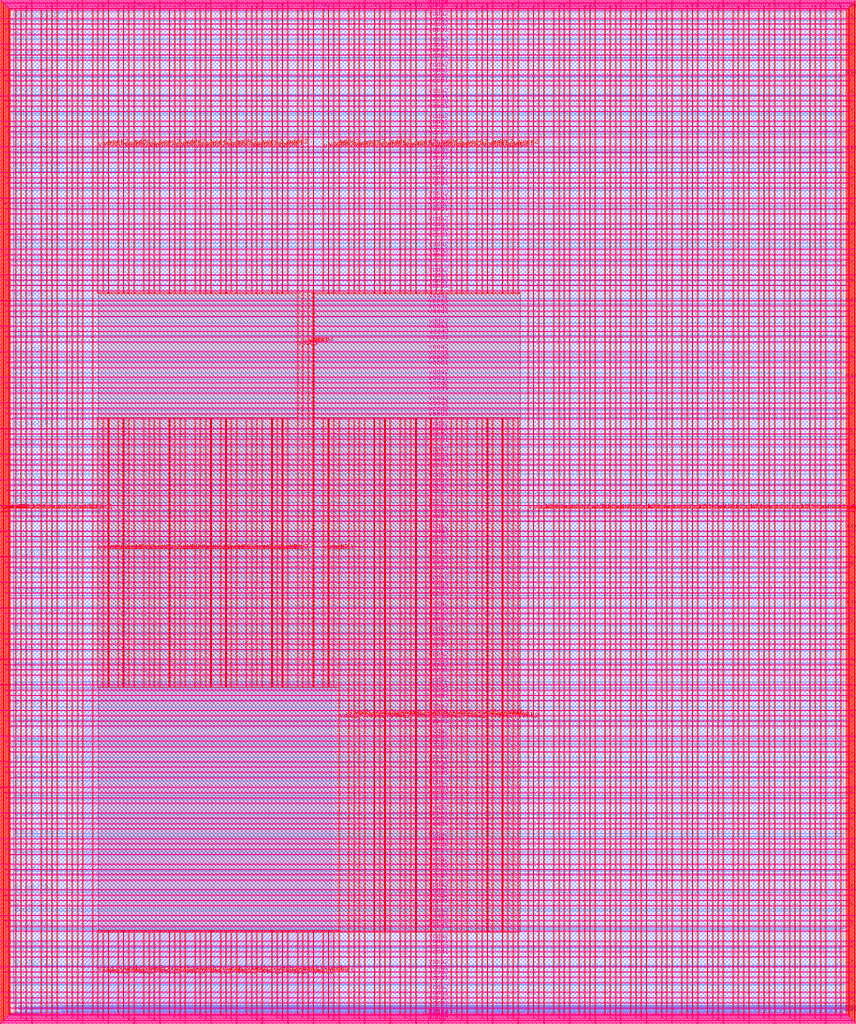
<source format=lef>
VERSION 5.7 ;
  NOWIREEXTENSIONATPIN ON ;
  DIVIDERCHAR "/" ;
  BUSBITCHARS "[]" ;
MACRO user_project_wrapper
  CLASS BLOCK ;
  FOREIGN user_project_wrapper ;
  ORIGIN 0.000 0.000 ;
  SIZE 2920.000 BY 3520.000 ;
  PIN analog_io[0]
    DIRECTION INOUT ;
    USE SIGNAL ;
    PORT
      LAYER met3 ;
        RECT 2917.600 1426.380 2924.800 1427.580 ;
    END
  END analog_io[0]
  PIN analog_io[10]
    DIRECTION INOUT ;
    USE SIGNAL ;
    PORT
      LAYER met2 ;
        RECT 2230.490 3517.600 2231.050 3524.800 ;
    END
  END analog_io[10]
  PIN analog_io[11]
    DIRECTION INOUT ;
    USE SIGNAL ;
    PORT
      LAYER met2 ;
        RECT 1905.730 3517.600 1906.290 3524.800 ;
    END
  END analog_io[11]
  PIN analog_io[12]
    DIRECTION INOUT ;
    USE SIGNAL ;
    PORT
      LAYER met2 ;
        RECT 1581.430 3517.600 1581.990 3524.800 ;
    END
  END analog_io[12]
  PIN analog_io[13]
    DIRECTION INOUT ;
    USE SIGNAL ;
    PORT
      LAYER met2 ;
        RECT 1257.130 3517.600 1257.690 3524.800 ;
    END
  END analog_io[13]
  PIN analog_io[14]
    DIRECTION INOUT ;
    USE SIGNAL ;
    PORT
      LAYER met2 ;
        RECT 932.370 3517.600 932.930 3524.800 ;
    END
  END analog_io[14]
  PIN analog_io[15]
    DIRECTION INOUT ;
    USE SIGNAL ;
    PORT
      LAYER met2 ;
        RECT 608.070 3517.600 608.630 3524.800 ;
    END
  END analog_io[15]
  PIN analog_io[16]
    DIRECTION INOUT ;
    USE SIGNAL ;
    PORT
      LAYER met2 ;
        RECT 283.770 3517.600 284.330 3524.800 ;
    END
  END analog_io[16]
  PIN analog_io[17]
    DIRECTION INOUT ;
    USE SIGNAL ;
    PORT
      LAYER met3 ;
        RECT -4.800 3486.100 2.400 3487.300 ;
    END
  END analog_io[17]
  PIN analog_io[18]
    DIRECTION INOUT ;
    USE SIGNAL ;
    PORT
      LAYER met3 ;
        RECT -4.800 3224.980 2.400 3226.180 ;
    END
  END analog_io[18]
  PIN analog_io[19]
    DIRECTION INOUT ;
    USE SIGNAL ;
    PORT
      LAYER met3 ;
        RECT -4.800 2964.540 2.400 2965.740 ;
    END
  END analog_io[19]
  PIN analog_io[1]
    DIRECTION INOUT ;
    USE SIGNAL ;
    PORT
      LAYER met3 ;
        RECT 2917.600 1692.260 2924.800 1693.460 ;
    END
  END analog_io[1]
  PIN analog_io[20]
    DIRECTION INOUT ;
    USE SIGNAL ;
    PORT
      LAYER met3 ;
        RECT -4.800 2703.420 2.400 2704.620 ;
    END
  END analog_io[20]
  PIN analog_io[21]
    DIRECTION INOUT ;
    USE SIGNAL ;
    PORT
      LAYER met3 ;
        RECT -4.800 2442.980 2.400 2444.180 ;
    END
  END analog_io[21]
  PIN analog_io[22]
    DIRECTION INOUT ;
    USE SIGNAL ;
    PORT
      LAYER met3 ;
        RECT -4.800 2182.540 2.400 2183.740 ;
    END
  END analog_io[22]
  PIN analog_io[23]
    DIRECTION INOUT ;
    USE SIGNAL ;
    PORT
      LAYER met3 ;
        RECT -4.800 1921.420 2.400 1922.620 ;
    END
  END analog_io[23]
  PIN analog_io[24]
    DIRECTION INOUT ;
    USE SIGNAL ;
    PORT
      LAYER met3 ;
        RECT -4.800 1660.980 2.400 1662.180 ;
    END
  END analog_io[24]
  PIN analog_io[25]
    DIRECTION INOUT ;
    USE SIGNAL ;
    PORT
      LAYER met3 ;
        RECT -4.800 1399.860 2.400 1401.060 ;
    END
  END analog_io[25]
  PIN analog_io[26]
    DIRECTION INOUT ;
    USE SIGNAL ;
    PORT
      LAYER met3 ;
        RECT -4.800 1139.420 2.400 1140.620 ;
    END
  END analog_io[26]
  PIN analog_io[27]
    DIRECTION INOUT ;
    USE SIGNAL ;
    PORT
      LAYER met3 ;
        RECT -4.800 878.980 2.400 880.180 ;
    END
  END analog_io[27]
  PIN analog_io[28]
    DIRECTION INOUT ;
    USE SIGNAL ;
    PORT
      LAYER met3 ;
        RECT -4.800 617.860 2.400 619.060 ;
    END
  END analog_io[28]
  PIN analog_io[2]
    DIRECTION INOUT ;
    USE SIGNAL ;
    PORT
      LAYER met3 ;
        RECT 2917.600 1958.140 2924.800 1959.340 ;
    END
  END analog_io[2]
  PIN analog_io[3]
    DIRECTION INOUT ;
    USE SIGNAL ;
    PORT
      LAYER met3 ;
        RECT 2917.600 2223.340 2924.800 2224.540 ;
    END
  END analog_io[3]
  PIN analog_io[4]
    DIRECTION INOUT ;
    USE SIGNAL ;
    PORT
      LAYER met3 ;
        RECT 2917.600 2489.220 2924.800 2490.420 ;
    END
  END analog_io[4]
  PIN analog_io[5]
    DIRECTION INOUT ;
    USE SIGNAL ;
    PORT
      LAYER met3 ;
        RECT 2917.600 2755.100 2924.800 2756.300 ;
    END
  END analog_io[5]
  PIN analog_io[6]
    DIRECTION INOUT ;
    USE SIGNAL ;
    PORT
      LAYER met3 ;
        RECT 2917.600 3020.300 2924.800 3021.500 ;
    END
  END analog_io[6]
  PIN analog_io[7]
    DIRECTION INOUT ;
    USE SIGNAL ;
    PORT
      LAYER met3 ;
        RECT 2917.600 3286.180 2924.800 3287.380 ;
    END
  END analog_io[7]
  PIN analog_io[8]
    DIRECTION INOUT ;
    USE SIGNAL ;
    PORT
      LAYER met2 ;
        RECT 2879.090 3517.600 2879.650 3524.800 ;
    END
  END analog_io[8]
  PIN analog_io[9]
    DIRECTION INOUT ;
    USE SIGNAL ;
    PORT
      LAYER met2 ;
        RECT 2554.790 3517.600 2555.350 3524.800 ;
    END
  END analog_io[9]
  PIN io_in[0]
    DIRECTION INPUT ;
    USE SIGNAL ;
    PORT
      LAYER met3 ;
        RECT 2917.600 32.380 2924.800 33.580 ;
    END
  END io_in[0]
  PIN io_in[10]
    DIRECTION INPUT ;
    USE SIGNAL ;
    PORT
      LAYER met3 ;
        RECT 2917.600 2289.980 2924.800 2291.180 ;
    END
  END io_in[10]
  PIN io_in[11]
    DIRECTION INPUT ;
    USE SIGNAL ;
    PORT
      LAYER met3 ;
        RECT 2917.600 2555.860 2924.800 2557.060 ;
    END
  END io_in[11]
  PIN io_in[12]
    DIRECTION INPUT ;
    USE SIGNAL ;
    PORT
      LAYER met3 ;
        RECT 2917.600 2821.060 2924.800 2822.260 ;
    END
  END io_in[12]
  PIN io_in[13]
    DIRECTION INPUT ;
    USE SIGNAL ;
    PORT
      LAYER met3 ;
        RECT 2917.600 3086.940 2924.800 3088.140 ;
    END
  END io_in[13]
  PIN io_in[14]
    DIRECTION INPUT ;
    USE SIGNAL ;
    PORT
      LAYER met3 ;
        RECT 2917.600 3352.820 2924.800 3354.020 ;
    END
  END io_in[14]
  PIN io_in[15]
    DIRECTION INPUT ;
    USE SIGNAL ;
    PORT
      LAYER met2 ;
        RECT 2798.130 3517.600 2798.690 3524.800 ;
    END
  END io_in[15]
  PIN io_in[16]
    DIRECTION INPUT ;
    USE SIGNAL ;
    PORT
      LAYER met2 ;
        RECT 2473.830 3517.600 2474.390 3524.800 ;
    END
  END io_in[16]
  PIN io_in[17]
    DIRECTION INPUT ;
    USE SIGNAL ;
    PORT
      LAYER met2 ;
        RECT 2149.070 3517.600 2149.630 3524.800 ;
    END
  END io_in[17]
  PIN io_in[18]
    DIRECTION INPUT ;
    USE SIGNAL ;
    PORT
      LAYER met2 ;
        RECT 1824.770 3517.600 1825.330 3524.800 ;
    END
  END io_in[18]
  PIN io_in[19]
    DIRECTION INPUT ;
    USE SIGNAL ;
    PORT
      LAYER met2 ;
        RECT 1500.470 3517.600 1501.030 3524.800 ;
    END
  END io_in[19]
  PIN io_in[1]
    DIRECTION INPUT ;
    USE SIGNAL ;
    PORT
      LAYER met3 ;
        RECT 2917.600 230.940 2924.800 232.140 ;
    END
  END io_in[1]
  PIN io_in[20]
    DIRECTION INPUT ;
    USE SIGNAL ;
    PORT
      LAYER met2 ;
        RECT 1175.710 3517.600 1176.270 3524.800 ;
    END
  END io_in[20]
  PIN io_in[21]
    DIRECTION INPUT ;
    USE SIGNAL ;
    PORT
      LAYER met2 ;
        RECT 851.410 3517.600 851.970 3524.800 ;
    END
  END io_in[21]
  PIN io_in[22]
    DIRECTION INPUT ;
    USE SIGNAL ;
    PORT
      LAYER met2 ;
        RECT 527.110 3517.600 527.670 3524.800 ;
    END
  END io_in[22]
  PIN io_in[23]
    DIRECTION INPUT ;
    USE SIGNAL ;
    PORT
      LAYER met2 ;
        RECT 202.350 3517.600 202.910 3524.800 ;
    END
  END io_in[23]
  PIN io_in[24]
    DIRECTION INPUT ;
    USE SIGNAL ;
    PORT
      LAYER met3 ;
        RECT -4.800 3420.820 2.400 3422.020 ;
    END
  END io_in[24]
  PIN io_in[25]
    DIRECTION INPUT ;
    USE SIGNAL ;
    PORT
      LAYER met3 ;
        RECT -4.800 3159.700 2.400 3160.900 ;
    END
  END io_in[25]
  PIN io_in[26]
    DIRECTION INPUT ;
    USE SIGNAL ;
    PORT
      LAYER met3 ;
        RECT -4.800 2899.260 2.400 2900.460 ;
    END
  END io_in[26]
  PIN io_in[27]
    DIRECTION INPUT ;
    USE SIGNAL ;
    PORT
      LAYER met3 ;
        RECT -4.800 2638.820 2.400 2640.020 ;
    END
  END io_in[27]
  PIN io_in[28]
    DIRECTION INPUT ;
    USE SIGNAL ;
    PORT
      LAYER met3 ;
        RECT -4.800 2377.700 2.400 2378.900 ;
    END
  END io_in[28]
  PIN io_in[29]
    DIRECTION INPUT ;
    USE SIGNAL ;
    PORT
      LAYER met3 ;
        RECT -4.800 2117.260 2.400 2118.460 ;
    END
  END io_in[29]
  PIN io_in[2]
    DIRECTION INPUT ;
    USE SIGNAL ;
    PORT
      LAYER met3 ;
        RECT 2917.600 430.180 2924.800 431.380 ;
    END
  END io_in[2]
  PIN io_in[30]
    DIRECTION INPUT ;
    USE SIGNAL ;
    PORT
      LAYER met3 ;
        RECT -4.800 1856.140 2.400 1857.340 ;
    END
  END io_in[30]
  PIN io_in[31]
    DIRECTION INPUT ;
    USE SIGNAL ;
    PORT
      LAYER met3 ;
        RECT -4.800 1595.700 2.400 1596.900 ;
    END
  END io_in[31]
  PIN io_in[32]
    DIRECTION INPUT ;
    USE SIGNAL ;
    PORT
      LAYER met3 ;
        RECT -4.800 1335.260 2.400 1336.460 ;
    END
  END io_in[32]
  PIN io_in[33]
    DIRECTION INPUT ;
    USE SIGNAL ;
    PORT
      LAYER met3 ;
        RECT -4.800 1074.140 2.400 1075.340 ;
    END
  END io_in[33]
  PIN io_in[34]
    DIRECTION INPUT ;
    USE SIGNAL ;
    PORT
      LAYER met3 ;
        RECT -4.800 813.700 2.400 814.900 ;
    END
  END io_in[34]
  PIN io_in[35]
    DIRECTION INPUT ;
    USE SIGNAL ;
    PORT
      LAYER met3 ;
        RECT -4.800 552.580 2.400 553.780 ;
    END
  END io_in[35]
  PIN io_in[36]
    DIRECTION INPUT ;
    USE SIGNAL ;
    PORT
      LAYER met3 ;
        RECT -4.800 357.420 2.400 358.620 ;
    END
  END io_in[36]
  PIN io_in[37]
    DIRECTION INPUT ;
    USE SIGNAL ;
    PORT
      LAYER met3 ;
        RECT -4.800 161.580 2.400 162.780 ;
    END
  END io_in[37]
  PIN io_in[3]
    DIRECTION INPUT ;
    USE SIGNAL ;
    PORT
      LAYER met3 ;
        RECT 2917.600 629.420 2924.800 630.620 ;
    END
  END io_in[3]
  PIN io_in[4]
    DIRECTION INPUT ;
    USE SIGNAL ;
    PORT
      LAYER met3 ;
        RECT 2917.600 828.660 2924.800 829.860 ;
    END
  END io_in[4]
  PIN io_in[5]
    DIRECTION INPUT ;
    USE SIGNAL ;
    PORT
      LAYER met3 ;
        RECT 2917.600 1027.900 2924.800 1029.100 ;
    END
  END io_in[5]
  PIN io_in[6]
    DIRECTION INPUT ;
    USE SIGNAL ;
    PORT
      LAYER met3 ;
        RECT 2917.600 1227.140 2924.800 1228.340 ;
    END
  END io_in[6]
  PIN io_in[7]
    DIRECTION INPUT ;
    USE SIGNAL ;
    PORT
      LAYER met3 ;
        RECT 2917.600 1493.020 2924.800 1494.220 ;
    END
  END io_in[7]
  PIN io_in[8]
    DIRECTION INPUT ;
    USE SIGNAL ;
    PORT
      LAYER met3 ;
        RECT 2917.600 1758.900 2924.800 1760.100 ;
    END
  END io_in[8]
  PIN io_in[9]
    DIRECTION INPUT ;
    USE SIGNAL ;
    PORT
      LAYER met3 ;
        RECT 2917.600 2024.100 2924.800 2025.300 ;
    END
  END io_in[9]
  PIN io_oeb[0]
    DIRECTION OUTPUT TRISTATE ;
    USE SIGNAL ;
    PORT
      LAYER met3 ;
        RECT 2917.600 164.980 2924.800 166.180 ;
    END
  END io_oeb[0]
  PIN io_oeb[10]
    DIRECTION OUTPUT TRISTATE ;
    USE SIGNAL ;
    PORT
      LAYER met3 ;
        RECT 2917.600 2422.580 2924.800 2423.780 ;
    END
  END io_oeb[10]
  PIN io_oeb[11]
    DIRECTION OUTPUT TRISTATE ;
    USE SIGNAL ;
    PORT
      LAYER met3 ;
        RECT 2917.600 2688.460 2924.800 2689.660 ;
    END
  END io_oeb[11]
  PIN io_oeb[12]
    DIRECTION OUTPUT TRISTATE ;
    USE SIGNAL ;
    PORT
      LAYER met3 ;
        RECT 2917.600 2954.340 2924.800 2955.540 ;
    END
  END io_oeb[12]
  PIN io_oeb[13]
    DIRECTION OUTPUT TRISTATE ;
    USE SIGNAL ;
    PORT
      LAYER met3 ;
        RECT 2917.600 3219.540 2924.800 3220.740 ;
    END
  END io_oeb[13]
  PIN io_oeb[14]
    DIRECTION OUTPUT TRISTATE ;
    USE SIGNAL ;
    PORT
      LAYER met3 ;
        RECT 2917.600 3485.420 2924.800 3486.620 ;
    END
  END io_oeb[14]
  PIN io_oeb[15]
    DIRECTION OUTPUT TRISTATE ;
    USE SIGNAL ;
    PORT
      LAYER met2 ;
        RECT 2635.750 3517.600 2636.310 3524.800 ;
    END
  END io_oeb[15]
  PIN io_oeb[16]
    DIRECTION OUTPUT TRISTATE ;
    USE SIGNAL ;
    PORT
      LAYER met2 ;
        RECT 2311.450 3517.600 2312.010 3524.800 ;
    END
  END io_oeb[16]
  PIN io_oeb[17]
    DIRECTION OUTPUT TRISTATE ;
    USE SIGNAL ;
    PORT
      LAYER met2 ;
        RECT 1987.150 3517.600 1987.710 3524.800 ;
    END
  END io_oeb[17]
  PIN io_oeb[18]
    DIRECTION OUTPUT TRISTATE ;
    USE SIGNAL ;
    PORT
      LAYER met2 ;
        RECT 1662.390 3517.600 1662.950 3524.800 ;
    END
  END io_oeb[18]
  PIN io_oeb[19]
    DIRECTION OUTPUT TRISTATE ;
    USE SIGNAL ;
    PORT
      LAYER met2 ;
        RECT 1338.090 3517.600 1338.650 3524.800 ;
    END
  END io_oeb[19]
  PIN io_oeb[1]
    DIRECTION OUTPUT TRISTATE ;
    USE SIGNAL ;
    PORT
      LAYER met3 ;
        RECT 2917.600 364.220 2924.800 365.420 ;
    END
  END io_oeb[1]
  PIN io_oeb[20]
    DIRECTION OUTPUT TRISTATE ;
    USE SIGNAL ;
    PORT
      LAYER met2 ;
        RECT 1013.790 3517.600 1014.350 3524.800 ;
    END
  END io_oeb[20]
  PIN io_oeb[21]
    DIRECTION OUTPUT TRISTATE ;
    USE SIGNAL ;
    PORT
      LAYER met2 ;
        RECT 689.030 3517.600 689.590 3524.800 ;
    END
  END io_oeb[21]
  PIN io_oeb[22]
    DIRECTION OUTPUT TRISTATE ;
    USE SIGNAL ;
    PORT
      LAYER met2 ;
        RECT 364.730 3517.600 365.290 3524.800 ;
    END
  END io_oeb[22]
  PIN io_oeb[23]
    DIRECTION OUTPUT TRISTATE ;
    USE SIGNAL ;
    PORT
      LAYER met2 ;
        RECT 40.430 3517.600 40.990 3524.800 ;
    END
  END io_oeb[23]
  PIN io_oeb[24]
    DIRECTION OUTPUT TRISTATE ;
    USE SIGNAL ;
    PORT
      LAYER met3 ;
        RECT -4.800 3290.260 2.400 3291.460 ;
    END
  END io_oeb[24]
  PIN io_oeb[25]
    DIRECTION OUTPUT TRISTATE ;
    USE SIGNAL ;
    PORT
      LAYER met3 ;
        RECT -4.800 3029.820 2.400 3031.020 ;
    END
  END io_oeb[25]
  PIN io_oeb[26]
    DIRECTION OUTPUT TRISTATE ;
    USE SIGNAL ;
    PORT
      LAYER met3 ;
        RECT -4.800 2768.700 2.400 2769.900 ;
    END
  END io_oeb[26]
  PIN io_oeb[27]
    DIRECTION OUTPUT TRISTATE ;
    USE SIGNAL ;
    PORT
      LAYER met3 ;
        RECT -4.800 2508.260 2.400 2509.460 ;
    END
  END io_oeb[27]
  PIN io_oeb[28]
    DIRECTION OUTPUT TRISTATE ;
    USE SIGNAL ;
    PORT
      LAYER met3 ;
        RECT -4.800 2247.140 2.400 2248.340 ;
    END
  END io_oeb[28]
  PIN io_oeb[29]
    DIRECTION OUTPUT TRISTATE ;
    USE SIGNAL ;
    PORT
      LAYER met3 ;
        RECT -4.800 1986.700 2.400 1987.900 ;
    END
  END io_oeb[29]
  PIN io_oeb[2]
    DIRECTION OUTPUT TRISTATE ;
    USE SIGNAL ;
    PORT
      LAYER met3 ;
        RECT 2917.600 563.460 2924.800 564.660 ;
    END
  END io_oeb[2]
  PIN io_oeb[30]
    DIRECTION OUTPUT TRISTATE ;
    USE SIGNAL ;
    PORT
      LAYER met3 ;
        RECT -4.800 1726.260 2.400 1727.460 ;
    END
  END io_oeb[30]
  PIN io_oeb[31]
    DIRECTION OUTPUT TRISTATE ;
    USE SIGNAL ;
    PORT
      LAYER met3 ;
        RECT -4.800 1465.140 2.400 1466.340 ;
    END
  END io_oeb[31]
  PIN io_oeb[32]
    DIRECTION OUTPUT TRISTATE ;
    USE SIGNAL ;
    PORT
      LAYER met3 ;
        RECT -4.800 1204.700 2.400 1205.900 ;
    END
  END io_oeb[32]
  PIN io_oeb[33]
    DIRECTION OUTPUT TRISTATE ;
    USE SIGNAL ;
    PORT
      LAYER met3 ;
        RECT -4.800 943.580 2.400 944.780 ;
    END
  END io_oeb[33]
  PIN io_oeb[34]
    DIRECTION OUTPUT TRISTATE ;
    USE SIGNAL ;
    PORT
      LAYER met3 ;
        RECT -4.800 683.140 2.400 684.340 ;
    END
  END io_oeb[34]
  PIN io_oeb[35]
    DIRECTION OUTPUT TRISTATE ;
    USE SIGNAL ;
    PORT
      LAYER met3 ;
        RECT -4.800 422.700 2.400 423.900 ;
    END
  END io_oeb[35]
  PIN io_oeb[36]
    DIRECTION OUTPUT TRISTATE ;
    USE SIGNAL ;
    PORT
      LAYER met3 ;
        RECT -4.800 226.860 2.400 228.060 ;
    END
  END io_oeb[36]
  PIN io_oeb[37]
    DIRECTION OUTPUT TRISTATE ;
    USE SIGNAL ;
    PORT
      LAYER met3 ;
        RECT -4.800 31.700 2.400 32.900 ;
    END
  END io_oeb[37]
  PIN io_oeb[3]
    DIRECTION OUTPUT TRISTATE ;
    USE SIGNAL ;
    PORT
      LAYER met3 ;
        RECT 2917.600 762.700 2924.800 763.900 ;
    END
  END io_oeb[3]
  PIN io_oeb[4]
    DIRECTION OUTPUT TRISTATE ;
    USE SIGNAL ;
    PORT
      LAYER met3 ;
        RECT 2917.600 961.940 2924.800 963.140 ;
    END
  END io_oeb[4]
  PIN io_oeb[5]
    DIRECTION OUTPUT TRISTATE ;
    USE SIGNAL ;
    PORT
      LAYER met3 ;
        RECT 2917.600 1161.180 2924.800 1162.380 ;
    END
  END io_oeb[5]
  PIN io_oeb[6]
    DIRECTION OUTPUT TRISTATE ;
    USE SIGNAL ;
    PORT
      LAYER met3 ;
        RECT 2917.600 1360.420 2924.800 1361.620 ;
    END
  END io_oeb[6]
  PIN io_oeb[7]
    DIRECTION OUTPUT TRISTATE ;
    USE SIGNAL ;
    PORT
      LAYER met3 ;
        RECT 2917.600 1625.620 2924.800 1626.820 ;
    END
  END io_oeb[7]
  PIN io_oeb[8]
    DIRECTION OUTPUT TRISTATE ;
    USE SIGNAL ;
    PORT
      LAYER met3 ;
        RECT 2917.600 1891.500 2924.800 1892.700 ;
    END
  END io_oeb[8]
  PIN io_oeb[9]
    DIRECTION OUTPUT TRISTATE ;
    USE SIGNAL ;
    PORT
      LAYER met3 ;
        RECT 2917.600 2157.380 2924.800 2158.580 ;
    END
  END io_oeb[9]
  PIN io_out[0]
    DIRECTION OUTPUT TRISTATE ;
    USE SIGNAL ;
    PORT
      LAYER met3 ;
        RECT 2917.600 98.340 2924.800 99.540 ;
    END
  END io_out[0]
  PIN io_out[10]
    DIRECTION OUTPUT TRISTATE ;
    USE SIGNAL ;
    PORT
      LAYER met3 ;
        RECT 2917.600 2356.620 2924.800 2357.820 ;
    END
  END io_out[10]
  PIN io_out[11]
    DIRECTION OUTPUT TRISTATE ;
    USE SIGNAL ;
    PORT
      LAYER met3 ;
        RECT 2917.600 2621.820 2924.800 2623.020 ;
    END
  END io_out[11]
  PIN io_out[12]
    DIRECTION OUTPUT TRISTATE ;
    USE SIGNAL ;
    PORT
      LAYER met3 ;
        RECT 2917.600 2887.700 2924.800 2888.900 ;
    END
  END io_out[12]
  PIN io_out[13]
    DIRECTION OUTPUT TRISTATE ;
    USE SIGNAL ;
    PORT
      LAYER met3 ;
        RECT 2917.600 3153.580 2924.800 3154.780 ;
    END
  END io_out[13]
  PIN io_out[14]
    DIRECTION OUTPUT TRISTATE ;
    USE SIGNAL ;
    PORT
      LAYER met3 ;
        RECT 2917.600 3418.780 2924.800 3419.980 ;
    END
  END io_out[14]
  PIN io_out[15]
    DIRECTION OUTPUT TRISTATE ;
    USE SIGNAL ;
    PORT
      LAYER met2 ;
        RECT 2717.170 3517.600 2717.730 3524.800 ;
    END
  END io_out[15]
  PIN io_out[16]
    DIRECTION OUTPUT TRISTATE ;
    USE SIGNAL ;
    PORT
      LAYER met2 ;
        RECT 2392.410 3517.600 2392.970 3524.800 ;
    END
  END io_out[16]
  PIN io_out[17]
    DIRECTION OUTPUT TRISTATE ;
    USE SIGNAL ;
    PORT
      LAYER met2 ;
        RECT 2068.110 3517.600 2068.670 3524.800 ;
    END
  END io_out[17]
  PIN io_out[18]
    DIRECTION OUTPUT TRISTATE ;
    USE SIGNAL ;
    PORT
      LAYER met2 ;
        RECT 1743.810 3517.600 1744.370 3524.800 ;
    END
  END io_out[18]
  PIN io_out[19]
    DIRECTION OUTPUT TRISTATE ;
    USE SIGNAL ;
    PORT
      LAYER met2 ;
        RECT 1419.050 3517.600 1419.610 3524.800 ;
    END
  END io_out[19]
  PIN io_out[1]
    DIRECTION OUTPUT TRISTATE ;
    USE SIGNAL ;
    PORT
      LAYER met3 ;
        RECT 2917.600 297.580 2924.800 298.780 ;
    END
  END io_out[1]
  PIN io_out[20]
    DIRECTION OUTPUT TRISTATE ;
    USE SIGNAL ;
    PORT
      LAYER met2 ;
        RECT 1094.750 3517.600 1095.310 3524.800 ;
    END
  END io_out[20]
  PIN io_out[21]
    DIRECTION OUTPUT TRISTATE ;
    USE SIGNAL ;
    PORT
      LAYER met2 ;
        RECT 770.450 3517.600 771.010 3524.800 ;
    END
  END io_out[21]
  PIN io_out[22]
    DIRECTION OUTPUT TRISTATE ;
    USE SIGNAL ;
    PORT
      LAYER met2 ;
        RECT 445.690 3517.600 446.250 3524.800 ;
    END
  END io_out[22]
  PIN io_out[23]
    DIRECTION OUTPUT TRISTATE ;
    USE SIGNAL ;
    PORT
      LAYER met2 ;
        RECT 121.390 3517.600 121.950 3524.800 ;
    END
  END io_out[23]
  PIN io_out[24]
    DIRECTION OUTPUT TRISTATE ;
    USE SIGNAL ;
    PORT
      LAYER met3 ;
        RECT -4.800 3355.540 2.400 3356.740 ;
    END
  END io_out[24]
  PIN io_out[25]
    DIRECTION OUTPUT TRISTATE ;
    USE SIGNAL ;
    PORT
      LAYER met3 ;
        RECT -4.800 3095.100 2.400 3096.300 ;
    END
  END io_out[25]
  PIN io_out[26]
    DIRECTION OUTPUT TRISTATE ;
    USE SIGNAL ;
    PORT
      LAYER met3 ;
        RECT -4.800 2833.980 2.400 2835.180 ;
    END
  END io_out[26]
  PIN io_out[27]
    DIRECTION OUTPUT TRISTATE ;
    USE SIGNAL ;
    PORT
      LAYER met3 ;
        RECT -4.800 2573.540 2.400 2574.740 ;
    END
  END io_out[27]
  PIN io_out[28]
    DIRECTION OUTPUT TRISTATE ;
    USE SIGNAL ;
    PORT
      LAYER met3 ;
        RECT -4.800 2312.420 2.400 2313.620 ;
    END
  END io_out[28]
  PIN io_out[29]
    DIRECTION OUTPUT TRISTATE ;
    USE SIGNAL ;
    PORT
      LAYER met3 ;
        RECT -4.800 2051.980 2.400 2053.180 ;
    END
  END io_out[29]
  PIN io_out[2]
    DIRECTION OUTPUT TRISTATE ;
    USE SIGNAL ;
    PORT
      LAYER met3 ;
        RECT 2917.600 496.820 2924.800 498.020 ;
    END
  END io_out[2]
  PIN io_out[30]
    DIRECTION OUTPUT TRISTATE ;
    USE SIGNAL ;
    PORT
      LAYER met3 ;
        RECT -4.800 1791.540 2.400 1792.740 ;
    END
  END io_out[30]
  PIN io_out[31]
    DIRECTION OUTPUT TRISTATE ;
    USE SIGNAL ;
    PORT
      LAYER met3 ;
        RECT -4.800 1530.420 2.400 1531.620 ;
    END
  END io_out[31]
  PIN io_out[32]
    DIRECTION OUTPUT TRISTATE ;
    USE SIGNAL ;
    PORT
      LAYER met3 ;
        RECT -4.800 1269.980 2.400 1271.180 ;
    END
  END io_out[32]
  PIN io_out[33]
    DIRECTION OUTPUT TRISTATE ;
    USE SIGNAL ;
    PORT
      LAYER met3 ;
        RECT -4.800 1008.860 2.400 1010.060 ;
    END
  END io_out[33]
  PIN io_out[34]
    DIRECTION OUTPUT TRISTATE ;
    USE SIGNAL ;
    PORT
      LAYER met3 ;
        RECT -4.800 748.420 2.400 749.620 ;
    END
  END io_out[34]
  PIN io_out[35]
    DIRECTION OUTPUT TRISTATE ;
    USE SIGNAL ;
    PORT
      LAYER met3 ;
        RECT -4.800 487.300 2.400 488.500 ;
    END
  END io_out[35]
  PIN io_out[36]
    DIRECTION OUTPUT TRISTATE ;
    USE SIGNAL ;
    PORT
      LAYER met3 ;
        RECT -4.800 292.140 2.400 293.340 ;
    END
  END io_out[36]
  PIN io_out[37]
    DIRECTION OUTPUT TRISTATE ;
    USE SIGNAL ;
    PORT
      LAYER met3 ;
        RECT -4.800 96.300 2.400 97.500 ;
    END
  END io_out[37]
  PIN io_out[3]
    DIRECTION OUTPUT TRISTATE ;
    USE SIGNAL ;
    PORT
      LAYER met3 ;
        RECT 2917.600 696.060 2924.800 697.260 ;
    END
  END io_out[3]
  PIN io_out[4]
    DIRECTION OUTPUT TRISTATE ;
    USE SIGNAL ;
    PORT
      LAYER met3 ;
        RECT 2917.600 895.300 2924.800 896.500 ;
    END
  END io_out[4]
  PIN io_out[5]
    DIRECTION OUTPUT TRISTATE ;
    USE SIGNAL ;
    PORT
      LAYER met3 ;
        RECT 2917.600 1094.540 2924.800 1095.740 ;
    END
  END io_out[5]
  PIN io_out[6]
    DIRECTION OUTPUT TRISTATE ;
    USE SIGNAL ;
    PORT
      LAYER met3 ;
        RECT 2917.600 1293.780 2924.800 1294.980 ;
    END
  END io_out[6]
  PIN io_out[7]
    DIRECTION OUTPUT TRISTATE ;
    USE SIGNAL ;
    PORT
      LAYER met3 ;
        RECT 2917.600 1559.660 2924.800 1560.860 ;
    END
  END io_out[7]
  PIN io_out[8]
    DIRECTION OUTPUT TRISTATE ;
    USE SIGNAL ;
    PORT
      LAYER met3 ;
        RECT 2917.600 1824.860 2924.800 1826.060 ;
    END
  END io_out[8]
  PIN io_out[9]
    DIRECTION OUTPUT TRISTATE ;
    USE SIGNAL ;
    PORT
      LAYER met3 ;
        RECT 2917.600 2090.740 2924.800 2091.940 ;
    END
  END io_out[9]
  PIN la_data_in[0]
    DIRECTION INPUT ;
    USE SIGNAL ;
    PORT
      LAYER met2 ;
        RECT 629.230 -4.800 629.790 2.400 ;
    END
  END la_data_in[0]
  PIN la_data_in[100]
    DIRECTION INPUT ;
    USE SIGNAL ;
    PORT
      LAYER met2 ;
        RECT 2402.530 -4.800 2403.090 2.400 ;
    END
  END la_data_in[100]
  PIN la_data_in[101]
    DIRECTION INPUT ;
    USE SIGNAL ;
    PORT
      LAYER met2 ;
        RECT 2420.010 -4.800 2420.570 2.400 ;
    END
  END la_data_in[101]
  PIN la_data_in[102]
    DIRECTION INPUT ;
    USE SIGNAL ;
    PORT
      LAYER met2 ;
        RECT 2437.950 -4.800 2438.510 2.400 ;
    END
  END la_data_in[102]
  PIN la_data_in[103]
    DIRECTION INPUT ;
    USE SIGNAL ;
    PORT
      LAYER met2 ;
        RECT 2455.430 -4.800 2455.990 2.400 ;
    END
  END la_data_in[103]
  PIN la_data_in[104]
    DIRECTION INPUT ;
    USE SIGNAL ;
    PORT
      LAYER met2 ;
        RECT 2473.370 -4.800 2473.930 2.400 ;
    END
  END la_data_in[104]
  PIN la_data_in[105]
    DIRECTION INPUT ;
    USE SIGNAL ;
    PORT
      LAYER met2 ;
        RECT 2490.850 -4.800 2491.410 2.400 ;
    END
  END la_data_in[105]
  PIN la_data_in[106]
    DIRECTION INPUT ;
    USE SIGNAL ;
    PORT
      LAYER met2 ;
        RECT 2508.790 -4.800 2509.350 2.400 ;
    END
  END la_data_in[106]
  PIN la_data_in[107]
    DIRECTION INPUT ;
    USE SIGNAL ;
    PORT
      LAYER met2 ;
        RECT 2526.730 -4.800 2527.290 2.400 ;
    END
  END la_data_in[107]
  PIN la_data_in[108]
    DIRECTION INPUT ;
    USE SIGNAL ;
    PORT
      LAYER met2 ;
        RECT 2544.210 -4.800 2544.770 2.400 ;
    END
  END la_data_in[108]
  PIN la_data_in[109]
    DIRECTION INPUT ;
    USE SIGNAL ;
    PORT
      LAYER met2 ;
        RECT 2562.150 -4.800 2562.710 2.400 ;
    END
  END la_data_in[109]
  PIN la_data_in[10]
    DIRECTION INPUT ;
    USE SIGNAL ;
    PORT
      LAYER met2 ;
        RECT 806.330 -4.800 806.890 2.400 ;
    END
  END la_data_in[10]
  PIN la_data_in[110]
    DIRECTION INPUT ;
    USE SIGNAL ;
    PORT
      LAYER met2 ;
        RECT 2579.630 -4.800 2580.190 2.400 ;
    END
  END la_data_in[110]
  PIN la_data_in[111]
    DIRECTION INPUT ;
    USE SIGNAL ;
    PORT
      LAYER met2 ;
        RECT 2597.570 -4.800 2598.130 2.400 ;
    END
  END la_data_in[111]
  PIN la_data_in[112]
    DIRECTION INPUT ;
    USE SIGNAL ;
    PORT
      LAYER met2 ;
        RECT 2615.050 -4.800 2615.610 2.400 ;
    END
  END la_data_in[112]
  PIN la_data_in[113]
    DIRECTION INPUT ;
    USE SIGNAL ;
    PORT
      LAYER met2 ;
        RECT 2632.990 -4.800 2633.550 2.400 ;
    END
  END la_data_in[113]
  PIN la_data_in[114]
    DIRECTION INPUT ;
    USE SIGNAL ;
    PORT
      LAYER met2 ;
        RECT 2650.470 -4.800 2651.030 2.400 ;
    END
  END la_data_in[114]
  PIN la_data_in[115]
    DIRECTION INPUT ;
    USE SIGNAL ;
    PORT
      LAYER met2 ;
        RECT 2668.410 -4.800 2668.970 2.400 ;
    END
  END la_data_in[115]
  PIN la_data_in[116]
    DIRECTION INPUT ;
    USE SIGNAL ;
    PORT
      LAYER met2 ;
        RECT 2685.890 -4.800 2686.450 2.400 ;
    END
  END la_data_in[116]
  PIN la_data_in[117]
    DIRECTION INPUT ;
    USE SIGNAL ;
    PORT
      LAYER met2 ;
        RECT 2703.830 -4.800 2704.390 2.400 ;
    END
  END la_data_in[117]
  PIN la_data_in[118]
    DIRECTION INPUT ;
    USE SIGNAL ;
    PORT
      LAYER met2 ;
        RECT 2721.770 -4.800 2722.330 2.400 ;
    END
  END la_data_in[118]
  PIN la_data_in[119]
    DIRECTION INPUT ;
    USE SIGNAL ;
    PORT
      LAYER met2 ;
        RECT 2739.250 -4.800 2739.810 2.400 ;
    END
  END la_data_in[119]
  PIN la_data_in[11]
    DIRECTION INPUT ;
    USE SIGNAL ;
    PORT
      LAYER met2 ;
        RECT 824.270 -4.800 824.830 2.400 ;
    END
  END la_data_in[11]
  PIN la_data_in[120]
    DIRECTION INPUT ;
    USE SIGNAL ;
    PORT
      LAYER met2 ;
        RECT 2757.190 -4.800 2757.750 2.400 ;
    END
  END la_data_in[120]
  PIN la_data_in[121]
    DIRECTION INPUT ;
    USE SIGNAL ;
    PORT
      LAYER met2 ;
        RECT 2774.670 -4.800 2775.230 2.400 ;
    END
  END la_data_in[121]
  PIN la_data_in[122]
    DIRECTION INPUT ;
    USE SIGNAL ;
    PORT
      LAYER met2 ;
        RECT 2792.610 -4.800 2793.170 2.400 ;
    END
  END la_data_in[122]
  PIN la_data_in[123]
    DIRECTION INPUT ;
    USE SIGNAL ;
    PORT
      LAYER met2 ;
        RECT 2810.090 -4.800 2810.650 2.400 ;
    END
  END la_data_in[123]
  PIN la_data_in[124]
    DIRECTION INPUT ;
    USE SIGNAL ;
    PORT
      LAYER met2 ;
        RECT 2828.030 -4.800 2828.590 2.400 ;
    END
  END la_data_in[124]
  PIN la_data_in[125]
    DIRECTION INPUT ;
    USE SIGNAL ;
    PORT
      LAYER met2 ;
        RECT 2845.510 -4.800 2846.070 2.400 ;
    END
  END la_data_in[125]
  PIN la_data_in[126]
    DIRECTION INPUT ;
    USE SIGNAL ;
    PORT
      LAYER met2 ;
        RECT 2863.450 -4.800 2864.010 2.400 ;
    END
  END la_data_in[126]
  PIN la_data_in[127]
    DIRECTION INPUT ;
    USE SIGNAL ;
    PORT
      LAYER met2 ;
        RECT 2881.390 -4.800 2881.950 2.400 ;
    END
  END la_data_in[127]
  PIN la_data_in[12]
    DIRECTION INPUT ;
    USE SIGNAL ;
    PORT
      LAYER met2 ;
        RECT 841.750 -4.800 842.310 2.400 ;
    END
  END la_data_in[12]
  PIN la_data_in[13]
    DIRECTION INPUT ;
    USE SIGNAL ;
    PORT
      LAYER met2 ;
        RECT 859.690 -4.800 860.250 2.400 ;
    END
  END la_data_in[13]
  PIN la_data_in[14]
    DIRECTION INPUT ;
    USE SIGNAL ;
    PORT
      LAYER met2 ;
        RECT 877.170 -4.800 877.730 2.400 ;
    END
  END la_data_in[14]
  PIN la_data_in[15]
    DIRECTION INPUT ;
    USE SIGNAL ;
    PORT
      LAYER met2 ;
        RECT 895.110 -4.800 895.670 2.400 ;
    END
  END la_data_in[15]
  PIN la_data_in[16]
    DIRECTION INPUT ;
    USE SIGNAL ;
    PORT
      LAYER met2 ;
        RECT 912.590 -4.800 913.150 2.400 ;
    END
  END la_data_in[16]
  PIN la_data_in[17]
    DIRECTION INPUT ;
    USE SIGNAL ;
    PORT
      LAYER met2 ;
        RECT 930.530 -4.800 931.090 2.400 ;
    END
  END la_data_in[17]
  PIN la_data_in[18]
    DIRECTION INPUT ;
    USE SIGNAL ;
    PORT
      LAYER met2 ;
        RECT 948.470 -4.800 949.030 2.400 ;
    END
  END la_data_in[18]
  PIN la_data_in[19]
    DIRECTION INPUT ;
    USE SIGNAL ;
    PORT
      LAYER met2 ;
        RECT 965.950 -4.800 966.510 2.400 ;
    END
  END la_data_in[19]
  PIN la_data_in[1]
    DIRECTION INPUT ;
    USE SIGNAL ;
    PORT
      LAYER met2 ;
        RECT 646.710 -4.800 647.270 2.400 ;
    END
  END la_data_in[1]
  PIN la_data_in[20]
    DIRECTION INPUT ;
    USE SIGNAL ;
    PORT
      LAYER met2 ;
        RECT 983.890 -4.800 984.450 2.400 ;
    END
  END la_data_in[20]
  PIN la_data_in[21]
    DIRECTION INPUT ;
    USE SIGNAL ;
    PORT
      LAYER met2 ;
        RECT 1001.370 -4.800 1001.930 2.400 ;
    END
  END la_data_in[21]
  PIN la_data_in[22]
    DIRECTION INPUT ;
    USE SIGNAL ;
    PORT
      LAYER met2 ;
        RECT 1019.310 -4.800 1019.870 2.400 ;
    END
  END la_data_in[22]
  PIN la_data_in[23]
    DIRECTION INPUT ;
    USE SIGNAL ;
    PORT
      LAYER met2 ;
        RECT 1036.790 -4.800 1037.350 2.400 ;
    END
  END la_data_in[23]
  PIN la_data_in[24]
    DIRECTION INPUT ;
    USE SIGNAL ;
    PORT
      LAYER met2 ;
        RECT 1054.730 -4.800 1055.290 2.400 ;
    END
  END la_data_in[24]
  PIN la_data_in[25]
    DIRECTION INPUT ;
    USE SIGNAL ;
    PORT
      LAYER met2 ;
        RECT 1072.210 -4.800 1072.770 2.400 ;
    END
  END la_data_in[25]
  PIN la_data_in[26]
    DIRECTION INPUT ;
    USE SIGNAL ;
    PORT
      LAYER met2 ;
        RECT 1090.150 -4.800 1090.710 2.400 ;
    END
  END la_data_in[26]
  PIN la_data_in[27]
    DIRECTION INPUT ;
    USE SIGNAL ;
    PORT
      LAYER met2 ;
        RECT 1107.630 -4.800 1108.190 2.400 ;
    END
  END la_data_in[27]
  PIN la_data_in[28]
    DIRECTION INPUT ;
    USE SIGNAL ;
    PORT
      LAYER met2 ;
        RECT 1125.570 -4.800 1126.130 2.400 ;
    END
  END la_data_in[28]
  PIN la_data_in[29]
    DIRECTION INPUT ;
    USE SIGNAL ;
    PORT
      LAYER met2 ;
        RECT 1143.510 -4.800 1144.070 2.400 ;
    END
  END la_data_in[29]
  PIN la_data_in[2]
    DIRECTION INPUT ;
    USE SIGNAL ;
    PORT
      LAYER met2 ;
        RECT 664.650 -4.800 665.210 2.400 ;
    END
  END la_data_in[2]
  PIN la_data_in[30]
    DIRECTION INPUT ;
    USE SIGNAL ;
    PORT
      LAYER met2 ;
        RECT 1160.990 -4.800 1161.550 2.400 ;
    END
  END la_data_in[30]
  PIN la_data_in[31]
    DIRECTION INPUT ;
    USE SIGNAL ;
    PORT
      LAYER met2 ;
        RECT 1178.930 -4.800 1179.490 2.400 ;
    END
  END la_data_in[31]
  PIN la_data_in[32]
    DIRECTION INPUT ;
    USE SIGNAL ;
    PORT
      LAYER met2 ;
        RECT 1196.410 -4.800 1196.970 2.400 ;
    END
  END la_data_in[32]
  PIN la_data_in[33]
    DIRECTION INPUT ;
    USE SIGNAL ;
    PORT
      LAYER met2 ;
        RECT 1214.350 -4.800 1214.910 2.400 ;
    END
  END la_data_in[33]
  PIN la_data_in[34]
    DIRECTION INPUT ;
    USE SIGNAL ;
    PORT
      LAYER met2 ;
        RECT 1231.830 -4.800 1232.390 2.400 ;
    END
  END la_data_in[34]
  PIN la_data_in[35]
    DIRECTION INPUT ;
    USE SIGNAL ;
    PORT
      LAYER met2 ;
        RECT 1249.770 -4.800 1250.330 2.400 ;
    END
  END la_data_in[35]
  PIN la_data_in[36]
    DIRECTION INPUT ;
    USE SIGNAL ;
    PORT
      LAYER met2 ;
        RECT 1267.250 -4.800 1267.810 2.400 ;
    END
  END la_data_in[36]
  PIN la_data_in[37]
    DIRECTION INPUT ;
    USE SIGNAL ;
    PORT
      LAYER met2 ;
        RECT 1285.190 -4.800 1285.750 2.400 ;
    END
  END la_data_in[37]
  PIN la_data_in[38]
    DIRECTION INPUT ;
    USE SIGNAL ;
    PORT
      LAYER met2 ;
        RECT 1303.130 -4.800 1303.690 2.400 ;
    END
  END la_data_in[38]
  PIN la_data_in[39]
    DIRECTION INPUT ;
    USE SIGNAL ;
    PORT
      LAYER met2 ;
        RECT 1320.610 -4.800 1321.170 2.400 ;
    END
  END la_data_in[39]
  PIN la_data_in[3]
    DIRECTION INPUT ;
    USE SIGNAL ;
    PORT
      LAYER met2 ;
        RECT 682.130 -4.800 682.690 2.400 ;
    END
  END la_data_in[3]
  PIN la_data_in[40]
    DIRECTION INPUT ;
    USE SIGNAL ;
    PORT
      LAYER met2 ;
        RECT 1338.550 -4.800 1339.110 2.400 ;
    END
  END la_data_in[40]
  PIN la_data_in[41]
    DIRECTION INPUT ;
    USE SIGNAL ;
    PORT
      LAYER met2 ;
        RECT 1356.030 -4.800 1356.590 2.400 ;
    END
  END la_data_in[41]
  PIN la_data_in[42]
    DIRECTION INPUT ;
    USE SIGNAL ;
    PORT
      LAYER met2 ;
        RECT 1373.970 -4.800 1374.530 2.400 ;
    END
  END la_data_in[42]
  PIN la_data_in[43]
    DIRECTION INPUT ;
    USE SIGNAL ;
    PORT
      LAYER met2 ;
        RECT 1391.450 -4.800 1392.010 2.400 ;
    END
  END la_data_in[43]
  PIN la_data_in[44]
    DIRECTION INPUT ;
    USE SIGNAL ;
    PORT
      LAYER met2 ;
        RECT 1409.390 -4.800 1409.950 2.400 ;
    END
  END la_data_in[44]
  PIN la_data_in[45]
    DIRECTION INPUT ;
    USE SIGNAL ;
    PORT
      LAYER met2 ;
        RECT 1426.870 -4.800 1427.430 2.400 ;
    END
  END la_data_in[45]
  PIN la_data_in[46]
    DIRECTION INPUT ;
    USE SIGNAL ;
    PORT
      LAYER met2 ;
        RECT 1444.810 -4.800 1445.370 2.400 ;
    END
  END la_data_in[46]
  PIN la_data_in[47]
    DIRECTION INPUT ;
    USE SIGNAL ;
    PORT
      LAYER met2 ;
        RECT 1462.750 -4.800 1463.310 2.400 ;
    END
  END la_data_in[47]
  PIN la_data_in[48]
    DIRECTION INPUT ;
    USE SIGNAL ;
    PORT
      LAYER met2 ;
        RECT 1480.230 -4.800 1480.790 2.400 ;
    END
  END la_data_in[48]
  PIN la_data_in[49]
    DIRECTION INPUT ;
    USE SIGNAL ;
    PORT
      LAYER met2 ;
        RECT 1498.170 -4.800 1498.730 2.400 ;
    END
  END la_data_in[49]
  PIN la_data_in[4]
    DIRECTION INPUT ;
    USE SIGNAL ;
    PORT
      LAYER met2 ;
        RECT 700.070 -4.800 700.630 2.400 ;
    END
  END la_data_in[4]
  PIN la_data_in[50]
    DIRECTION INPUT ;
    USE SIGNAL ;
    PORT
      LAYER met2 ;
        RECT 1515.650 -4.800 1516.210 2.400 ;
    END
  END la_data_in[50]
  PIN la_data_in[51]
    DIRECTION INPUT ;
    USE SIGNAL ;
    PORT
      LAYER met2 ;
        RECT 1533.590 -4.800 1534.150 2.400 ;
    END
  END la_data_in[51]
  PIN la_data_in[52]
    DIRECTION INPUT ;
    USE SIGNAL ;
    PORT
      LAYER met2 ;
        RECT 1551.070 -4.800 1551.630 2.400 ;
    END
  END la_data_in[52]
  PIN la_data_in[53]
    DIRECTION INPUT ;
    USE SIGNAL ;
    PORT
      LAYER met2 ;
        RECT 1569.010 -4.800 1569.570 2.400 ;
    END
  END la_data_in[53]
  PIN la_data_in[54]
    DIRECTION INPUT ;
    USE SIGNAL ;
    PORT
      LAYER met2 ;
        RECT 1586.490 -4.800 1587.050 2.400 ;
    END
  END la_data_in[54]
  PIN la_data_in[55]
    DIRECTION INPUT ;
    USE SIGNAL ;
    PORT
      LAYER met2 ;
        RECT 1604.430 -4.800 1604.990 2.400 ;
    END
  END la_data_in[55]
  PIN la_data_in[56]
    DIRECTION INPUT ;
    USE SIGNAL ;
    PORT
      LAYER met2 ;
        RECT 1621.910 -4.800 1622.470 2.400 ;
    END
  END la_data_in[56]
  PIN la_data_in[57]
    DIRECTION INPUT ;
    USE SIGNAL ;
    PORT
      LAYER met2 ;
        RECT 1639.850 -4.800 1640.410 2.400 ;
    END
  END la_data_in[57]
  PIN la_data_in[58]
    DIRECTION INPUT ;
    USE SIGNAL ;
    PORT
      LAYER met2 ;
        RECT 1657.790 -4.800 1658.350 2.400 ;
    END
  END la_data_in[58]
  PIN la_data_in[59]
    DIRECTION INPUT ;
    USE SIGNAL ;
    PORT
      LAYER met2 ;
        RECT 1675.270 -4.800 1675.830 2.400 ;
    END
  END la_data_in[59]
  PIN la_data_in[5]
    DIRECTION INPUT ;
    USE SIGNAL ;
    PORT
      LAYER met2 ;
        RECT 717.550 -4.800 718.110 2.400 ;
    END
  END la_data_in[5]
  PIN la_data_in[60]
    DIRECTION INPUT ;
    USE SIGNAL ;
    PORT
      LAYER met2 ;
        RECT 1693.210 -4.800 1693.770 2.400 ;
    END
  END la_data_in[60]
  PIN la_data_in[61]
    DIRECTION INPUT ;
    USE SIGNAL ;
    PORT
      LAYER met2 ;
        RECT 1710.690 -4.800 1711.250 2.400 ;
    END
  END la_data_in[61]
  PIN la_data_in[62]
    DIRECTION INPUT ;
    USE SIGNAL ;
    PORT
      LAYER met2 ;
        RECT 1728.630 -4.800 1729.190 2.400 ;
    END
  END la_data_in[62]
  PIN la_data_in[63]
    DIRECTION INPUT ;
    USE SIGNAL ;
    PORT
      LAYER met2 ;
        RECT 1746.110 -4.800 1746.670 2.400 ;
    END
  END la_data_in[63]
  PIN la_data_in[64]
    DIRECTION INPUT ;
    USE SIGNAL ;
    PORT
      LAYER met2 ;
        RECT 1764.050 -4.800 1764.610 2.400 ;
    END
  END la_data_in[64]
  PIN la_data_in[65]
    DIRECTION INPUT ;
    USE SIGNAL ;
    PORT
      LAYER met2 ;
        RECT 1781.530 -4.800 1782.090 2.400 ;
    END
  END la_data_in[65]
  PIN la_data_in[66]
    DIRECTION INPUT ;
    USE SIGNAL ;
    PORT
      LAYER met2 ;
        RECT 1799.470 -4.800 1800.030 2.400 ;
    END
  END la_data_in[66]
  PIN la_data_in[67]
    DIRECTION INPUT ;
    USE SIGNAL ;
    PORT
      LAYER met2 ;
        RECT 1817.410 -4.800 1817.970 2.400 ;
    END
  END la_data_in[67]
  PIN la_data_in[68]
    DIRECTION INPUT ;
    USE SIGNAL ;
    PORT
      LAYER met2 ;
        RECT 1834.890 -4.800 1835.450 2.400 ;
    END
  END la_data_in[68]
  PIN la_data_in[69]
    DIRECTION INPUT ;
    USE SIGNAL ;
    PORT
      LAYER met2 ;
        RECT 1852.830 -4.800 1853.390 2.400 ;
    END
  END la_data_in[69]
  PIN la_data_in[6]
    DIRECTION INPUT ;
    USE SIGNAL ;
    PORT
      LAYER met2 ;
        RECT 735.490 -4.800 736.050 2.400 ;
    END
  END la_data_in[6]
  PIN la_data_in[70]
    DIRECTION INPUT ;
    USE SIGNAL ;
    PORT
      LAYER met2 ;
        RECT 1870.310 -4.800 1870.870 2.400 ;
    END
  END la_data_in[70]
  PIN la_data_in[71]
    DIRECTION INPUT ;
    USE SIGNAL ;
    PORT
      LAYER met2 ;
        RECT 1888.250 -4.800 1888.810 2.400 ;
    END
  END la_data_in[71]
  PIN la_data_in[72]
    DIRECTION INPUT ;
    USE SIGNAL ;
    PORT
      LAYER met2 ;
        RECT 1905.730 -4.800 1906.290 2.400 ;
    END
  END la_data_in[72]
  PIN la_data_in[73]
    DIRECTION INPUT ;
    USE SIGNAL ;
    PORT
      LAYER met2 ;
        RECT 1923.670 -4.800 1924.230 2.400 ;
    END
  END la_data_in[73]
  PIN la_data_in[74]
    DIRECTION INPUT ;
    USE SIGNAL ;
    PORT
      LAYER met2 ;
        RECT 1941.150 -4.800 1941.710 2.400 ;
    END
  END la_data_in[74]
  PIN la_data_in[75]
    DIRECTION INPUT ;
    USE SIGNAL ;
    PORT
      LAYER met2 ;
        RECT 1959.090 -4.800 1959.650 2.400 ;
    END
  END la_data_in[75]
  PIN la_data_in[76]
    DIRECTION INPUT ;
    USE SIGNAL ;
    PORT
      LAYER met2 ;
        RECT 1976.570 -4.800 1977.130 2.400 ;
    END
  END la_data_in[76]
  PIN la_data_in[77]
    DIRECTION INPUT ;
    USE SIGNAL ;
    PORT
      LAYER met2 ;
        RECT 1994.510 -4.800 1995.070 2.400 ;
    END
  END la_data_in[77]
  PIN la_data_in[78]
    DIRECTION INPUT ;
    USE SIGNAL ;
    PORT
      LAYER met2 ;
        RECT 2012.450 -4.800 2013.010 2.400 ;
    END
  END la_data_in[78]
  PIN la_data_in[79]
    DIRECTION INPUT ;
    USE SIGNAL ;
    PORT
      LAYER met2 ;
        RECT 2029.930 -4.800 2030.490 2.400 ;
    END
  END la_data_in[79]
  PIN la_data_in[7]
    DIRECTION INPUT ;
    USE SIGNAL ;
    PORT
      LAYER met2 ;
        RECT 752.970 -4.800 753.530 2.400 ;
    END
  END la_data_in[7]
  PIN la_data_in[80]
    DIRECTION INPUT ;
    USE SIGNAL ;
    PORT
      LAYER met2 ;
        RECT 2047.870 -4.800 2048.430 2.400 ;
    END
  END la_data_in[80]
  PIN la_data_in[81]
    DIRECTION INPUT ;
    USE SIGNAL ;
    PORT
      LAYER met2 ;
        RECT 2065.350 -4.800 2065.910 2.400 ;
    END
  END la_data_in[81]
  PIN la_data_in[82]
    DIRECTION INPUT ;
    USE SIGNAL ;
    PORT
      LAYER met2 ;
        RECT 2083.290 -4.800 2083.850 2.400 ;
    END
  END la_data_in[82]
  PIN la_data_in[83]
    DIRECTION INPUT ;
    USE SIGNAL ;
    PORT
      LAYER met2 ;
        RECT 2100.770 -4.800 2101.330 2.400 ;
    END
  END la_data_in[83]
  PIN la_data_in[84]
    DIRECTION INPUT ;
    USE SIGNAL ;
    PORT
      LAYER met2 ;
        RECT 2118.710 -4.800 2119.270 2.400 ;
    END
  END la_data_in[84]
  PIN la_data_in[85]
    DIRECTION INPUT ;
    USE SIGNAL ;
    PORT
      LAYER met2 ;
        RECT 2136.190 -4.800 2136.750 2.400 ;
    END
  END la_data_in[85]
  PIN la_data_in[86]
    DIRECTION INPUT ;
    USE SIGNAL ;
    PORT
      LAYER met2 ;
        RECT 2154.130 -4.800 2154.690 2.400 ;
    END
  END la_data_in[86]
  PIN la_data_in[87]
    DIRECTION INPUT ;
    USE SIGNAL ;
    PORT
      LAYER met2 ;
        RECT 2172.070 -4.800 2172.630 2.400 ;
    END
  END la_data_in[87]
  PIN la_data_in[88]
    DIRECTION INPUT ;
    USE SIGNAL ;
    PORT
      LAYER met2 ;
        RECT 2189.550 -4.800 2190.110 2.400 ;
    END
  END la_data_in[88]
  PIN la_data_in[89]
    DIRECTION INPUT ;
    USE SIGNAL ;
    PORT
      LAYER met2 ;
        RECT 2207.490 -4.800 2208.050 2.400 ;
    END
  END la_data_in[89]
  PIN la_data_in[8]
    DIRECTION INPUT ;
    USE SIGNAL ;
    PORT
      LAYER met2 ;
        RECT 770.910 -4.800 771.470 2.400 ;
    END
  END la_data_in[8]
  PIN la_data_in[90]
    DIRECTION INPUT ;
    USE SIGNAL ;
    PORT
      LAYER met2 ;
        RECT 2224.970 -4.800 2225.530 2.400 ;
    END
  END la_data_in[90]
  PIN la_data_in[91]
    DIRECTION INPUT ;
    USE SIGNAL ;
    PORT
      LAYER met2 ;
        RECT 2242.910 -4.800 2243.470 2.400 ;
    END
  END la_data_in[91]
  PIN la_data_in[92]
    DIRECTION INPUT ;
    USE SIGNAL ;
    PORT
      LAYER met2 ;
        RECT 2260.390 -4.800 2260.950 2.400 ;
    END
  END la_data_in[92]
  PIN la_data_in[93]
    DIRECTION INPUT ;
    USE SIGNAL ;
    PORT
      LAYER met2 ;
        RECT 2278.330 -4.800 2278.890 2.400 ;
    END
  END la_data_in[93]
  PIN la_data_in[94]
    DIRECTION INPUT ;
    USE SIGNAL ;
    PORT
      LAYER met2 ;
        RECT 2295.810 -4.800 2296.370 2.400 ;
    END
  END la_data_in[94]
  PIN la_data_in[95]
    DIRECTION INPUT ;
    USE SIGNAL ;
    PORT
      LAYER met2 ;
        RECT 2313.750 -4.800 2314.310 2.400 ;
    END
  END la_data_in[95]
  PIN la_data_in[96]
    DIRECTION INPUT ;
    USE SIGNAL ;
    PORT
      LAYER met2 ;
        RECT 2331.230 -4.800 2331.790 2.400 ;
    END
  END la_data_in[96]
  PIN la_data_in[97]
    DIRECTION INPUT ;
    USE SIGNAL ;
    PORT
      LAYER met2 ;
        RECT 2349.170 -4.800 2349.730 2.400 ;
    END
  END la_data_in[97]
  PIN la_data_in[98]
    DIRECTION INPUT ;
    USE SIGNAL ;
    PORT
      LAYER met2 ;
        RECT 2367.110 -4.800 2367.670 2.400 ;
    END
  END la_data_in[98]
  PIN la_data_in[99]
    DIRECTION INPUT ;
    USE SIGNAL ;
    PORT
      LAYER met2 ;
        RECT 2384.590 -4.800 2385.150 2.400 ;
    END
  END la_data_in[99]
  PIN la_data_in[9]
    DIRECTION INPUT ;
    USE SIGNAL ;
    PORT
      LAYER met2 ;
        RECT 788.850 -4.800 789.410 2.400 ;
    END
  END la_data_in[9]
  PIN la_data_out[0]
    DIRECTION OUTPUT TRISTATE ;
    USE SIGNAL ;
    PORT
      LAYER met2 ;
        RECT 634.750 -4.800 635.310 2.400 ;
    END
  END la_data_out[0]
  PIN la_data_out[100]
    DIRECTION OUTPUT TRISTATE ;
    USE SIGNAL ;
    PORT
      LAYER met2 ;
        RECT 2408.510 -4.800 2409.070 2.400 ;
    END
  END la_data_out[100]
  PIN la_data_out[101]
    DIRECTION OUTPUT TRISTATE ;
    USE SIGNAL ;
    PORT
      LAYER met2 ;
        RECT 2425.990 -4.800 2426.550 2.400 ;
    END
  END la_data_out[101]
  PIN la_data_out[102]
    DIRECTION OUTPUT TRISTATE ;
    USE SIGNAL ;
    PORT
      LAYER met2 ;
        RECT 2443.930 -4.800 2444.490 2.400 ;
    END
  END la_data_out[102]
  PIN la_data_out[103]
    DIRECTION OUTPUT TRISTATE ;
    USE SIGNAL ;
    PORT
      LAYER met2 ;
        RECT 2461.410 -4.800 2461.970 2.400 ;
    END
  END la_data_out[103]
  PIN la_data_out[104]
    DIRECTION OUTPUT TRISTATE ;
    USE SIGNAL ;
    PORT
      LAYER met2 ;
        RECT 2479.350 -4.800 2479.910 2.400 ;
    END
  END la_data_out[104]
  PIN la_data_out[105]
    DIRECTION OUTPUT TRISTATE ;
    USE SIGNAL ;
    PORT
      LAYER met2 ;
        RECT 2496.830 -4.800 2497.390 2.400 ;
    END
  END la_data_out[105]
  PIN la_data_out[106]
    DIRECTION OUTPUT TRISTATE ;
    USE SIGNAL ;
    PORT
      LAYER met2 ;
        RECT 2514.770 -4.800 2515.330 2.400 ;
    END
  END la_data_out[106]
  PIN la_data_out[107]
    DIRECTION OUTPUT TRISTATE ;
    USE SIGNAL ;
    PORT
      LAYER met2 ;
        RECT 2532.250 -4.800 2532.810 2.400 ;
    END
  END la_data_out[107]
  PIN la_data_out[108]
    DIRECTION OUTPUT TRISTATE ;
    USE SIGNAL ;
    PORT
      LAYER met2 ;
        RECT 2550.190 -4.800 2550.750 2.400 ;
    END
  END la_data_out[108]
  PIN la_data_out[109]
    DIRECTION OUTPUT TRISTATE ;
    USE SIGNAL ;
    PORT
      LAYER met2 ;
        RECT 2567.670 -4.800 2568.230 2.400 ;
    END
  END la_data_out[109]
  PIN la_data_out[10]
    DIRECTION OUTPUT TRISTATE ;
    USE SIGNAL ;
    PORT
      LAYER met2 ;
        RECT 812.310 -4.800 812.870 2.400 ;
    END
  END la_data_out[10]
  PIN la_data_out[110]
    DIRECTION OUTPUT TRISTATE ;
    USE SIGNAL ;
    PORT
      LAYER met2 ;
        RECT 2585.610 -4.800 2586.170 2.400 ;
    END
  END la_data_out[110]
  PIN la_data_out[111]
    DIRECTION OUTPUT TRISTATE ;
    USE SIGNAL ;
    PORT
      LAYER met2 ;
        RECT 2603.550 -4.800 2604.110 2.400 ;
    END
  END la_data_out[111]
  PIN la_data_out[112]
    DIRECTION OUTPUT TRISTATE ;
    USE SIGNAL ;
    PORT
      LAYER met2 ;
        RECT 2621.030 -4.800 2621.590 2.400 ;
    END
  END la_data_out[112]
  PIN la_data_out[113]
    DIRECTION OUTPUT TRISTATE ;
    USE SIGNAL ;
    PORT
      LAYER met2 ;
        RECT 2638.970 -4.800 2639.530 2.400 ;
    END
  END la_data_out[113]
  PIN la_data_out[114]
    DIRECTION OUTPUT TRISTATE ;
    USE SIGNAL ;
    PORT
      LAYER met2 ;
        RECT 2656.450 -4.800 2657.010 2.400 ;
    END
  END la_data_out[114]
  PIN la_data_out[115]
    DIRECTION OUTPUT TRISTATE ;
    USE SIGNAL ;
    PORT
      LAYER met2 ;
        RECT 2674.390 -4.800 2674.950 2.400 ;
    END
  END la_data_out[115]
  PIN la_data_out[116]
    DIRECTION OUTPUT TRISTATE ;
    USE SIGNAL ;
    PORT
      LAYER met2 ;
        RECT 2691.870 -4.800 2692.430 2.400 ;
    END
  END la_data_out[116]
  PIN la_data_out[117]
    DIRECTION OUTPUT TRISTATE ;
    USE SIGNAL ;
    PORT
      LAYER met2 ;
        RECT 2709.810 -4.800 2710.370 2.400 ;
    END
  END la_data_out[117]
  PIN la_data_out[118]
    DIRECTION OUTPUT TRISTATE ;
    USE SIGNAL ;
    PORT
      LAYER met2 ;
        RECT 2727.290 -4.800 2727.850 2.400 ;
    END
  END la_data_out[118]
  PIN la_data_out[119]
    DIRECTION OUTPUT TRISTATE ;
    USE SIGNAL ;
    PORT
      LAYER met2 ;
        RECT 2745.230 -4.800 2745.790 2.400 ;
    END
  END la_data_out[119]
  PIN la_data_out[11]
    DIRECTION OUTPUT TRISTATE ;
    USE SIGNAL ;
    PORT
      LAYER met2 ;
        RECT 830.250 -4.800 830.810 2.400 ;
    END
  END la_data_out[11]
  PIN la_data_out[120]
    DIRECTION OUTPUT TRISTATE ;
    USE SIGNAL ;
    PORT
      LAYER met2 ;
        RECT 2763.170 -4.800 2763.730 2.400 ;
    END
  END la_data_out[120]
  PIN la_data_out[121]
    DIRECTION OUTPUT TRISTATE ;
    USE SIGNAL ;
    PORT
      LAYER met2 ;
        RECT 2780.650 -4.800 2781.210 2.400 ;
    END
  END la_data_out[121]
  PIN la_data_out[122]
    DIRECTION OUTPUT TRISTATE ;
    USE SIGNAL ;
    PORT
      LAYER met2 ;
        RECT 2798.590 -4.800 2799.150 2.400 ;
    END
  END la_data_out[122]
  PIN la_data_out[123]
    DIRECTION OUTPUT TRISTATE ;
    USE SIGNAL ;
    PORT
      LAYER met2 ;
        RECT 2816.070 -4.800 2816.630 2.400 ;
    END
  END la_data_out[123]
  PIN la_data_out[124]
    DIRECTION OUTPUT TRISTATE ;
    USE SIGNAL ;
    PORT
      LAYER met2 ;
        RECT 2834.010 -4.800 2834.570 2.400 ;
    END
  END la_data_out[124]
  PIN la_data_out[125]
    DIRECTION OUTPUT TRISTATE ;
    USE SIGNAL ;
    PORT
      LAYER met2 ;
        RECT 2851.490 -4.800 2852.050 2.400 ;
    END
  END la_data_out[125]
  PIN la_data_out[126]
    DIRECTION OUTPUT TRISTATE ;
    USE SIGNAL ;
    PORT
      LAYER met2 ;
        RECT 2869.430 -4.800 2869.990 2.400 ;
    END
  END la_data_out[126]
  PIN la_data_out[127]
    DIRECTION OUTPUT TRISTATE ;
    USE SIGNAL ;
    PORT
      LAYER met2 ;
        RECT 2886.910 -4.800 2887.470 2.400 ;
    END
  END la_data_out[127]
  PIN la_data_out[12]
    DIRECTION OUTPUT TRISTATE ;
    USE SIGNAL ;
    PORT
      LAYER met2 ;
        RECT 847.730 -4.800 848.290 2.400 ;
    END
  END la_data_out[12]
  PIN la_data_out[13]
    DIRECTION OUTPUT TRISTATE ;
    USE SIGNAL ;
    PORT
      LAYER met2 ;
        RECT 865.670 -4.800 866.230 2.400 ;
    END
  END la_data_out[13]
  PIN la_data_out[14]
    DIRECTION OUTPUT TRISTATE ;
    USE SIGNAL ;
    PORT
      LAYER met2 ;
        RECT 883.150 -4.800 883.710 2.400 ;
    END
  END la_data_out[14]
  PIN la_data_out[15]
    DIRECTION OUTPUT TRISTATE ;
    USE SIGNAL ;
    PORT
      LAYER met2 ;
        RECT 901.090 -4.800 901.650 2.400 ;
    END
  END la_data_out[15]
  PIN la_data_out[16]
    DIRECTION OUTPUT TRISTATE ;
    USE SIGNAL ;
    PORT
      LAYER met2 ;
        RECT 918.570 -4.800 919.130 2.400 ;
    END
  END la_data_out[16]
  PIN la_data_out[17]
    DIRECTION OUTPUT TRISTATE ;
    USE SIGNAL ;
    PORT
      LAYER met2 ;
        RECT 936.510 -4.800 937.070 2.400 ;
    END
  END la_data_out[17]
  PIN la_data_out[18]
    DIRECTION OUTPUT TRISTATE ;
    USE SIGNAL ;
    PORT
      LAYER met2 ;
        RECT 953.990 -4.800 954.550 2.400 ;
    END
  END la_data_out[18]
  PIN la_data_out[19]
    DIRECTION OUTPUT TRISTATE ;
    USE SIGNAL ;
    PORT
      LAYER met2 ;
        RECT 971.930 -4.800 972.490 2.400 ;
    END
  END la_data_out[19]
  PIN la_data_out[1]
    DIRECTION OUTPUT TRISTATE ;
    USE SIGNAL ;
    PORT
      LAYER met2 ;
        RECT 652.690 -4.800 653.250 2.400 ;
    END
  END la_data_out[1]
  PIN la_data_out[20]
    DIRECTION OUTPUT TRISTATE ;
    USE SIGNAL ;
    PORT
      LAYER met2 ;
        RECT 989.410 -4.800 989.970 2.400 ;
    END
  END la_data_out[20]
  PIN la_data_out[21]
    DIRECTION OUTPUT TRISTATE ;
    USE SIGNAL ;
    PORT
      LAYER met2 ;
        RECT 1007.350 -4.800 1007.910 2.400 ;
    END
  END la_data_out[21]
  PIN la_data_out[22]
    DIRECTION OUTPUT TRISTATE ;
    USE SIGNAL ;
    PORT
      LAYER met2 ;
        RECT 1025.290 -4.800 1025.850 2.400 ;
    END
  END la_data_out[22]
  PIN la_data_out[23]
    DIRECTION OUTPUT TRISTATE ;
    USE SIGNAL ;
    PORT
      LAYER met2 ;
        RECT 1042.770 -4.800 1043.330 2.400 ;
    END
  END la_data_out[23]
  PIN la_data_out[24]
    DIRECTION OUTPUT TRISTATE ;
    USE SIGNAL ;
    PORT
      LAYER met2 ;
        RECT 1060.710 -4.800 1061.270 2.400 ;
    END
  END la_data_out[24]
  PIN la_data_out[25]
    DIRECTION OUTPUT TRISTATE ;
    USE SIGNAL ;
    PORT
      LAYER met2 ;
        RECT 1078.190 -4.800 1078.750 2.400 ;
    END
  END la_data_out[25]
  PIN la_data_out[26]
    DIRECTION OUTPUT TRISTATE ;
    USE SIGNAL ;
    PORT
      LAYER met2 ;
        RECT 1096.130 -4.800 1096.690 2.400 ;
    END
  END la_data_out[26]
  PIN la_data_out[27]
    DIRECTION OUTPUT TRISTATE ;
    USE SIGNAL ;
    PORT
      LAYER met2 ;
        RECT 1113.610 -4.800 1114.170 2.400 ;
    END
  END la_data_out[27]
  PIN la_data_out[28]
    DIRECTION OUTPUT TRISTATE ;
    USE SIGNAL ;
    PORT
      LAYER met2 ;
        RECT 1131.550 -4.800 1132.110 2.400 ;
    END
  END la_data_out[28]
  PIN la_data_out[29]
    DIRECTION OUTPUT TRISTATE ;
    USE SIGNAL ;
    PORT
      LAYER met2 ;
        RECT 1149.030 -4.800 1149.590 2.400 ;
    END
  END la_data_out[29]
  PIN la_data_out[2]
    DIRECTION OUTPUT TRISTATE ;
    USE SIGNAL ;
    PORT
      LAYER met2 ;
        RECT 670.630 -4.800 671.190 2.400 ;
    END
  END la_data_out[2]
  PIN la_data_out[30]
    DIRECTION OUTPUT TRISTATE ;
    USE SIGNAL ;
    PORT
      LAYER met2 ;
        RECT 1166.970 -4.800 1167.530 2.400 ;
    END
  END la_data_out[30]
  PIN la_data_out[31]
    DIRECTION OUTPUT TRISTATE ;
    USE SIGNAL ;
    PORT
      LAYER met2 ;
        RECT 1184.910 -4.800 1185.470 2.400 ;
    END
  END la_data_out[31]
  PIN la_data_out[32]
    DIRECTION OUTPUT TRISTATE ;
    USE SIGNAL ;
    PORT
      LAYER met2 ;
        RECT 1202.390 -4.800 1202.950 2.400 ;
    END
  END la_data_out[32]
  PIN la_data_out[33]
    DIRECTION OUTPUT TRISTATE ;
    USE SIGNAL ;
    PORT
      LAYER met2 ;
        RECT 1220.330 -4.800 1220.890 2.400 ;
    END
  END la_data_out[33]
  PIN la_data_out[34]
    DIRECTION OUTPUT TRISTATE ;
    USE SIGNAL ;
    PORT
      LAYER met2 ;
        RECT 1237.810 -4.800 1238.370 2.400 ;
    END
  END la_data_out[34]
  PIN la_data_out[35]
    DIRECTION OUTPUT TRISTATE ;
    USE SIGNAL ;
    PORT
      LAYER met2 ;
        RECT 1255.750 -4.800 1256.310 2.400 ;
    END
  END la_data_out[35]
  PIN la_data_out[36]
    DIRECTION OUTPUT TRISTATE ;
    USE SIGNAL ;
    PORT
      LAYER met2 ;
        RECT 1273.230 -4.800 1273.790 2.400 ;
    END
  END la_data_out[36]
  PIN la_data_out[37]
    DIRECTION OUTPUT TRISTATE ;
    USE SIGNAL ;
    PORT
      LAYER met2 ;
        RECT 1291.170 -4.800 1291.730 2.400 ;
    END
  END la_data_out[37]
  PIN la_data_out[38]
    DIRECTION OUTPUT TRISTATE ;
    USE SIGNAL ;
    PORT
      LAYER met2 ;
        RECT 1308.650 -4.800 1309.210 2.400 ;
    END
  END la_data_out[38]
  PIN la_data_out[39]
    DIRECTION OUTPUT TRISTATE ;
    USE SIGNAL ;
    PORT
      LAYER met2 ;
        RECT 1326.590 -4.800 1327.150 2.400 ;
    END
  END la_data_out[39]
  PIN la_data_out[3]
    DIRECTION OUTPUT TRISTATE ;
    USE SIGNAL ;
    PORT
      LAYER met2 ;
        RECT 688.110 -4.800 688.670 2.400 ;
    END
  END la_data_out[3]
  PIN la_data_out[40]
    DIRECTION OUTPUT TRISTATE ;
    USE SIGNAL ;
    PORT
      LAYER met2 ;
        RECT 1344.070 -4.800 1344.630 2.400 ;
    END
  END la_data_out[40]
  PIN la_data_out[41]
    DIRECTION OUTPUT TRISTATE ;
    USE SIGNAL ;
    PORT
      LAYER met2 ;
        RECT 1362.010 -4.800 1362.570 2.400 ;
    END
  END la_data_out[41]
  PIN la_data_out[42]
    DIRECTION OUTPUT TRISTATE ;
    USE SIGNAL ;
    PORT
      LAYER met2 ;
        RECT 1379.950 -4.800 1380.510 2.400 ;
    END
  END la_data_out[42]
  PIN la_data_out[43]
    DIRECTION OUTPUT TRISTATE ;
    USE SIGNAL ;
    PORT
      LAYER met2 ;
        RECT 1397.430 -4.800 1397.990 2.400 ;
    END
  END la_data_out[43]
  PIN la_data_out[44]
    DIRECTION OUTPUT TRISTATE ;
    USE SIGNAL ;
    PORT
      LAYER met2 ;
        RECT 1415.370 -4.800 1415.930 2.400 ;
    END
  END la_data_out[44]
  PIN la_data_out[45]
    DIRECTION OUTPUT TRISTATE ;
    USE SIGNAL ;
    PORT
      LAYER met2 ;
        RECT 1432.850 -4.800 1433.410 2.400 ;
    END
  END la_data_out[45]
  PIN la_data_out[46]
    DIRECTION OUTPUT TRISTATE ;
    USE SIGNAL ;
    PORT
      LAYER met2 ;
        RECT 1450.790 -4.800 1451.350 2.400 ;
    END
  END la_data_out[46]
  PIN la_data_out[47]
    DIRECTION OUTPUT TRISTATE ;
    USE SIGNAL ;
    PORT
      LAYER met2 ;
        RECT 1468.270 -4.800 1468.830 2.400 ;
    END
  END la_data_out[47]
  PIN la_data_out[48]
    DIRECTION OUTPUT TRISTATE ;
    USE SIGNAL ;
    PORT
      LAYER met2 ;
        RECT 1486.210 -4.800 1486.770 2.400 ;
    END
  END la_data_out[48]
  PIN la_data_out[49]
    DIRECTION OUTPUT TRISTATE ;
    USE SIGNAL ;
    PORT
      LAYER met2 ;
        RECT 1503.690 -4.800 1504.250 2.400 ;
    END
  END la_data_out[49]
  PIN la_data_out[4]
    DIRECTION OUTPUT TRISTATE ;
    USE SIGNAL ;
    PORT
      LAYER met2 ;
        RECT 706.050 -4.800 706.610 2.400 ;
    END
  END la_data_out[4]
  PIN la_data_out[50]
    DIRECTION OUTPUT TRISTATE ;
    USE SIGNAL ;
    PORT
      LAYER met2 ;
        RECT 1521.630 -4.800 1522.190 2.400 ;
    END
  END la_data_out[50]
  PIN la_data_out[51]
    DIRECTION OUTPUT TRISTATE ;
    USE SIGNAL ;
    PORT
      LAYER met2 ;
        RECT 1539.570 -4.800 1540.130 2.400 ;
    END
  END la_data_out[51]
  PIN la_data_out[52]
    DIRECTION OUTPUT TRISTATE ;
    USE SIGNAL ;
    PORT
      LAYER met2 ;
        RECT 1557.050 -4.800 1557.610 2.400 ;
    END
  END la_data_out[52]
  PIN la_data_out[53]
    DIRECTION OUTPUT TRISTATE ;
    USE SIGNAL ;
    PORT
      LAYER met2 ;
        RECT 1574.990 -4.800 1575.550 2.400 ;
    END
  END la_data_out[53]
  PIN la_data_out[54]
    DIRECTION OUTPUT TRISTATE ;
    USE SIGNAL ;
    PORT
      LAYER met2 ;
        RECT 1592.470 -4.800 1593.030 2.400 ;
    END
  END la_data_out[54]
  PIN la_data_out[55]
    DIRECTION OUTPUT TRISTATE ;
    USE SIGNAL ;
    PORT
      LAYER met2 ;
        RECT 1610.410 -4.800 1610.970 2.400 ;
    END
  END la_data_out[55]
  PIN la_data_out[56]
    DIRECTION OUTPUT TRISTATE ;
    USE SIGNAL ;
    PORT
      LAYER met2 ;
        RECT 1627.890 -4.800 1628.450 2.400 ;
    END
  END la_data_out[56]
  PIN la_data_out[57]
    DIRECTION OUTPUT TRISTATE ;
    USE SIGNAL ;
    PORT
      LAYER met2 ;
        RECT 1645.830 -4.800 1646.390 2.400 ;
    END
  END la_data_out[57]
  PIN la_data_out[58]
    DIRECTION OUTPUT TRISTATE ;
    USE SIGNAL ;
    PORT
      LAYER met2 ;
        RECT 1663.310 -4.800 1663.870 2.400 ;
    END
  END la_data_out[58]
  PIN la_data_out[59]
    DIRECTION OUTPUT TRISTATE ;
    USE SIGNAL ;
    PORT
      LAYER met2 ;
        RECT 1681.250 -4.800 1681.810 2.400 ;
    END
  END la_data_out[59]
  PIN la_data_out[5]
    DIRECTION OUTPUT TRISTATE ;
    USE SIGNAL ;
    PORT
      LAYER met2 ;
        RECT 723.530 -4.800 724.090 2.400 ;
    END
  END la_data_out[5]
  PIN la_data_out[60]
    DIRECTION OUTPUT TRISTATE ;
    USE SIGNAL ;
    PORT
      LAYER met2 ;
        RECT 1699.190 -4.800 1699.750 2.400 ;
    END
  END la_data_out[60]
  PIN la_data_out[61]
    DIRECTION OUTPUT TRISTATE ;
    USE SIGNAL ;
    PORT
      LAYER met2 ;
        RECT 1716.670 -4.800 1717.230 2.400 ;
    END
  END la_data_out[61]
  PIN la_data_out[62]
    DIRECTION OUTPUT TRISTATE ;
    USE SIGNAL ;
    PORT
      LAYER met2 ;
        RECT 1734.610 -4.800 1735.170 2.400 ;
    END
  END la_data_out[62]
  PIN la_data_out[63]
    DIRECTION OUTPUT TRISTATE ;
    USE SIGNAL ;
    PORT
      LAYER met2 ;
        RECT 1752.090 -4.800 1752.650 2.400 ;
    END
  END la_data_out[63]
  PIN la_data_out[64]
    DIRECTION OUTPUT TRISTATE ;
    USE SIGNAL ;
    PORT
      LAYER met2 ;
        RECT 1770.030 -4.800 1770.590 2.400 ;
    END
  END la_data_out[64]
  PIN la_data_out[65]
    DIRECTION OUTPUT TRISTATE ;
    USE SIGNAL ;
    PORT
      LAYER met2 ;
        RECT 1787.510 -4.800 1788.070 2.400 ;
    END
  END la_data_out[65]
  PIN la_data_out[66]
    DIRECTION OUTPUT TRISTATE ;
    USE SIGNAL ;
    PORT
      LAYER met2 ;
        RECT 1805.450 -4.800 1806.010 2.400 ;
    END
  END la_data_out[66]
  PIN la_data_out[67]
    DIRECTION OUTPUT TRISTATE ;
    USE SIGNAL ;
    PORT
      LAYER met2 ;
        RECT 1822.930 -4.800 1823.490 2.400 ;
    END
  END la_data_out[67]
  PIN la_data_out[68]
    DIRECTION OUTPUT TRISTATE ;
    USE SIGNAL ;
    PORT
      LAYER met2 ;
        RECT 1840.870 -4.800 1841.430 2.400 ;
    END
  END la_data_out[68]
  PIN la_data_out[69]
    DIRECTION OUTPUT TRISTATE ;
    USE SIGNAL ;
    PORT
      LAYER met2 ;
        RECT 1858.350 -4.800 1858.910 2.400 ;
    END
  END la_data_out[69]
  PIN la_data_out[6]
    DIRECTION OUTPUT TRISTATE ;
    USE SIGNAL ;
    PORT
      LAYER met2 ;
        RECT 741.470 -4.800 742.030 2.400 ;
    END
  END la_data_out[6]
  PIN la_data_out[70]
    DIRECTION OUTPUT TRISTATE ;
    USE SIGNAL ;
    PORT
      LAYER met2 ;
        RECT 1876.290 -4.800 1876.850 2.400 ;
    END
  END la_data_out[70]
  PIN la_data_out[71]
    DIRECTION OUTPUT TRISTATE ;
    USE SIGNAL ;
    PORT
      LAYER met2 ;
        RECT 1894.230 -4.800 1894.790 2.400 ;
    END
  END la_data_out[71]
  PIN la_data_out[72]
    DIRECTION OUTPUT TRISTATE ;
    USE SIGNAL ;
    PORT
      LAYER met2 ;
        RECT 1911.710 -4.800 1912.270 2.400 ;
    END
  END la_data_out[72]
  PIN la_data_out[73]
    DIRECTION OUTPUT TRISTATE ;
    USE SIGNAL ;
    PORT
      LAYER met2 ;
        RECT 1929.650 -4.800 1930.210 2.400 ;
    END
  END la_data_out[73]
  PIN la_data_out[74]
    DIRECTION OUTPUT TRISTATE ;
    USE SIGNAL ;
    PORT
      LAYER met2 ;
        RECT 1947.130 -4.800 1947.690 2.400 ;
    END
  END la_data_out[74]
  PIN la_data_out[75]
    DIRECTION OUTPUT TRISTATE ;
    USE SIGNAL ;
    PORT
      LAYER met2 ;
        RECT 1965.070 -4.800 1965.630 2.400 ;
    END
  END la_data_out[75]
  PIN la_data_out[76]
    DIRECTION OUTPUT TRISTATE ;
    USE SIGNAL ;
    PORT
      LAYER met2 ;
        RECT 1982.550 -4.800 1983.110 2.400 ;
    END
  END la_data_out[76]
  PIN la_data_out[77]
    DIRECTION OUTPUT TRISTATE ;
    USE SIGNAL ;
    PORT
      LAYER met2 ;
        RECT 2000.490 -4.800 2001.050 2.400 ;
    END
  END la_data_out[77]
  PIN la_data_out[78]
    DIRECTION OUTPUT TRISTATE ;
    USE SIGNAL ;
    PORT
      LAYER met2 ;
        RECT 2017.970 -4.800 2018.530 2.400 ;
    END
  END la_data_out[78]
  PIN la_data_out[79]
    DIRECTION OUTPUT TRISTATE ;
    USE SIGNAL ;
    PORT
      LAYER met2 ;
        RECT 2035.910 -4.800 2036.470 2.400 ;
    END
  END la_data_out[79]
  PIN la_data_out[7]
    DIRECTION OUTPUT TRISTATE ;
    USE SIGNAL ;
    PORT
      LAYER met2 ;
        RECT 758.950 -4.800 759.510 2.400 ;
    END
  END la_data_out[7]
  PIN la_data_out[80]
    DIRECTION OUTPUT TRISTATE ;
    USE SIGNAL ;
    PORT
      LAYER met2 ;
        RECT 2053.850 -4.800 2054.410 2.400 ;
    END
  END la_data_out[80]
  PIN la_data_out[81]
    DIRECTION OUTPUT TRISTATE ;
    USE SIGNAL ;
    PORT
      LAYER met2 ;
        RECT 2071.330 -4.800 2071.890 2.400 ;
    END
  END la_data_out[81]
  PIN la_data_out[82]
    DIRECTION OUTPUT TRISTATE ;
    USE SIGNAL ;
    PORT
      LAYER met2 ;
        RECT 2089.270 -4.800 2089.830 2.400 ;
    END
  END la_data_out[82]
  PIN la_data_out[83]
    DIRECTION OUTPUT TRISTATE ;
    USE SIGNAL ;
    PORT
      LAYER met2 ;
        RECT 2106.750 -4.800 2107.310 2.400 ;
    END
  END la_data_out[83]
  PIN la_data_out[84]
    DIRECTION OUTPUT TRISTATE ;
    USE SIGNAL ;
    PORT
      LAYER met2 ;
        RECT 2124.690 -4.800 2125.250 2.400 ;
    END
  END la_data_out[84]
  PIN la_data_out[85]
    DIRECTION OUTPUT TRISTATE ;
    USE SIGNAL ;
    PORT
      LAYER met2 ;
        RECT 2142.170 -4.800 2142.730 2.400 ;
    END
  END la_data_out[85]
  PIN la_data_out[86]
    DIRECTION OUTPUT TRISTATE ;
    USE SIGNAL ;
    PORT
      LAYER met2 ;
        RECT 2160.110 -4.800 2160.670 2.400 ;
    END
  END la_data_out[86]
  PIN la_data_out[87]
    DIRECTION OUTPUT TRISTATE ;
    USE SIGNAL ;
    PORT
      LAYER met2 ;
        RECT 2177.590 -4.800 2178.150 2.400 ;
    END
  END la_data_out[87]
  PIN la_data_out[88]
    DIRECTION OUTPUT TRISTATE ;
    USE SIGNAL ;
    PORT
      LAYER met2 ;
        RECT 2195.530 -4.800 2196.090 2.400 ;
    END
  END la_data_out[88]
  PIN la_data_out[89]
    DIRECTION OUTPUT TRISTATE ;
    USE SIGNAL ;
    PORT
      LAYER met2 ;
        RECT 2213.010 -4.800 2213.570 2.400 ;
    END
  END la_data_out[89]
  PIN la_data_out[8]
    DIRECTION OUTPUT TRISTATE ;
    USE SIGNAL ;
    PORT
      LAYER met2 ;
        RECT 776.890 -4.800 777.450 2.400 ;
    END
  END la_data_out[8]
  PIN la_data_out[90]
    DIRECTION OUTPUT TRISTATE ;
    USE SIGNAL ;
    PORT
      LAYER met2 ;
        RECT 2230.950 -4.800 2231.510 2.400 ;
    END
  END la_data_out[90]
  PIN la_data_out[91]
    DIRECTION OUTPUT TRISTATE ;
    USE SIGNAL ;
    PORT
      LAYER met2 ;
        RECT 2248.890 -4.800 2249.450 2.400 ;
    END
  END la_data_out[91]
  PIN la_data_out[92]
    DIRECTION OUTPUT TRISTATE ;
    USE SIGNAL ;
    PORT
      LAYER met2 ;
        RECT 2266.370 -4.800 2266.930 2.400 ;
    END
  END la_data_out[92]
  PIN la_data_out[93]
    DIRECTION OUTPUT TRISTATE ;
    USE SIGNAL ;
    PORT
      LAYER met2 ;
        RECT 2284.310 -4.800 2284.870 2.400 ;
    END
  END la_data_out[93]
  PIN la_data_out[94]
    DIRECTION OUTPUT TRISTATE ;
    USE SIGNAL ;
    PORT
      LAYER met2 ;
        RECT 2301.790 -4.800 2302.350 2.400 ;
    END
  END la_data_out[94]
  PIN la_data_out[95]
    DIRECTION OUTPUT TRISTATE ;
    USE SIGNAL ;
    PORT
      LAYER met2 ;
        RECT 2319.730 -4.800 2320.290 2.400 ;
    END
  END la_data_out[95]
  PIN la_data_out[96]
    DIRECTION OUTPUT TRISTATE ;
    USE SIGNAL ;
    PORT
      LAYER met2 ;
        RECT 2337.210 -4.800 2337.770 2.400 ;
    END
  END la_data_out[96]
  PIN la_data_out[97]
    DIRECTION OUTPUT TRISTATE ;
    USE SIGNAL ;
    PORT
      LAYER met2 ;
        RECT 2355.150 -4.800 2355.710 2.400 ;
    END
  END la_data_out[97]
  PIN la_data_out[98]
    DIRECTION OUTPUT TRISTATE ;
    USE SIGNAL ;
    PORT
      LAYER met2 ;
        RECT 2372.630 -4.800 2373.190 2.400 ;
    END
  END la_data_out[98]
  PIN la_data_out[99]
    DIRECTION OUTPUT TRISTATE ;
    USE SIGNAL ;
    PORT
      LAYER met2 ;
        RECT 2390.570 -4.800 2391.130 2.400 ;
    END
  END la_data_out[99]
  PIN la_data_out[9]
    DIRECTION OUTPUT TRISTATE ;
    USE SIGNAL ;
    PORT
      LAYER met2 ;
        RECT 794.370 -4.800 794.930 2.400 ;
    END
  END la_data_out[9]
  PIN la_oenb[0]
    DIRECTION INPUT ;
    USE SIGNAL ;
    PORT
      LAYER met2 ;
        RECT 640.730 -4.800 641.290 2.400 ;
    END
  END la_oenb[0]
  PIN la_oenb[100]
    DIRECTION INPUT ;
    USE SIGNAL ;
    PORT
      LAYER met2 ;
        RECT 2414.030 -4.800 2414.590 2.400 ;
    END
  END la_oenb[100]
  PIN la_oenb[101]
    DIRECTION INPUT ;
    USE SIGNAL ;
    PORT
      LAYER met2 ;
        RECT 2431.970 -4.800 2432.530 2.400 ;
    END
  END la_oenb[101]
  PIN la_oenb[102]
    DIRECTION INPUT ;
    USE SIGNAL ;
    PORT
      LAYER met2 ;
        RECT 2449.450 -4.800 2450.010 2.400 ;
    END
  END la_oenb[102]
  PIN la_oenb[103]
    DIRECTION INPUT ;
    USE SIGNAL ;
    PORT
      LAYER met2 ;
        RECT 2467.390 -4.800 2467.950 2.400 ;
    END
  END la_oenb[103]
  PIN la_oenb[104]
    DIRECTION INPUT ;
    USE SIGNAL ;
    PORT
      LAYER met2 ;
        RECT 2485.330 -4.800 2485.890 2.400 ;
    END
  END la_oenb[104]
  PIN la_oenb[105]
    DIRECTION INPUT ;
    USE SIGNAL ;
    PORT
      LAYER met2 ;
        RECT 2502.810 -4.800 2503.370 2.400 ;
    END
  END la_oenb[105]
  PIN la_oenb[106]
    DIRECTION INPUT ;
    USE SIGNAL ;
    PORT
      LAYER met2 ;
        RECT 2520.750 -4.800 2521.310 2.400 ;
    END
  END la_oenb[106]
  PIN la_oenb[107]
    DIRECTION INPUT ;
    USE SIGNAL ;
    PORT
      LAYER met2 ;
        RECT 2538.230 -4.800 2538.790 2.400 ;
    END
  END la_oenb[107]
  PIN la_oenb[108]
    DIRECTION INPUT ;
    USE SIGNAL ;
    PORT
      LAYER met2 ;
        RECT 2556.170 -4.800 2556.730 2.400 ;
    END
  END la_oenb[108]
  PIN la_oenb[109]
    DIRECTION INPUT ;
    USE SIGNAL ;
    PORT
      LAYER met2 ;
        RECT 2573.650 -4.800 2574.210 2.400 ;
    END
  END la_oenb[109]
  PIN la_oenb[10]
    DIRECTION INPUT ;
    USE SIGNAL ;
    PORT
      LAYER met2 ;
        RECT 818.290 -4.800 818.850 2.400 ;
    END
  END la_oenb[10]
  PIN la_oenb[110]
    DIRECTION INPUT ;
    USE SIGNAL ;
    PORT
      LAYER met2 ;
        RECT 2591.590 -4.800 2592.150 2.400 ;
    END
  END la_oenb[110]
  PIN la_oenb[111]
    DIRECTION INPUT ;
    USE SIGNAL ;
    PORT
      LAYER met2 ;
        RECT 2609.070 -4.800 2609.630 2.400 ;
    END
  END la_oenb[111]
  PIN la_oenb[112]
    DIRECTION INPUT ;
    USE SIGNAL ;
    PORT
      LAYER met2 ;
        RECT 2627.010 -4.800 2627.570 2.400 ;
    END
  END la_oenb[112]
  PIN la_oenb[113]
    DIRECTION INPUT ;
    USE SIGNAL ;
    PORT
      LAYER met2 ;
        RECT 2644.950 -4.800 2645.510 2.400 ;
    END
  END la_oenb[113]
  PIN la_oenb[114]
    DIRECTION INPUT ;
    USE SIGNAL ;
    PORT
      LAYER met2 ;
        RECT 2662.430 -4.800 2662.990 2.400 ;
    END
  END la_oenb[114]
  PIN la_oenb[115]
    DIRECTION INPUT ;
    USE SIGNAL ;
    PORT
      LAYER met2 ;
        RECT 2680.370 -4.800 2680.930 2.400 ;
    END
  END la_oenb[115]
  PIN la_oenb[116]
    DIRECTION INPUT ;
    USE SIGNAL ;
    PORT
      LAYER met2 ;
        RECT 2697.850 -4.800 2698.410 2.400 ;
    END
  END la_oenb[116]
  PIN la_oenb[117]
    DIRECTION INPUT ;
    USE SIGNAL ;
    PORT
      LAYER met2 ;
        RECT 2715.790 -4.800 2716.350 2.400 ;
    END
  END la_oenb[117]
  PIN la_oenb[118]
    DIRECTION INPUT ;
    USE SIGNAL ;
    PORT
      LAYER met2 ;
        RECT 2733.270 -4.800 2733.830 2.400 ;
    END
  END la_oenb[118]
  PIN la_oenb[119]
    DIRECTION INPUT ;
    USE SIGNAL ;
    PORT
      LAYER met2 ;
        RECT 2751.210 -4.800 2751.770 2.400 ;
    END
  END la_oenb[119]
  PIN la_oenb[11]
    DIRECTION INPUT ;
    USE SIGNAL ;
    PORT
      LAYER met2 ;
        RECT 835.770 -4.800 836.330 2.400 ;
    END
  END la_oenb[11]
  PIN la_oenb[120]
    DIRECTION INPUT ;
    USE SIGNAL ;
    PORT
      LAYER met2 ;
        RECT 2768.690 -4.800 2769.250 2.400 ;
    END
  END la_oenb[120]
  PIN la_oenb[121]
    DIRECTION INPUT ;
    USE SIGNAL ;
    PORT
      LAYER met2 ;
        RECT 2786.630 -4.800 2787.190 2.400 ;
    END
  END la_oenb[121]
  PIN la_oenb[122]
    DIRECTION INPUT ;
    USE SIGNAL ;
    PORT
      LAYER met2 ;
        RECT 2804.110 -4.800 2804.670 2.400 ;
    END
  END la_oenb[122]
  PIN la_oenb[123]
    DIRECTION INPUT ;
    USE SIGNAL ;
    PORT
      LAYER met2 ;
        RECT 2822.050 -4.800 2822.610 2.400 ;
    END
  END la_oenb[123]
  PIN la_oenb[124]
    DIRECTION INPUT ;
    USE SIGNAL ;
    PORT
      LAYER met2 ;
        RECT 2839.990 -4.800 2840.550 2.400 ;
    END
  END la_oenb[124]
  PIN la_oenb[125]
    DIRECTION INPUT ;
    USE SIGNAL ;
    PORT
      LAYER met2 ;
        RECT 2857.470 -4.800 2858.030 2.400 ;
    END
  END la_oenb[125]
  PIN la_oenb[126]
    DIRECTION INPUT ;
    USE SIGNAL ;
    PORT
      LAYER met2 ;
        RECT 2875.410 -4.800 2875.970 2.400 ;
    END
  END la_oenb[126]
  PIN la_oenb[127]
    DIRECTION INPUT ;
    USE SIGNAL ;
    PORT
      LAYER met2 ;
        RECT 2892.890 -4.800 2893.450 2.400 ;
    END
  END la_oenb[127]
  PIN la_oenb[12]
    DIRECTION INPUT ;
    USE SIGNAL ;
    PORT
      LAYER met2 ;
        RECT 853.710 -4.800 854.270 2.400 ;
    END
  END la_oenb[12]
  PIN la_oenb[13]
    DIRECTION INPUT ;
    USE SIGNAL ;
    PORT
      LAYER met2 ;
        RECT 871.190 -4.800 871.750 2.400 ;
    END
  END la_oenb[13]
  PIN la_oenb[14]
    DIRECTION INPUT ;
    USE SIGNAL ;
    PORT
      LAYER met2 ;
        RECT 889.130 -4.800 889.690 2.400 ;
    END
  END la_oenb[14]
  PIN la_oenb[15]
    DIRECTION INPUT ;
    USE SIGNAL ;
    PORT
      LAYER met2 ;
        RECT 907.070 -4.800 907.630 2.400 ;
    END
  END la_oenb[15]
  PIN la_oenb[16]
    DIRECTION INPUT ;
    USE SIGNAL ;
    PORT
      LAYER met2 ;
        RECT 924.550 -4.800 925.110 2.400 ;
    END
  END la_oenb[16]
  PIN la_oenb[17]
    DIRECTION INPUT ;
    USE SIGNAL ;
    PORT
      LAYER met2 ;
        RECT 942.490 -4.800 943.050 2.400 ;
    END
  END la_oenb[17]
  PIN la_oenb[18]
    DIRECTION INPUT ;
    USE SIGNAL ;
    PORT
      LAYER met2 ;
        RECT 959.970 -4.800 960.530 2.400 ;
    END
  END la_oenb[18]
  PIN la_oenb[19]
    DIRECTION INPUT ;
    USE SIGNAL ;
    PORT
      LAYER met2 ;
        RECT 977.910 -4.800 978.470 2.400 ;
    END
  END la_oenb[19]
  PIN la_oenb[1]
    DIRECTION INPUT ;
    USE SIGNAL ;
    PORT
      LAYER met2 ;
        RECT 658.670 -4.800 659.230 2.400 ;
    END
  END la_oenb[1]
  PIN la_oenb[20]
    DIRECTION INPUT ;
    USE SIGNAL ;
    PORT
      LAYER met2 ;
        RECT 995.390 -4.800 995.950 2.400 ;
    END
  END la_oenb[20]
  PIN la_oenb[21]
    DIRECTION INPUT ;
    USE SIGNAL ;
    PORT
      LAYER met2 ;
        RECT 1013.330 -4.800 1013.890 2.400 ;
    END
  END la_oenb[21]
  PIN la_oenb[22]
    DIRECTION INPUT ;
    USE SIGNAL ;
    PORT
      LAYER met2 ;
        RECT 1030.810 -4.800 1031.370 2.400 ;
    END
  END la_oenb[22]
  PIN la_oenb[23]
    DIRECTION INPUT ;
    USE SIGNAL ;
    PORT
      LAYER met2 ;
        RECT 1048.750 -4.800 1049.310 2.400 ;
    END
  END la_oenb[23]
  PIN la_oenb[24]
    DIRECTION INPUT ;
    USE SIGNAL ;
    PORT
      LAYER met2 ;
        RECT 1066.690 -4.800 1067.250 2.400 ;
    END
  END la_oenb[24]
  PIN la_oenb[25]
    DIRECTION INPUT ;
    USE SIGNAL ;
    PORT
      LAYER met2 ;
        RECT 1084.170 -4.800 1084.730 2.400 ;
    END
  END la_oenb[25]
  PIN la_oenb[26]
    DIRECTION INPUT ;
    USE SIGNAL ;
    PORT
      LAYER met2 ;
        RECT 1102.110 -4.800 1102.670 2.400 ;
    END
  END la_oenb[26]
  PIN la_oenb[27]
    DIRECTION INPUT ;
    USE SIGNAL ;
    PORT
      LAYER met2 ;
        RECT 1119.590 -4.800 1120.150 2.400 ;
    END
  END la_oenb[27]
  PIN la_oenb[28]
    DIRECTION INPUT ;
    USE SIGNAL ;
    PORT
      LAYER met2 ;
        RECT 1137.530 -4.800 1138.090 2.400 ;
    END
  END la_oenb[28]
  PIN la_oenb[29]
    DIRECTION INPUT ;
    USE SIGNAL ;
    PORT
      LAYER met2 ;
        RECT 1155.010 -4.800 1155.570 2.400 ;
    END
  END la_oenb[29]
  PIN la_oenb[2]
    DIRECTION INPUT ;
    USE SIGNAL ;
    PORT
      LAYER met2 ;
        RECT 676.150 -4.800 676.710 2.400 ;
    END
  END la_oenb[2]
  PIN la_oenb[30]
    DIRECTION INPUT ;
    USE SIGNAL ;
    PORT
      LAYER met2 ;
        RECT 1172.950 -4.800 1173.510 2.400 ;
    END
  END la_oenb[30]
  PIN la_oenb[31]
    DIRECTION INPUT ;
    USE SIGNAL ;
    PORT
      LAYER met2 ;
        RECT 1190.430 -4.800 1190.990 2.400 ;
    END
  END la_oenb[31]
  PIN la_oenb[32]
    DIRECTION INPUT ;
    USE SIGNAL ;
    PORT
      LAYER met2 ;
        RECT 1208.370 -4.800 1208.930 2.400 ;
    END
  END la_oenb[32]
  PIN la_oenb[33]
    DIRECTION INPUT ;
    USE SIGNAL ;
    PORT
      LAYER met2 ;
        RECT 1225.850 -4.800 1226.410 2.400 ;
    END
  END la_oenb[33]
  PIN la_oenb[34]
    DIRECTION INPUT ;
    USE SIGNAL ;
    PORT
      LAYER met2 ;
        RECT 1243.790 -4.800 1244.350 2.400 ;
    END
  END la_oenb[34]
  PIN la_oenb[35]
    DIRECTION INPUT ;
    USE SIGNAL ;
    PORT
      LAYER met2 ;
        RECT 1261.730 -4.800 1262.290 2.400 ;
    END
  END la_oenb[35]
  PIN la_oenb[36]
    DIRECTION INPUT ;
    USE SIGNAL ;
    PORT
      LAYER met2 ;
        RECT 1279.210 -4.800 1279.770 2.400 ;
    END
  END la_oenb[36]
  PIN la_oenb[37]
    DIRECTION INPUT ;
    USE SIGNAL ;
    PORT
      LAYER met2 ;
        RECT 1297.150 -4.800 1297.710 2.400 ;
    END
  END la_oenb[37]
  PIN la_oenb[38]
    DIRECTION INPUT ;
    USE SIGNAL ;
    PORT
      LAYER met2 ;
        RECT 1314.630 -4.800 1315.190 2.400 ;
    END
  END la_oenb[38]
  PIN la_oenb[39]
    DIRECTION INPUT ;
    USE SIGNAL ;
    PORT
      LAYER met2 ;
        RECT 1332.570 -4.800 1333.130 2.400 ;
    END
  END la_oenb[39]
  PIN la_oenb[3]
    DIRECTION INPUT ;
    USE SIGNAL ;
    PORT
      LAYER met2 ;
        RECT 694.090 -4.800 694.650 2.400 ;
    END
  END la_oenb[3]
  PIN la_oenb[40]
    DIRECTION INPUT ;
    USE SIGNAL ;
    PORT
      LAYER met2 ;
        RECT 1350.050 -4.800 1350.610 2.400 ;
    END
  END la_oenb[40]
  PIN la_oenb[41]
    DIRECTION INPUT ;
    USE SIGNAL ;
    PORT
      LAYER met2 ;
        RECT 1367.990 -4.800 1368.550 2.400 ;
    END
  END la_oenb[41]
  PIN la_oenb[42]
    DIRECTION INPUT ;
    USE SIGNAL ;
    PORT
      LAYER met2 ;
        RECT 1385.470 -4.800 1386.030 2.400 ;
    END
  END la_oenb[42]
  PIN la_oenb[43]
    DIRECTION INPUT ;
    USE SIGNAL ;
    PORT
      LAYER met2 ;
        RECT 1403.410 -4.800 1403.970 2.400 ;
    END
  END la_oenb[43]
  PIN la_oenb[44]
    DIRECTION INPUT ;
    USE SIGNAL ;
    PORT
      LAYER met2 ;
        RECT 1421.350 -4.800 1421.910 2.400 ;
    END
  END la_oenb[44]
  PIN la_oenb[45]
    DIRECTION INPUT ;
    USE SIGNAL ;
    PORT
      LAYER met2 ;
        RECT 1438.830 -4.800 1439.390 2.400 ;
    END
  END la_oenb[45]
  PIN la_oenb[46]
    DIRECTION INPUT ;
    USE SIGNAL ;
    PORT
      LAYER met2 ;
        RECT 1456.770 -4.800 1457.330 2.400 ;
    END
  END la_oenb[46]
  PIN la_oenb[47]
    DIRECTION INPUT ;
    USE SIGNAL ;
    PORT
      LAYER met2 ;
        RECT 1474.250 -4.800 1474.810 2.400 ;
    END
  END la_oenb[47]
  PIN la_oenb[48]
    DIRECTION INPUT ;
    USE SIGNAL ;
    PORT
      LAYER met2 ;
        RECT 1492.190 -4.800 1492.750 2.400 ;
    END
  END la_oenb[48]
  PIN la_oenb[49]
    DIRECTION INPUT ;
    USE SIGNAL ;
    PORT
      LAYER met2 ;
        RECT 1509.670 -4.800 1510.230 2.400 ;
    END
  END la_oenb[49]
  PIN la_oenb[4]
    DIRECTION INPUT ;
    USE SIGNAL ;
    PORT
      LAYER met2 ;
        RECT 712.030 -4.800 712.590 2.400 ;
    END
  END la_oenb[4]
  PIN la_oenb[50]
    DIRECTION INPUT ;
    USE SIGNAL ;
    PORT
      LAYER met2 ;
        RECT 1527.610 -4.800 1528.170 2.400 ;
    END
  END la_oenb[50]
  PIN la_oenb[51]
    DIRECTION INPUT ;
    USE SIGNAL ;
    PORT
      LAYER met2 ;
        RECT 1545.090 -4.800 1545.650 2.400 ;
    END
  END la_oenb[51]
  PIN la_oenb[52]
    DIRECTION INPUT ;
    USE SIGNAL ;
    PORT
      LAYER met2 ;
        RECT 1563.030 -4.800 1563.590 2.400 ;
    END
  END la_oenb[52]
  PIN la_oenb[53]
    DIRECTION INPUT ;
    USE SIGNAL ;
    PORT
      LAYER met2 ;
        RECT 1580.970 -4.800 1581.530 2.400 ;
    END
  END la_oenb[53]
  PIN la_oenb[54]
    DIRECTION INPUT ;
    USE SIGNAL ;
    PORT
      LAYER met2 ;
        RECT 1598.450 -4.800 1599.010 2.400 ;
    END
  END la_oenb[54]
  PIN la_oenb[55]
    DIRECTION INPUT ;
    USE SIGNAL ;
    PORT
      LAYER met2 ;
        RECT 1616.390 -4.800 1616.950 2.400 ;
    END
  END la_oenb[55]
  PIN la_oenb[56]
    DIRECTION INPUT ;
    USE SIGNAL ;
    PORT
      LAYER met2 ;
        RECT 1633.870 -4.800 1634.430 2.400 ;
    END
  END la_oenb[56]
  PIN la_oenb[57]
    DIRECTION INPUT ;
    USE SIGNAL ;
    PORT
      LAYER met2 ;
        RECT 1651.810 -4.800 1652.370 2.400 ;
    END
  END la_oenb[57]
  PIN la_oenb[58]
    DIRECTION INPUT ;
    USE SIGNAL ;
    PORT
      LAYER met2 ;
        RECT 1669.290 -4.800 1669.850 2.400 ;
    END
  END la_oenb[58]
  PIN la_oenb[59]
    DIRECTION INPUT ;
    USE SIGNAL ;
    PORT
      LAYER met2 ;
        RECT 1687.230 -4.800 1687.790 2.400 ;
    END
  END la_oenb[59]
  PIN la_oenb[5]
    DIRECTION INPUT ;
    USE SIGNAL ;
    PORT
      LAYER met2 ;
        RECT 729.510 -4.800 730.070 2.400 ;
    END
  END la_oenb[5]
  PIN la_oenb[60]
    DIRECTION INPUT ;
    USE SIGNAL ;
    PORT
      LAYER met2 ;
        RECT 1704.710 -4.800 1705.270 2.400 ;
    END
  END la_oenb[60]
  PIN la_oenb[61]
    DIRECTION INPUT ;
    USE SIGNAL ;
    PORT
      LAYER met2 ;
        RECT 1722.650 -4.800 1723.210 2.400 ;
    END
  END la_oenb[61]
  PIN la_oenb[62]
    DIRECTION INPUT ;
    USE SIGNAL ;
    PORT
      LAYER met2 ;
        RECT 1740.130 -4.800 1740.690 2.400 ;
    END
  END la_oenb[62]
  PIN la_oenb[63]
    DIRECTION INPUT ;
    USE SIGNAL ;
    PORT
      LAYER met2 ;
        RECT 1758.070 -4.800 1758.630 2.400 ;
    END
  END la_oenb[63]
  PIN la_oenb[64]
    DIRECTION INPUT ;
    USE SIGNAL ;
    PORT
      LAYER met2 ;
        RECT 1776.010 -4.800 1776.570 2.400 ;
    END
  END la_oenb[64]
  PIN la_oenb[65]
    DIRECTION INPUT ;
    USE SIGNAL ;
    PORT
      LAYER met2 ;
        RECT 1793.490 -4.800 1794.050 2.400 ;
    END
  END la_oenb[65]
  PIN la_oenb[66]
    DIRECTION INPUT ;
    USE SIGNAL ;
    PORT
      LAYER met2 ;
        RECT 1811.430 -4.800 1811.990 2.400 ;
    END
  END la_oenb[66]
  PIN la_oenb[67]
    DIRECTION INPUT ;
    USE SIGNAL ;
    PORT
      LAYER met2 ;
        RECT 1828.910 -4.800 1829.470 2.400 ;
    END
  END la_oenb[67]
  PIN la_oenb[68]
    DIRECTION INPUT ;
    USE SIGNAL ;
    PORT
      LAYER met2 ;
        RECT 1846.850 -4.800 1847.410 2.400 ;
    END
  END la_oenb[68]
  PIN la_oenb[69]
    DIRECTION INPUT ;
    USE SIGNAL ;
    PORT
      LAYER met2 ;
        RECT 1864.330 -4.800 1864.890 2.400 ;
    END
  END la_oenb[69]
  PIN la_oenb[6]
    DIRECTION INPUT ;
    USE SIGNAL ;
    PORT
      LAYER met2 ;
        RECT 747.450 -4.800 748.010 2.400 ;
    END
  END la_oenb[6]
  PIN la_oenb[70]
    DIRECTION INPUT ;
    USE SIGNAL ;
    PORT
      LAYER met2 ;
        RECT 1882.270 -4.800 1882.830 2.400 ;
    END
  END la_oenb[70]
  PIN la_oenb[71]
    DIRECTION INPUT ;
    USE SIGNAL ;
    PORT
      LAYER met2 ;
        RECT 1899.750 -4.800 1900.310 2.400 ;
    END
  END la_oenb[71]
  PIN la_oenb[72]
    DIRECTION INPUT ;
    USE SIGNAL ;
    PORT
      LAYER met2 ;
        RECT 1917.690 -4.800 1918.250 2.400 ;
    END
  END la_oenb[72]
  PIN la_oenb[73]
    DIRECTION INPUT ;
    USE SIGNAL ;
    PORT
      LAYER met2 ;
        RECT 1935.630 -4.800 1936.190 2.400 ;
    END
  END la_oenb[73]
  PIN la_oenb[74]
    DIRECTION INPUT ;
    USE SIGNAL ;
    PORT
      LAYER met2 ;
        RECT 1953.110 -4.800 1953.670 2.400 ;
    END
  END la_oenb[74]
  PIN la_oenb[75]
    DIRECTION INPUT ;
    USE SIGNAL ;
    PORT
      LAYER met2 ;
        RECT 1971.050 -4.800 1971.610 2.400 ;
    END
  END la_oenb[75]
  PIN la_oenb[76]
    DIRECTION INPUT ;
    USE SIGNAL ;
    PORT
      LAYER met2 ;
        RECT 1988.530 -4.800 1989.090 2.400 ;
    END
  END la_oenb[76]
  PIN la_oenb[77]
    DIRECTION INPUT ;
    USE SIGNAL ;
    PORT
      LAYER met2 ;
        RECT 2006.470 -4.800 2007.030 2.400 ;
    END
  END la_oenb[77]
  PIN la_oenb[78]
    DIRECTION INPUT ;
    USE SIGNAL ;
    PORT
      LAYER met2 ;
        RECT 2023.950 -4.800 2024.510 2.400 ;
    END
  END la_oenb[78]
  PIN la_oenb[79]
    DIRECTION INPUT ;
    USE SIGNAL ;
    PORT
      LAYER met2 ;
        RECT 2041.890 -4.800 2042.450 2.400 ;
    END
  END la_oenb[79]
  PIN la_oenb[7]
    DIRECTION INPUT ;
    USE SIGNAL ;
    PORT
      LAYER met2 ;
        RECT 764.930 -4.800 765.490 2.400 ;
    END
  END la_oenb[7]
  PIN la_oenb[80]
    DIRECTION INPUT ;
    USE SIGNAL ;
    PORT
      LAYER met2 ;
        RECT 2059.370 -4.800 2059.930 2.400 ;
    END
  END la_oenb[80]
  PIN la_oenb[81]
    DIRECTION INPUT ;
    USE SIGNAL ;
    PORT
      LAYER met2 ;
        RECT 2077.310 -4.800 2077.870 2.400 ;
    END
  END la_oenb[81]
  PIN la_oenb[82]
    DIRECTION INPUT ;
    USE SIGNAL ;
    PORT
      LAYER met2 ;
        RECT 2094.790 -4.800 2095.350 2.400 ;
    END
  END la_oenb[82]
  PIN la_oenb[83]
    DIRECTION INPUT ;
    USE SIGNAL ;
    PORT
      LAYER met2 ;
        RECT 2112.730 -4.800 2113.290 2.400 ;
    END
  END la_oenb[83]
  PIN la_oenb[84]
    DIRECTION INPUT ;
    USE SIGNAL ;
    PORT
      LAYER met2 ;
        RECT 2130.670 -4.800 2131.230 2.400 ;
    END
  END la_oenb[84]
  PIN la_oenb[85]
    DIRECTION INPUT ;
    USE SIGNAL ;
    PORT
      LAYER met2 ;
        RECT 2148.150 -4.800 2148.710 2.400 ;
    END
  END la_oenb[85]
  PIN la_oenb[86]
    DIRECTION INPUT ;
    USE SIGNAL ;
    PORT
      LAYER met2 ;
        RECT 2166.090 -4.800 2166.650 2.400 ;
    END
  END la_oenb[86]
  PIN la_oenb[87]
    DIRECTION INPUT ;
    USE SIGNAL ;
    PORT
      LAYER met2 ;
        RECT 2183.570 -4.800 2184.130 2.400 ;
    END
  END la_oenb[87]
  PIN la_oenb[88]
    DIRECTION INPUT ;
    USE SIGNAL ;
    PORT
      LAYER met2 ;
        RECT 2201.510 -4.800 2202.070 2.400 ;
    END
  END la_oenb[88]
  PIN la_oenb[89]
    DIRECTION INPUT ;
    USE SIGNAL ;
    PORT
      LAYER met2 ;
        RECT 2218.990 -4.800 2219.550 2.400 ;
    END
  END la_oenb[89]
  PIN la_oenb[8]
    DIRECTION INPUT ;
    USE SIGNAL ;
    PORT
      LAYER met2 ;
        RECT 782.870 -4.800 783.430 2.400 ;
    END
  END la_oenb[8]
  PIN la_oenb[90]
    DIRECTION INPUT ;
    USE SIGNAL ;
    PORT
      LAYER met2 ;
        RECT 2236.930 -4.800 2237.490 2.400 ;
    END
  END la_oenb[90]
  PIN la_oenb[91]
    DIRECTION INPUT ;
    USE SIGNAL ;
    PORT
      LAYER met2 ;
        RECT 2254.410 -4.800 2254.970 2.400 ;
    END
  END la_oenb[91]
  PIN la_oenb[92]
    DIRECTION INPUT ;
    USE SIGNAL ;
    PORT
      LAYER met2 ;
        RECT 2272.350 -4.800 2272.910 2.400 ;
    END
  END la_oenb[92]
  PIN la_oenb[93]
    DIRECTION INPUT ;
    USE SIGNAL ;
    PORT
      LAYER met2 ;
        RECT 2290.290 -4.800 2290.850 2.400 ;
    END
  END la_oenb[93]
  PIN la_oenb[94]
    DIRECTION INPUT ;
    USE SIGNAL ;
    PORT
      LAYER met2 ;
        RECT 2307.770 -4.800 2308.330 2.400 ;
    END
  END la_oenb[94]
  PIN la_oenb[95]
    DIRECTION INPUT ;
    USE SIGNAL ;
    PORT
      LAYER met2 ;
        RECT 2325.710 -4.800 2326.270 2.400 ;
    END
  END la_oenb[95]
  PIN la_oenb[96]
    DIRECTION INPUT ;
    USE SIGNAL ;
    PORT
      LAYER met2 ;
        RECT 2343.190 -4.800 2343.750 2.400 ;
    END
  END la_oenb[96]
  PIN la_oenb[97]
    DIRECTION INPUT ;
    USE SIGNAL ;
    PORT
      LAYER met2 ;
        RECT 2361.130 -4.800 2361.690 2.400 ;
    END
  END la_oenb[97]
  PIN la_oenb[98]
    DIRECTION INPUT ;
    USE SIGNAL ;
    PORT
      LAYER met2 ;
        RECT 2378.610 -4.800 2379.170 2.400 ;
    END
  END la_oenb[98]
  PIN la_oenb[99]
    DIRECTION INPUT ;
    USE SIGNAL ;
    PORT
      LAYER met2 ;
        RECT 2396.550 -4.800 2397.110 2.400 ;
    END
  END la_oenb[99]
  PIN la_oenb[9]
    DIRECTION INPUT ;
    USE SIGNAL ;
    PORT
      LAYER met2 ;
        RECT 800.350 -4.800 800.910 2.400 ;
    END
  END la_oenb[9]
  PIN user_clock2
    DIRECTION INPUT ;
    USE SIGNAL ;
    PORT
      LAYER met2 ;
        RECT 2898.870 -4.800 2899.430 2.400 ;
    END
  END user_clock2
  PIN user_irq[0]
    DIRECTION OUTPUT TRISTATE ;
    USE SIGNAL ;
    PORT
      LAYER met2 ;
        RECT 2904.850 -4.800 2905.410 2.400 ;
    END
  END user_irq[0]
  PIN user_irq[1]
    DIRECTION OUTPUT TRISTATE ;
    USE SIGNAL ;
    PORT
      LAYER met2 ;
        RECT 2910.830 -4.800 2911.390 2.400 ;
    END
  END user_irq[1]
  PIN user_irq[2]
    DIRECTION OUTPUT TRISTATE ;
    USE SIGNAL ;
    PORT
      LAYER met2 ;
        RECT 2916.810 -4.800 2917.370 2.400 ;
    END
  END user_irq[2]
  PIN vccd1
    DIRECTION INPUT ;
    USE POWER ;
    PORT
      LAYER met5 ;
        RECT -10.030 -4.670 2929.650 -1.570 ;
    END
    PORT
      LAYER met5 ;
        RECT -14.830 14.330 2934.450 17.430 ;
    END
    PORT
      LAYER met5 ;
        RECT -14.830 194.330 2934.450 197.430 ;
    END
    PORT
      LAYER met5 ;
        RECT -14.830 374.330 2934.450 377.430 ;
    END
    PORT
      LAYER met5 ;
        RECT -14.830 554.330 2934.450 557.430 ;
    END
    PORT
      LAYER met5 ;
        RECT -14.830 734.330 2934.450 737.430 ;
    END
    PORT
      LAYER met5 ;
        RECT -14.830 914.330 2934.450 917.430 ;
    END
    PORT
      LAYER met5 ;
        RECT -14.830 1094.330 2934.450 1097.430 ;
    END
    PORT
      LAYER met5 ;
        RECT -14.830 1274.330 2934.450 1277.430 ;
    END
    PORT
      LAYER met5 ;
        RECT -14.830 1454.330 2934.450 1457.430 ;
    END
    PORT
      LAYER met5 ;
        RECT -14.830 1634.330 2934.450 1637.430 ;
    END
    PORT
      LAYER met5 ;
        RECT -14.830 1814.330 2934.450 1817.430 ;
    END
    PORT
      LAYER met5 ;
        RECT -14.830 1994.330 2934.450 1997.430 ;
    END
    PORT
      LAYER met5 ;
        RECT -14.830 2174.330 2934.450 2177.430 ;
    END
    PORT
      LAYER met5 ;
        RECT -14.830 2354.330 2934.450 2357.430 ;
    END
    PORT
      LAYER met5 ;
        RECT -14.830 2534.330 2934.450 2537.430 ;
    END
    PORT
      LAYER met5 ;
        RECT -14.830 2714.330 2934.450 2717.430 ;
    END
    PORT
      LAYER met5 ;
        RECT -14.830 2894.330 2934.450 2897.430 ;
    END
    PORT
      LAYER met5 ;
        RECT -14.830 3074.330 2934.450 3077.430 ;
    END
    PORT
      LAYER met5 ;
        RECT -14.830 3254.330 2934.450 3257.430 ;
    END
    PORT
      LAYER met5 ;
        RECT -14.830 3434.330 2934.450 3437.430 ;
    END
    PORT
      LAYER met5 ;
        RECT -10.030 3521.250 2929.650 3524.350 ;
    END
    PORT
      LAYER met4 ;
        RECT 368.970 -9.470 372.070 290.000 ;
    END
    PORT
      LAYER met4 ;
        RECT 548.970 -9.470 552.070 290.000 ;
    END
    PORT
      LAYER met4 ;
        RECT 728.970 -9.470 732.070 290.000 ;
    END
    PORT
      LAYER met4 ;
        RECT 908.970 -9.470 912.070 290.000 ;
    END
    PORT
      LAYER met4 ;
        RECT 1088.970 -9.470 1092.070 290.000 ;
    END
    PORT
      LAYER met4 ;
        RECT 368.970 1143.785 372.070 2090.000 ;
    END
    PORT
      LAYER met4 ;
        RECT 548.970 1143.785 552.070 2090.000 ;
    END
    PORT
      LAYER met4 ;
        RECT 728.970 1143.785 732.070 2090.000 ;
    END
    PORT
      LAYER met4 ;
        RECT 908.970 1143.785 912.070 2090.000 ;
    END
    PORT
      LAYER met4 ;
        RECT 1088.970 1143.785 1092.070 2090.000 ;
    END
    PORT
      LAYER met4 ;
        RECT 1268.970 -9.470 1272.070 2090.000 ;
    END
    PORT
      LAYER met4 ;
        RECT 1448.970 -9.470 1452.070 2090.000 ;
    END
    PORT
      LAYER met4 ;
        RECT 1628.970 -9.470 1632.070 2090.000 ;
    END
    PORT
      LAYER met4 ;
        RECT -10.030 -4.670 -6.930 3524.350 ;
    END
    PORT
      LAYER met4 ;
        RECT 2926.550 -4.670 2929.650 3524.350 ;
    END
    PORT
      LAYER met4 ;
        RECT 8.970 -9.470 12.070 3529.150 ;
    END
    PORT
      LAYER met4 ;
        RECT 188.970 -9.470 192.070 3529.150 ;
    END
    PORT
      LAYER met4 ;
        RECT 368.970 2526.540 372.070 3529.150 ;
    END
    PORT
      LAYER met4 ;
        RECT 548.970 2526.540 552.070 3529.150 ;
    END
    PORT
      LAYER met4 ;
        RECT 728.970 2526.540 732.070 3529.150 ;
    END
    PORT
      LAYER met4 ;
        RECT 908.970 2526.540 912.070 3529.150 ;
    END
    PORT
      LAYER met4 ;
        RECT 1088.970 2526.540 1092.070 3529.150 ;
    END
    PORT
      LAYER met4 ;
        RECT 1268.970 2526.540 1272.070 3529.150 ;
    END
    PORT
      LAYER met4 ;
        RECT 1448.970 2526.540 1452.070 3529.150 ;
    END
    PORT
      LAYER met4 ;
        RECT 1628.970 2526.540 1632.070 3529.150 ;
    END
    PORT
      LAYER met4 ;
        RECT 1808.970 -9.470 1812.070 3529.150 ;
    END
    PORT
      LAYER met4 ;
        RECT 1988.970 -9.470 1992.070 3529.150 ;
    END
    PORT
      LAYER met4 ;
        RECT 2168.970 -9.470 2172.070 3529.150 ;
    END
    PORT
      LAYER met4 ;
        RECT 2348.970 -9.470 2352.070 3529.150 ;
    END
    PORT
      LAYER met4 ;
        RECT 2528.970 -9.470 2532.070 3529.150 ;
    END
    PORT
      LAYER met4 ;
        RECT 2708.970 -9.470 2712.070 3529.150 ;
    END
    PORT
      LAYER met4 ;
        RECT 2888.970 -9.470 2892.070 3529.150 ;
    END
  END vccd1
  PIN vccd2
    DIRECTION INPUT ;
    USE POWER ;
    PORT
      LAYER met5 ;
        RECT -19.630 -14.270 2939.250 -11.170 ;
    END
    PORT
      LAYER met5 ;
        RECT -24.430 32.930 2944.050 36.030 ;
    END
    PORT
      LAYER met5 ;
        RECT -24.430 212.930 2944.050 216.030 ;
    END
    PORT
      LAYER met5 ;
        RECT -24.430 392.930 2944.050 396.030 ;
    END
    PORT
      LAYER met5 ;
        RECT -24.430 572.930 2944.050 576.030 ;
    END
    PORT
      LAYER met5 ;
        RECT -24.430 752.930 2944.050 756.030 ;
    END
    PORT
      LAYER met5 ;
        RECT -24.430 932.930 2944.050 936.030 ;
    END
    PORT
      LAYER met5 ;
        RECT -24.430 1112.930 2944.050 1116.030 ;
    END
    PORT
      LAYER met5 ;
        RECT -24.430 1292.930 2944.050 1296.030 ;
    END
    PORT
      LAYER met5 ;
        RECT -24.430 1472.930 2944.050 1476.030 ;
    END
    PORT
      LAYER met5 ;
        RECT -24.430 1652.930 2944.050 1656.030 ;
    END
    PORT
      LAYER met5 ;
        RECT -24.430 1832.930 2944.050 1836.030 ;
    END
    PORT
      LAYER met5 ;
        RECT -24.430 2012.930 2944.050 2016.030 ;
    END
    PORT
      LAYER met5 ;
        RECT -24.430 2192.930 2944.050 2196.030 ;
    END
    PORT
      LAYER met5 ;
        RECT -24.430 2372.930 2944.050 2376.030 ;
    END
    PORT
      LAYER met5 ;
        RECT -24.430 2552.930 2944.050 2556.030 ;
    END
    PORT
      LAYER met5 ;
        RECT -24.430 2732.930 2944.050 2736.030 ;
    END
    PORT
      LAYER met5 ;
        RECT -24.430 2912.930 2944.050 2916.030 ;
    END
    PORT
      LAYER met5 ;
        RECT -24.430 3092.930 2944.050 3096.030 ;
    END
    PORT
      LAYER met5 ;
        RECT -24.430 3272.930 2944.050 3276.030 ;
    END
    PORT
      LAYER met5 ;
        RECT -24.430 3452.930 2944.050 3456.030 ;
    END
    PORT
      LAYER met5 ;
        RECT -19.630 3530.850 2939.250 3533.950 ;
    END
    PORT
      LAYER met4 ;
        RECT 387.570 -19.070 390.670 290.000 ;
    END
    PORT
      LAYER met4 ;
        RECT 567.570 -19.070 570.670 290.000 ;
    END
    PORT
      LAYER met4 ;
        RECT 747.570 -19.070 750.670 290.000 ;
    END
    PORT
      LAYER met4 ;
        RECT 927.570 -19.070 930.670 290.000 ;
    END
    PORT
      LAYER met4 ;
        RECT 1107.570 -19.070 1110.670 290.000 ;
    END
    PORT
      LAYER met4 ;
        RECT 387.570 1143.785 390.670 2090.000 ;
    END
    PORT
      LAYER met4 ;
        RECT 567.570 1143.785 570.670 2090.000 ;
    END
    PORT
      LAYER met4 ;
        RECT 747.570 1143.785 750.670 2090.000 ;
    END
    PORT
      LAYER met4 ;
        RECT 927.570 1143.785 930.670 2090.000 ;
    END
    PORT
      LAYER met4 ;
        RECT 1107.570 1143.785 1110.670 2090.000 ;
    END
    PORT
      LAYER met4 ;
        RECT 1287.570 -19.070 1290.670 2090.000 ;
    END
    PORT
      LAYER met4 ;
        RECT 1467.570 -19.070 1470.670 2090.000 ;
    END
    PORT
      LAYER met4 ;
        RECT 1647.570 -19.070 1650.670 2090.000 ;
    END
    PORT
      LAYER met4 ;
        RECT -19.630 -14.270 -16.530 3533.950 ;
    END
    PORT
      LAYER met4 ;
        RECT 2936.150 -14.270 2939.250 3533.950 ;
    END
    PORT
      LAYER met4 ;
        RECT 27.570 -19.070 30.670 3538.750 ;
    END
    PORT
      LAYER met4 ;
        RECT 207.570 -19.070 210.670 3538.750 ;
    END
    PORT
      LAYER met4 ;
        RECT 387.570 2526.540 390.670 3538.750 ;
    END
    PORT
      LAYER met4 ;
        RECT 567.570 2526.540 570.670 3538.750 ;
    END
    PORT
      LAYER met4 ;
        RECT 747.570 2526.540 750.670 3538.750 ;
    END
    PORT
      LAYER met4 ;
        RECT 927.570 2526.540 930.670 3538.750 ;
    END
    PORT
      LAYER met4 ;
        RECT 1107.570 2526.540 1110.670 3538.750 ;
    END
    PORT
      LAYER met4 ;
        RECT 1287.570 2526.540 1290.670 3538.750 ;
    END
    PORT
      LAYER met4 ;
        RECT 1467.570 2526.540 1470.670 3538.750 ;
    END
    PORT
      LAYER met4 ;
        RECT 1647.570 2526.540 1650.670 3538.750 ;
    END
    PORT
      LAYER met4 ;
        RECT 1827.570 -19.070 1830.670 3538.750 ;
    END
    PORT
      LAYER met4 ;
        RECT 2007.570 -19.070 2010.670 3538.750 ;
    END
    PORT
      LAYER met4 ;
        RECT 2187.570 -19.070 2190.670 3538.750 ;
    END
    PORT
      LAYER met4 ;
        RECT 2367.570 -19.070 2370.670 3538.750 ;
    END
    PORT
      LAYER met4 ;
        RECT 2547.570 -19.070 2550.670 3538.750 ;
    END
    PORT
      LAYER met4 ;
        RECT 2727.570 -19.070 2730.670 3538.750 ;
    END
    PORT
      LAYER met4 ;
        RECT 2907.570 -19.070 2910.670 3538.750 ;
    END
  END vccd2
  PIN vdda1
    DIRECTION INPUT ;
    USE POWER ;
    PORT
      LAYER met5 ;
        RECT -29.230 -23.870 2948.850 -20.770 ;
    END
    PORT
      LAYER met5 ;
        RECT -34.030 51.530 2953.650 54.630 ;
    END
    PORT
      LAYER met5 ;
        RECT -34.030 231.530 2953.650 234.630 ;
    END
    PORT
      LAYER met5 ;
        RECT -34.030 411.530 2953.650 414.630 ;
    END
    PORT
      LAYER met5 ;
        RECT -34.030 591.530 2953.650 594.630 ;
    END
    PORT
      LAYER met5 ;
        RECT -34.030 771.530 2953.650 774.630 ;
    END
    PORT
      LAYER met5 ;
        RECT -34.030 951.530 2953.650 954.630 ;
    END
    PORT
      LAYER met5 ;
        RECT -34.030 1131.530 2953.650 1134.630 ;
    END
    PORT
      LAYER met5 ;
        RECT -34.030 1311.530 2953.650 1314.630 ;
    END
    PORT
      LAYER met5 ;
        RECT -34.030 1491.530 2953.650 1494.630 ;
    END
    PORT
      LAYER met5 ;
        RECT -34.030 1671.530 2953.650 1674.630 ;
    END
    PORT
      LAYER met5 ;
        RECT -34.030 1851.530 2953.650 1854.630 ;
    END
    PORT
      LAYER met5 ;
        RECT -34.030 2031.530 2953.650 2034.630 ;
    END
    PORT
      LAYER met5 ;
        RECT -34.030 2211.530 2953.650 2214.630 ;
    END
    PORT
      LAYER met5 ;
        RECT -34.030 2391.530 2953.650 2394.630 ;
    END
    PORT
      LAYER met5 ;
        RECT -34.030 2571.530 2953.650 2574.630 ;
    END
    PORT
      LAYER met5 ;
        RECT -34.030 2751.530 2953.650 2754.630 ;
    END
    PORT
      LAYER met5 ;
        RECT -34.030 2931.530 2953.650 2934.630 ;
    END
    PORT
      LAYER met5 ;
        RECT -34.030 3111.530 2953.650 3114.630 ;
    END
    PORT
      LAYER met5 ;
        RECT -34.030 3291.530 2953.650 3294.630 ;
    END
    PORT
      LAYER met5 ;
        RECT -34.030 3471.530 2953.650 3474.630 ;
    END
    PORT
      LAYER met5 ;
        RECT -29.230 3540.450 2948.850 3543.550 ;
    END
    PORT
      LAYER met4 ;
        RECT 406.170 -28.670 409.270 290.000 ;
    END
    PORT
      LAYER met4 ;
        RECT 586.170 -28.670 589.270 290.000 ;
    END
    PORT
      LAYER met4 ;
        RECT 766.170 -28.670 769.270 290.000 ;
    END
    PORT
      LAYER met4 ;
        RECT 946.170 -28.670 949.270 290.000 ;
    END
    PORT
      LAYER met4 ;
        RECT 1126.170 -28.670 1129.270 290.000 ;
    END
    PORT
      LAYER met4 ;
        RECT 406.170 1143.785 409.270 2090.000 ;
    END
    PORT
      LAYER met4 ;
        RECT 586.170 1143.785 589.270 2090.000 ;
    END
    PORT
      LAYER met4 ;
        RECT 766.170 1143.785 769.270 2090.000 ;
    END
    PORT
      LAYER met4 ;
        RECT 946.170 1143.785 949.270 2090.000 ;
    END
    PORT
      LAYER met4 ;
        RECT 1126.170 1143.785 1129.270 2090.000 ;
    END
    PORT
      LAYER met4 ;
        RECT 1306.170 -28.670 1309.270 2090.000 ;
    END
    PORT
      LAYER met4 ;
        RECT 1486.170 -28.670 1489.270 2090.000 ;
    END
    PORT
      LAYER met4 ;
        RECT 1666.170 -28.670 1669.270 2090.000 ;
    END
    PORT
      LAYER met4 ;
        RECT -29.230 -23.870 -26.130 3543.550 ;
    END
    PORT
      LAYER met4 ;
        RECT 2945.750 -23.870 2948.850 3543.550 ;
    END
    PORT
      LAYER met4 ;
        RECT 46.170 -28.670 49.270 3548.350 ;
    END
    PORT
      LAYER met4 ;
        RECT 226.170 -28.670 229.270 3548.350 ;
    END
    PORT
      LAYER met4 ;
        RECT 406.170 2526.540 409.270 3548.350 ;
    END
    PORT
      LAYER met4 ;
        RECT 586.170 2526.540 589.270 3548.350 ;
    END
    PORT
      LAYER met4 ;
        RECT 766.170 2526.540 769.270 3548.350 ;
    END
    PORT
      LAYER met4 ;
        RECT 946.170 2526.540 949.270 3548.350 ;
    END
    PORT
      LAYER met4 ;
        RECT 1126.170 2526.540 1129.270 3548.350 ;
    END
    PORT
      LAYER met4 ;
        RECT 1306.170 2526.540 1309.270 3548.350 ;
    END
    PORT
      LAYER met4 ;
        RECT 1486.170 2526.540 1489.270 3548.350 ;
    END
    PORT
      LAYER met4 ;
        RECT 1666.170 2526.540 1669.270 3548.350 ;
    END
    PORT
      LAYER met4 ;
        RECT 1846.170 -28.670 1849.270 3548.350 ;
    END
    PORT
      LAYER met4 ;
        RECT 2026.170 -28.670 2029.270 3548.350 ;
    END
    PORT
      LAYER met4 ;
        RECT 2206.170 -28.670 2209.270 3548.350 ;
    END
    PORT
      LAYER met4 ;
        RECT 2386.170 -28.670 2389.270 3548.350 ;
    END
    PORT
      LAYER met4 ;
        RECT 2566.170 -28.670 2569.270 3548.350 ;
    END
    PORT
      LAYER met4 ;
        RECT 2746.170 -28.670 2749.270 3548.350 ;
    END
  END vdda1
  PIN vdda2
    DIRECTION INPUT ;
    USE POWER ;
    PORT
      LAYER met5 ;
        RECT -38.830 -33.470 2958.450 -30.370 ;
    END
    PORT
      LAYER met5 ;
        RECT -43.630 70.130 2963.250 73.230 ;
    END
    PORT
      LAYER met5 ;
        RECT -43.630 250.130 2963.250 253.230 ;
    END
    PORT
      LAYER met5 ;
        RECT -43.630 430.130 2963.250 433.230 ;
    END
    PORT
      LAYER met5 ;
        RECT -43.630 610.130 2963.250 613.230 ;
    END
    PORT
      LAYER met5 ;
        RECT -43.630 790.130 2963.250 793.230 ;
    END
    PORT
      LAYER met5 ;
        RECT -43.630 970.130 2963.250 973.230 ;
    END
    PORT
      LAYER met5 ;
        RECT -43.630 1150.130 2963.250 1153.230 ;
    END
    PORT
      LAYER met5 ;
        RECT -43.630 1330.130 2963.250 1333.230 ;
    END
    PORT
      LAYER met5 ;
        RECT -43.630 1510.130 2963.250 1513.230 ;
    END
    PORT
      LAYER met5 ;
        RECT -43.630 1690.130 2963.250 1693.230 ;
    END
    PORT
      LAYER met5 ;
        RECT -43.630 1870.130 2963.250 1873.230 ;
    END
    PORT
      LAYER met5 ;
        RECT -43.630 2050.130 2963.250 2053.230 ;
    END
    PORT
      LAYER met5 ;
        RECT -43.630 2230.130 2963.250 2233.230 ;
    END
    PORT
      LAYER met5 ;
        RECT -43.630 2410.130 2963.250 2413.230 ;
    END
    PORT
      LAYER met5 ;
        RECT -43.630 2590.130 2963.250 2593.230 ;
    END
    PORT
      LAYER met5 ;
        RECT -43.630 2770.130 2963.250 2773.230 ;
    END
    PORT
      LAYER met5 ;
        RECT -43.630 2950.130 2963.250 2953.230 ;
    END
    PORT
      LAYER met5 ;
        RECT -43.630 3130.130 2963.250 3133.230 ;
    END
    PORT
      LAYER met5 ;
        RECT -43.630 3310.130 2963.250 3313.230 ;
    END
    PORT
      LAYER met5 ;
        RECT -43.630 3490.130 2963.250 3493.230 ;
    END
    PORT
      LAYER met5 ;
        RECT -38.830 3550.050 2958.450 3553.150 ;
    END
    PORT
      LAYER met4 ;
        RECT 424.770 -38.270 427.870 290.000 ;
    END
    PORT
      LAYER met4 ;
        RECT 604.770 -38.270 607.870 290.000 ;
    END
    PORT
      LAYER met4 ;
        RECT 784.770 -38.270 787.870 290.000 ;
    END
    PORT
      LAYER met4 ;
        RECT 964.770 -38.270 967.870 290.000 ;
    END
    PORT
      LAYER met4 ;
        RECT 424.770 1143.785 427.870 2090.000 ;
    END
    PORT
      LAYER met4 ;
        RECT 604.770 1143.785 607.870 2090.000 ;
    END
    PORT
      LAYER met4 ;
        RECT 784.770 1143.785 787.870 2090.000 ;
    END
    PORT
      LAYER met4 ;
        RECT 964.770 1143.785 967.870 2090.000 ;
    END
    PORT
      LAYER met4 ;
        RECT 1144.770 -38.270 1147.870 2090.000 ;
    END
    PORT
      LAYER met4 ;
        RECT 1324.770 -38.270 1327.870 2090.000 ;
    END
    PORT
      LAYER met4 ;
        RECT 1504.770 -38.270 1507.870 2090.000 ;
    END
    PORT
      LAYER met4 ;
        RECT 1684.770 -38.270 1687.870 2090.000 ;
    END
    PORT
      LAYER met4 ;
        RECT -38.830 -33.470 -35.730 3553.150 ;
    END
    PORT
      LAYER met4 ;
        RECT 2955.350 -33.470 2958.450 3553.150 ;
    END
    PORT
      LAYER met4 ;
        RECT 64.770 -38.270 67.870 3557.950 ;
    END
    PORT
      LAYER met4 ;
        RECT 244.770 -38.270 247.870 3557.950 ;
    END
    PORT
      LAYER met4 ;
        RECT 424.770 2526.540 427.870 3557.950 ;
    END
    PORT
      LAYER met4 ;
        RECT 604.770 2526.540 607.870 3557.950 ;
    END
    PORT
      LAYER met4 ;
        RECT 784.770 2526.540 787.870 3557.950 ;
    END
    PORT
      LAYER met4 ;
        RECT 964.770 2526.540 967.870 3557.950 ;
    END
    PORT
      LAYER met4 ;
        RECT 1144.770 2526.540 1147.870 3557.950 ;
    END
    PORT
      LAYER met4 ;
        RECT 1324.770 2526.540 1327.870 3557.950 ;
    END
    PORT
      LAYER met4 ;
        RECT 1504.770 2526.540 1507.870 3557.950 ;
    END
    PORT
      LAYER met4 ;
        RECT 1684.770 2526.540 1687.870 3557.950 ;
    END
    PORT
      LAYER met4 ;
        RECT 1864.770 -38.270 1867.870 3557.950 ;
    END
    PORT
      LAYER met4 ;
        RECT 2044.770 -38.270 2047.870 3557.950 ;
    END
    PORT
      LAYER met4 ;
        RECT 2224.770 -38.270 2227.870 3557.950 ;
    END
    PORT
      LAYER met4 ;
        RECT 2404.770 -38.270 2407.870 3557.950 ;
    END
    PORT
      LAYER met4 ;
        RECT 2584.770 -38.270 2587.870 3557.950 ;
    END
    PORT
      LAYER met4 ;
        RECT 2764.770 -38.270 2767.870 3557.950 ;
    END
  END vdda2
  PIN vssa1
    DIRECTION INPUT ;
    USE GROUND ;
    PORT
      LAYER met5 ;
        RECT -34.030 -28.670 2953.650 -25.570 ;
    END
    PORT
      LAYER met5 ;
        RECT -34.030 141.530 2953.650 144.630 ;
    END
    PORT
      LAYER met5 ;
        RECT -34.030 321.530 2953.650 324.630 ;
    END
    PORT
      LAYER met5 ;
        RECT -34.030 501.530 2953.650 504.630 ;
    END
    PORT
      LAYER met5 ;
        RECT -34.030 681.530 2953.650 684.630 ;
    END
    PORT
      LAYER met5 ;
        RECT -34.030 861.530 2953.650 864.630 ;
    END
    PORT
      LAYER met5 ;
        RECT -34.030 1041.530 2953.650 1044.630 ;
    END
    PORT
      LAYER met5 ;
        RECT -34.030 1221.530 2953.650 1224.630 ;
    END
    PORT
      LAYER met5 ;
        RECT -34.030 1401.530 2953.650 1404.630 ;
    END
    PORT
      LAYER met5 ;
        RECT -34.030 1581.530 2953.650 1584.630 ;
    END
    PORT
      LAYER met5 ;
        RECT -34.030 1761.530 2953.650 1764.630 ;
    END
    PORT
      LAYER met5 ;
        RECT -34.030 1941.530 2953.650 1944.630 ;
    END
    PORT
      LAYER met5 ;
        RECT -34.030 2121.530 2953.650 2124.630 ;
    END
    PORT
      LAYER met5 ;
        RECT -34.030 2301.530 2953.650 2304.630 ;
    END
    PORT
      LAYER met5 ;
        RECT -34.030 2481.530 2953.650 2484.630 ;
    END
    PORT
      LAYER met5 ;
        RECT -34.030 2661.530 2953.650 2664.630 ;
    END
    PORT
      LAYER met5 ;
        RECT -34.030 2841.530 2953.650 2844.630 ;
    END
    PORT
      LAYER met5 ;
        RECT -34.030 3021.530 2953.650 3024.630 ;
    END
    PORT
      LAYER met5 ;
        RECT -34.030 3201.530 2953.650 3204.630 ;
    END
    PORT
      LAYER met5 ;
        RECT -34.030 3381.530 2953.650 3384.630 ;
    END
    PORT
      LAYER met5 ;
        RECT -34.030 3545.250 2953.650 3548.350 ;
    END
    PORT
      LAYER met4 ;
        RECT 316.170 -28.670 319.270 290.000 ;
    END
    PORT
      LAYER met4 ;
        RECT 496.170 -28.670 499.270 290.000 ;
    END
    PORT
      LAYER met4 ;
        RECT 676.170 -28.670 679.270 290.000 ;
    END
    PORT
      LAYER met4 ;
        RECT 856.170 -28.670 859.270 290.000 ;
    END
    PORT
      LAYER met4 ;
        RECT 1036.170 -28.670 1039.270 290.000 ;
    END
    PORT
      LAYER met4 ;
        RECT 316.170 1143.785 319.270 2090.000 ;
    END
    PORT
      LAYER met4 ;
        RECT 496.170 1143.785 499.270 2090.000 ;
    END
    PORT
      LAYER met4 ;
        RECT 676.170 1143.785 679.270 2090.000 ;
    END
    PORT
      LAYER met4 ;
        RECT 856.170 1143.785 859.270 2090.000 ;
    END
    PORT
      LAYER met4 ;
        RECT 1216.170 -28.670 1219.270 2090.000 ;
    END
    PORT
      LAYER met4 ;
        RECT 1396.170 -28.670 1399.270 2090.000 ;
    END
    PORT
      LAYER met4 ;
        RECT 1576.170 -28.670 1579.270 2090.000 ;
    END
    PORT
      LAYER met4 ;
        RECT 1756.170 -28.670 1759.270 2090.000 ;
    END
    PORT
      LAYER met4 ;
        RECT -34.030 -28.670 -30.930 3548.350 ;
    END
    PORT
      LAYER met4 ;
        RECT 136.170 -28.670 139.270 3548.350 ;
    END
    PORT
      LAYER met4 ;
        RECT 316.170 2526.540 319.270 3548.350 ;
    END
    PORT
      LAYER met4 ;
        RECT 496.170 2526.540 499.270 3548.350 ;
    END
    PORT
      LAYER met4 ;
        RECT 676.170 2526.540 679.270 3548.350 ;
    END
    PORT
      LAYER met4 ;
        RECT 856.170 2526.540 859.270 3548.350 ;
    END
    PORT
      LAYER met4 ;
        RECT 1036.170 1143.785 1039.270 3548.350 ;
    END
    PORT
      LAYER met4 ;
        RECT 1216.170 2526.540 1219.270 3548.350 ;
    END
    PORT
      LAYER met4 ;
        RECT 1396.170 2526.540 1399.270 3548.350 ;
    END
    PORT
      LAYER met4 ;
        RECT 1576.170 2526.540 1579.270 3548.350 ;
    END
    PORT
      LAYER met4 ;
        RECT 1756.170 2526.540 1759.270 3548.350 ;
    END
    PORT
      LAYER met4 ;
        RECT 1936.170 -28.670 1939.270 3548.350 ;
    END
    PORT
      LAYER met4 ;
        RECT 2116.170 -28.670 2119.270 3548.350 ;
    END
    PORT
      LAYER met4 ;
        RECT 2296.170 -28.670 2299.270 3548.350 ;
    END
    PORT
      LAYER met4 ;
        RECT 2476.170 -28.670 2479.270 3548.350 ;
    END
    PORT
      LAYER met4 ;
        RECT 2656.170 -28.670 2659.270 3548.350 ;
    END
    PORT
      LAYER met4 ;
        RECT 2836.170 -28.670 2839.270 3548.350 ;
    END
    PORT
      LAYER met4 ;
        RECT 2950.550 -28.670 2953.650 3548.350 ;
    END
  END vssa1
  PIN vssa2
    DIRECTION INPUT ;
    USE GROUND ;
    PORT
      LAYER met5 ;
        RECT -43.630 -38.270 2963.250 -35.170 ;
    END
    PORT
      LAYER met5 ;
        RECT -43.630 160.130 2963.250 163.230 ;
    END
    PORT
      LAYER met5 ;
        RECT -43.630 340.130 2963.250 343.230 ;
    END
    PORT
      LAYER met5 ;
        RECT -43.630 520.130 2963.250 523.230 ;
    END
    PORT
      LAYER met5 ;
        RECT -43.630 700.130 2963.250 703.230 ;
    END
    PORT
      LAYER met5 ;
        RECT -43.630 880.130 2963.250 883.230 ;
    END
    PORT
      LAYER met5 ;
        RECT -43.630 1060.130 2963.250 1063.230 ;
    END
    PORT
      LAYER met5 ;
        RECT -43.630 1240.130 2963.250 1243.230 ;
    END
    PORT
      LAYER met5 ;
        RECT -43.630 1420.130 2963.250 1423.230 ;
    END
    PORT
      LAYER met5 ;
        RECT -43.630 1600.130 2963.250 1603.230 ;
    END
    PORT
      LAYER met5 ;
        RECT -43.630 1780.130 2963.250 1783.230 ;
    END
    PORT
      LAYER met5 ;
        RECT -43.630 1960.130 2963.250 1963.230 ;
    END
    PORT
      LAYER met5 ;
        RECT -43.630 2140.130 2963.250 2143.230 ;
    END
    PORT
      LAYER met5 ;
        RECT -43.630 2320.130 2963.250 2323.230 ;
    END
    PORT
      LAYER met5 ;
        RECT -43.630 2500.130 2963.250 2503.230 ;
    END
    PORT
      LAYER met5 ;
        RECT -43.630 2680.130 2963.250 2683.230 ;
    END
    PORT
      LAYER met5 ;
        RECT -43.630 2860.130 2963.250 2863.230 ;
    END
    PORT
      LAYER met5 ;
        RECT -43.630 3040.130 2963.250 3043.230 ;
    END
    PORT
      LAYER met5 ;
        RECT -43.630 3220.130 2963.250 3223.230 ;
    END
    PORT
      LAYER met5 ;
        RECT -43.630 3400.130 2963.250 3403.230 ;
    END
    PORT
      LAYER met5 ;
        RECT -43.630 3554.850 2963.250 3557.950 ;
    END
    PORT
      LAYER met4 ;
        RECT 334.770 -38.270 337.870 290.000 ;
    END
    PORT
      LAYER met4 ;
        RECT 514.770 -38.270 517.870 290.000 ;
    END
    PORT
      LAYER met4 ;
        RECT 694.770 -38.270 697.870 290.000 ;
    END
    PORT
      LAYER met4 ;
        RECT 874.770 -38.270 877.870 290.000 ;
    END
    PORT
      LAYER met4 ;
        RECT 1054.770 -38.270 1057.870 290.000 ;
    END
    PORT
      LAYER met4 ;
        RECT 334.770 1143.785 337.870 2090.000 ;
    END
    PORT
      LAYER met4 ;
        RECT 514.770 1143.785 517.870 2090.000 ;
    END
    PORT
      LAYER met4 ;
        RECT 694.770 1143.785 697.870 2090.000 ;
    END
    PORT
      LAYER met4 ;
        RECT 874.770 1143.785 877.870 2090.000 ;
    END
    PORT
      LAYER met4 ;
        RECT 1234.770 -38.270 1237.870 2090.000 ;
    END
    PORT
      LAYER met4 ;
        RECT 1414.770 -38.270 1417.870 2090.000 ;
    END
    PORT
      LAYER met4 ;
        RECT 1594.770 -38.270 1597.870 2090.000 ;
    END
    PORT
      LAYER met4 ;
        RECT 1774.770 -38.270 1777.870 2090.000 ;
    END
    PORT
      LAYER met4 ;
        RECT -43.630 -38.270 -40.530 3557.950 ;
    END
    PORT
      LAYER met4 ;
        RECT 154.770 -38.270 157.870 3557.950 ;
    END
    PORT
      LAYER met4 ;
        RECT 334.770 2526.540 337.870 3557.950 ;
    END
    PORT
      LAYER met4 ;
        RECT 514.770 2526.540 517.870 3557.950 ;
    END
    PORT
      LAYER met4 ;
        RECT 694.770 2526.540 697.870 3557.950 ;
    END
    PORT
      LAYER met4 ;
        RECT 874.770 2526.540 877.870 3557.950 ;
    END
    PORT
      LAYER met4 ;
        RECT 1054.770 1143.785 1057.870 3557.950 ;
    END
    PORT
      LAYER met4 ;
        RECT 1234.770 2526.540 1237.870 3557.950 ;
    END
    PORT
      LAYER met4 ;
        RECT 1414.770 2526.540 1417.870 3557.950 ;
    END
    PORT
      LAYER met4 ;
        RECT 1594.770 2526.540 1597.870 3557.950 ;
    END
    PORT
      LAYER met4 ;
        RECT 1774.770 2526.540 1777.870 3557.950 ;
    END
    PORT
      LAYER met4 ;
        RECT 1954.770 -38.270 1957.870 3557.950 ;
    END
    PORT
      LAYER met4 ;
        RECT 2134.770 -38.270 2137.870 3557.950 ;
    END
    PORT
      LAYER met4 ;
        RECT 2314.770 -38.270 2317.870 3557.950 ;
    END
    PORT
      LAYER met4 ;
        RECT 2494.770 -38.270 2497.870 3557.950 ;
    END
    PORT
      LAYER met4 ;
        RECT 2674.770 -38.270 2677.870 3557.950 ;
    END
    PORT
      LAYER met4 ;
        RECT 2854.770 -38.270 2857.870 3557.950 ;
    END
    PORT
      LAYER met4 ;
        RECT 2960.150 -38.270 2963.250 3557.950 ;
    END
  END vssa2
  PIN vssd1
    DIRECTION INPUT ;
    USE GROUND ;
    PORT
      LAYER met5 ;
        RECT -14.830 -9.470 2934.450 -6.370 ;
    END
    PORT
      LAYER met5 ;
        RECT -14.830 104.330 2934.450 107.430 ;
    END
    PORT
      LAYER met5 ;
        RECT -14.830 284.330 2934.450 287.430 ;
    END
    PORT
      LAYER met5 ;
        RECT -14.830 464.330 2934.450 467.430 ;
    END
    PORT
      LAYER met5 ;
        RECT -14.830 644.330 2934.450 647.430 ;
    END
    PORT
      LAYER met5 ;
        RECT -14.830 824.330 2934.450 827.430 ;
    END
    PORT
      LAYER met5 ;
        RECT -14.830 1004.330 2934.450 1007.430 ;
    END
    PORT
      LAYER met5 ;
        RECT -14.830 1184.330 2934.450 1187.430 ;
    END
    PORT
      LAYER met5 ;
        RECT -14.830 1364.330 2934.450 1367.430 ;
    END
    PORT
      LAYER met5 ;
        RECT -14.830 1544.330 2934.450 1547.430 ;
    END
    PORT
      LAYER met5 ;
        RECT -14.830 1724.330 2934.450 1727.430 ;
    END
    PORT
      LAYER met5 ;
        RECT -14.830 1904.330 2934.450 1907.430 ;
    END
    PORT
      LAYER met5 ;
        RECT -14.830 2084.330 2934.450 2087.430 ;
    END
    PORT
      LAYER met5 ;
        RECT -14.830 2264.330 2934.450 2267.430 ;
    END
    PORT
      LAYER met5 ;
        RECT -14.830 2444.330 2934.450 2447.430 ;
    END
    PORT
      LAYER met5 ;
        RECT -14.830 2624.330 2934.450 2627.430 ;
    END
    PORT
      LAYER met5 ;
        RECT -14.830 2804.330 2934.450 2807.430 ;
    END
    PORT
      LAYER met5 ;
        RECT -14.830 2984.330 2934.450 2987.430 ;
    END
    PORT
      LAYER met5 ;
        RECT -14.830 3164.330 2934.450 3167.430 ;
    END
    PORT
      LAYER met5 ;
        RECT -14.830 3344.330 2934.450 3347.430 ;
    END
    PORT
      LAYER met5 ;
        RECT -14.830 3526.050 2934.450 3529.150 ;
    END
    PORT
      LAYER met4 ;
        RECT 458.970 -9.470 462.070 290.000 ;
    END
    PORT
      LAYER met4 ;
        RECT 638.970 -9.470 642.070 290.000 ;
    END
    PORT
      LAYER met4 ;
        RECT 818.970 -9.470 822.070 290.000 ;
    END
    PORT
      LAYER met4 ;
        RECT 998.970 -9.470 1002.070 290.000 ;
    END
    PORT
      LAYER met4 ;
        RECT 458.970 1143.785 462.070 2090.000 ;
    END
    PORT
      LAYER met4 ;
        RECT 638.970 1143.785 642.070 2090.000 ;
    END
    PORT
      LAYER met4 ;
        RECT 818.970 1143.785 822.070 2090.000 ;
    END
    PORT
      LAYER met4 ;
        RECT 1178.970 -9.470 1182.070 2090.000 ;
    END
    PORT
      LAYER met4 ;
        RECT 1358.970 -9.470 1362.070 2090.000 ;
    END
    PORT
      LAYER met4 ;
        RECT 1538.970 -9.470 1542.070 2090.000 ;
    END
    PORT
      LAYER met4 ;
        RECT 1718.970 -9.470 1722.070 2090.000 ;
    END
    PORT
      LAYER met4 ;
        RECT -14.830 -9.470 -11.730 3529.150 ;
    END
    PORT
      LAYER met4 ;
        RECT 98.970 -9.470 102.070 3529.150 ;
    END
    PORT
      LAYER met4 ;
        RECT 278.970 -9.470 282.070 3529.150 ;
    END
    PORT
      LAYER met4 ;
        RECT 458.970 2526.540 462.070 3529.150 ;
    END
    PORT
      LAYER met4 ;
        RECT 638.970 2526.540 642.070 3529.150 ;
    END
    PORT
      LAYER met4 ;
        RECT 818.970 2526.540 822.070 3529.150 ;
    END
    PORT
      LAYER met4 ;
        RECT 998.970 1143.785 1002.070 3529.150 ;
    END
    PORT
      LAYER met4 ;
        RECT 1178.970 2526.540 1182.070 3529.150 ;
    END
    PORT
      LAYER met4 ;
        RECT 1358.970 2526.540 1362.070 3529.150 ;
    END
    PORT
      LAYER met4 ;
        RECT 1538.970 2526.540 1542.070 3529.150 ;
    END
    PORT
      LAYER met4 ;
        RECT 1718.970 2526.540 1722.070 3529.150 ;
    END
    PORT
      LAYER met4 ;
        RECT 1898.970 -9.470 1902.070 3529.150 ;
    END
    PORT
      LAYER met4 ;
        RECT 2078.970 -9.470 2082.070 3529.150 ;
    END
    PORT
      LAYER met4 ;
        RECT 2258.970 -9.470 2262.070 3529.150 ;
    END
    PORT
      LAYER met4 ;
        RECT 2438.970 -9.470 2442.070 3529.150 ;
    END
    PORT
      LAYER met4 ;
        RECT 2618.970 -9.470 2622.070 3529.150 ;
    END
    PORT
      LAYER met4 ;
        RECT 2798.970 -9.470 2802.070 3529.150 ;
    END
    PORT
      LAYER met4 ;
        RECT 2931.350 -9.470 2934.450 3529.150 ;
    END
  END vssd1
  PIN vssd2
    DIRECTION INPUT ;
    USE GROUND ;
    PORT
      LAYER met5 ;
        RECT -24.430 -19.070 2944.050 -15.970 ;
    END
    PORT
      LAYER met5 ;
        RECT -24.430 122.930 2944.050 126.030 ;
    END
    PORT
      LAYER met5 ;
        RECT -24.430 302.930 2944.050 306.030 ;
    END
    PORT
      LAYER met5 ;
        RECT -24.430 482.930 2944.050 486.030 ;
    END
    PORT
      LAYER met5 ;
        RECT -24.430 662.930 2944.050 666.030 ;
    END
    PORT
      LAYER met5 ;
        RECT -24.430 842.930 2944.050 846.030 ;
    END
    PORT
      LAYER met5 ;
        RECT -24.430 1022.930 2944.050 1026.030 ;
    END
    PORT
      LAYER met5 ;
        RECT -24.430 1202.930 2944.050 1206.030 ;
    END
    PORT
      LAYER met5 ;
        RECT -24.430 1382.930 2944.050 1386.030 ;
    END
    PORT
      LAYER met5 ;
        RECT -24.430 1562.930 2944.050 1566.030 ;
    END
    PORT
      LAYER met5 ;
        RECT -24.430 1742.930 2944.050 1746.030 ;
    END
    PORT
      LAYER met5 ;
        RECT -24.430 1922.930 2944.050 1926.030 ;
    END
    PORT
      LAYER met5 ;
        RECT -24.430 2102.930 2944.050 2106.030 ;
    END
    PORT
      LAYER met5 ;
        RECT -24.430 2282.930 2944.050 2286.030 ;
    END
    PORT
      LAYER met5 ;
        RECT -24.430 2462.930 2944.050 2466.030 ;
    END
    PORT
      LAYER met5 ;
        RECT -24.430 2642.930 2944.050 2646.030 ;
    END
    PORT
      LAYER met5 ;
        RECT -24.430 2822.930 2944.050 2826.030 ;
    END
    PORT
      LAYER met5 ;
        RECT -24.430 3002.930 2944.050 3006.030 ;
    END
    PORT
      LAYER met5 ;
        RECT -24.430 3182.930 2944.050 3186.030 ;
    END
    PORT
      LAYER met5 ;
        RECT -24.430 3362.930 2944.050 3366.030 ;
    END
    PORT
      LAYER met5 ;
        RECT -24.430 3535.650 2944.050 3538.750 ;
    END
    PORT
      LAYER met4 ;
        RECT 297.570 -19.070 300.670 290.000 ;
    END
    PORT
      LAYER met4 ;
        RECT 477.570 -19.070 480.670 290.000 ;
    END
    PORT
      LAYER met4 ;
        RECT 657.570 -19.070 660.670 290.000 ;
    END
    PORT
      LAYER met4 ;
        RECT 837.570 -19.070 840.670 290.000 ;
    END
    PORT
      LAYER met4 ;
        RECT 1017.570 -19.070 1020.670 290.000 ;
    END
    PORT
      LAYER met4 ;
        RECT 297.570 1143.785 300.670 2090.000 ;
    END
    PORT
      LAYER met4 ;
        RECT 477.570 1143.785 480.670 2090.000 ;
    END
    PORT
      LAYER met4 ;
        RECT 657.570 1143.785 660.670 2090.000 ;
    END
    PORT
      LAYER met4 ;
        RECT 837.570 1143.785 840.670 2090.000 ;
    END
    PORT
      LAYER met4 ;
        RECT 1197.570 -19.070 1200.670 2090.000 ;
    END
    PORT
      LAYER met4 ;
        RECT 1377.570 -19.070 1380.670 2090.000 ;
    END
    PORT
      LAYER met4 ;
        RECT 1557.570 -19.070 1560.670 2090.000 ;
    END
    PORT
      LAYER met4 ;
        RECT 1737.570 -19.070 1740.670 2090.000 ;
    END
    PORT
      LAYER met4 ;
        RECT -24.430 -19.070 -21.330 3538.750 ;
    END
    PORT
      LAYER met4 ;
        RECT 117.570 -19.070 120.670 3538.750 ;
    END
    PORT
      LAYER met4 ;
        RECT 297.570 2526.540 300.670 3538.750 ;
    END
    PORT
      LAYER met4 ;
        RECT 477.570 2526.540 480.670 3538.750 ;
    END
    PORT
      LAYER met4 ;
        RECT 657.570 2526.540 660.670 3538.750 ;
    END
    PORT
      LAYER met4 ;
        RECT 837.570 2526.540 840.670 3538.750 ;
    END
    PORT
      LAYER met4 ;
        RECT 1017.570 1143.785 1020.670 3538.750 ;
    END
    PORT
      LAYER met4 ;
        RECT 1197.570 2526.540 1200.670 3538.750 ;
    END
    PORT
      LAYER met4 ;
        RECT 1377.570 2526.540 1380.670 3538.750 ;
    END
    PORT
      LAYER met4 ;
        RECT 1557.570 2526.540 1560.670 3538.750 ;
    END
    PORT
      LAYER met4 ;
        RECT 1737.570 2526.540 1740.670 3538.750 ;
    END
    PORT
      LAYER met4 ;
        RECT 1917.570 -19.070 1920.670 3538.750 ;
    END
    PORT
      LAYER met4 ;
        RECT 2097.570 -19.070 2100.670 3538.750 ;
    END
    PORT
      LAYER met4 ;
        RECT 2277.570 -19.070 2280.670 3538.750 ;
    END
    PORT
      LAYER met4 ;
        RECT 2457.570 -19.070 2460.670 3538.750 ;
    END
    PORT
      LAYER met4 ;
        RECT 2637.570 -19.070 2640.670 3538.750 ;
    END
    PORT
      LAYER met4 ;
        RECT 2817.570 -19.070 2820.670 3538.750 ;
    END
    PORT
      LAYER met4 ;
        RECT 2940.950 -19.070 2944.050 3538.750 ;
    END
  END vssd2
  PIN wb_clk_i
    DIRECTION INPUT ;
    USE SIGNAL ;
    PORT
      LAYER met2 ;
        RECT 2.710 -4.800 3.270 2.400 ;
    END
  END wb_clk_i
  PIN wb_rst_i
    DIRECTION INPUT ;
    USE SIGNAL ;
    PORT
      LAYER met2 ;
        RECT 8.230 -4.800 8.790 2.400 ;
    END
  END wb_rst_i
  PIN wbs_ack_o
    DIRECTION OUTPUT TRISTATE ;
    USE SIGNAL ;
    PORT
      LAYER met2 ;
        RECT 14.210 -4.800 14.770 2.400 ;
    END
  END wbs_ack_o
  PIN wbs_adr_i[0]
    DIRECTION INPUT ;
    USE SIGNAL ;
    PORT
      LAYER met2 ;
        RECT 38.130 -4.800 38.690 2.400 ;
    END
  END wbs_adr_i[0]
  PIN wbs_adr_i[10]
    DIRECTION INPUT ;
    USE SIGNAL ;
    PORT
      LAYER met2 ;
        RECT 239.150 -4.800 239.710 2.400 ;
    END
  END wbs_adr_i[10]
  PIN wbs_adr_i[11]
    DIRECTION INPUT ;
    USE SIGNAL ;
    PORT
      LAYER met2 ;
        RECT 256.630 -4.800 257.190 2.400 ;
    END
  END wbs_adr_i[11]
  PIN wbs_adr_i[12]
    DIRECTION INPUT ;
    USE SIGNAL ;
    PORT
      LAYER met2 ;
        RECT 274.570 -4.800 275.130 2.400 ;
    END
  END wbs_adr_i[12]
  PIN wbs_adr_i[13]
    DIRECTION INPUT ;
    USE SIGNAL ;
    PORT
      LAYER met2 ;
        RECT 292.050 -4.800 292.610 2.400 ;
    END
  END wbs_adr_i[13]
  PIN wbs_adr_i[14]
    DIRECTION INPUT ;
    USE SIGNAL ;
    PORT
      LAYER met2 ;
        RECT 309.990 -4.800 310.550 2.400 ;
    END
  END wbs_adr_i[14]
  PIN wbs_adr_i[15]
    DIRECTION INPUT ;
    USE SIGNAL ;
    PORT
      LAYER met2 ;
        RECT 327.470 -4.800 328.030 2.400 ;
    END
  END wbs_adr_i[15]
  PIN wbs_adr_i[16]
    DIRECTION INPUT ;
    USE SIGNAL ;
    PORT
      LAYER met2 ;
        RECT 345.410 -4.800 345.970 2.400 ;
    END
  END wbs_adr_i[16]
  PIN wbs_adr_i[17]
    DIRECTION INPUT ;
    USE SIGNAL ;
    PORT
      LAYER met2 ;
        RECT 362.890 -4.800 363.450 2.400 ;
    END
  END wbs_adr_i[17]
  PIN wbs_adr_i[18]
    DIRECTION INPUT ;
    USE SIGNAL ;
    PORT
      LAYER met2 ;
        RECT 380.830 -4.800 381.390 2.400 ;
    END
  END wbs_adr_i[18]
  PIN wbs_adr_i[19]
    DIRECTION INPUT ;
    USE SIGNAL ;
    PORT
      LAYER met2 ;
        RECT 398.310 -4.800 398.870 2.400 ;
    END
  END wbs_adr_i[19]
  PIN wbs_adr_i[1]
    DIRECTION INPUT ;
    USE SIGNAL ;
    PORT
      LAYER met2 ;
        RECT 61.590 -4.800 62.150 2.400 ;
    END
  END wbs_adr_i[1]
  PIN wbs_adr_i[20]
    DIRECTION INPUT ;
    USE SIGNAL ;
    PORT
      LAYER met2 ;
        RECT 416.250 -4.800 416.810 2.400 ;
    END
  END wbs_adr_i[20]
  PIN wbs_adr_i[21]
    DIRECTION INPUT ;
    USE SIGNAL ;
    PORT
      LAYER met2 ;
        RECT 434.190 -4.800 434.750 2.400 ;
    END
  END wbs_adr_i[21]
  PIN wbs_adr_i[22]
    DIRECTION INPUT ;
    USE SIGNAL ;
    PORT
      LAYER met2 ;
        RECT 451.670 -4.800 452.230 2.400 ;
    END
  END wbs_adr_i[22]
  PIN wbs_adr_i[23]
    DIRECTION INPUT ;
    USE SIGNAL ;
    PORT
      LAYER met2 ;
        RECT 469.610 -4.800 470.170 2.400 ;
    END
  END wbs_adr_i[23]
  PIN wbs_adr_i[24]
    DIRECTION INPUT ;
    USE SIGNAL ;
    PORT
      LAYER met2 ;
        RECT 487.090 -4.800 487.650 2.400 ;
    END
  END wbs_adr_i[24]
  PIN wbs_adr_i[25]
    DIRECTION INPUT ;
    USE SIGNAL ;
    PORT
      LAYER met2 ;
        RECT 505.030 -4.800 505.590 2.400 ;
    END
  END wbs_adr_i[25]
  PIN wbs_adr_i[26]
    DIRECTION INPUT ;
    USE SIGNAL ;
    PORT
      LAYER met2 ;
        RECT 522.510 -4.800 523.070 2.400 ;
    END
  END wbs_adr_i[26]
  PIN wbs_adr_i[27]
    DIRECTION INPUT ;
    USE SIGNAL ;
    PORT
      LAYER met2 ;
        RECT 540.450 -4.800 541.010 2.400 ;
    END
  END wbs_adr_i[27]
  PIN wbs_adr_i[28]
    DIRECTION INPUT ;
    USE SIGNAL ;
    PORT
      LAYER met2 ;
        RECT 557.930 -4.800 558.490 2.400 ;
    END
  END wbs_adr_i[28]
  PIN wbs_adr_i[29]
    DIRECTION INPUT ;
    USE SIGNAL ;
    PORT
      LAYER met2 ;
        RECT 575.870 -4.800 576.430 2.400 ;
    END
  END wbs_adr_i[29]
  PIN wbs_adr_i[2]
    DIRECTION INPUT ;
    USE SIGNAL ;
    PORT
      LAYER met2 ;
        RECT 85.050 -4.800 85.610 2.400 ;
    END
  END wbs_adr_i[2]
  PIN wbs_adr_i[30]
    DIRECTION INPUT ;
    USE SIGNAL ;
    PORT
      LAYER met2 ;
        RECT 593.810 -4.800 594.370 2.400 ;
    END
  END wbs_adr_i[30]
  PIN wbs_adr_i[31]
    DIRECTION INPUT ;
    USE SIGNAL ;
    PORT
      LAYER met2 ;
        RECT 611.290 -4.800 611.850 2.400 ;
    END
  END wbs_adr_i[31]
  PIN wbs_adr_i[3]
    DIRECTION INPUT ;
    USE SIGNAL ;
    PORT
      LAYER met2 ;
        RECT 108.970 -4.800 109.530 2.400 ;
    END
  END wbs_adr_i[3]
  PIN wbs_adr_i[4]
    DIRECTION INPUT ;
    USE SIGNAL ;
    PORT
      LAYER met2 ;
        RECT 132.430 -4.800 132.990 2.400 ;
    END
  END wbs_adr_i[4]
  PIN wbs_adr_i[5]
    DIRECTION INPUT ;
    USE SIGNAL ;
    PORT
      LAYER met2 ;
        RECT 150.370 -4.800 150.930 2.400 ;
    END
  END wbs_adr_i[5]
  PIN wbs_adr_i[6]
    DIRECTION INPUT ;
    USE SIGNAL ;
    PORT
      LAYER met2 ;
        RECT 167.850 -4.800 168.410 2.400 ;
    END
  END wbs_adr_i[6]
  PIN wbs_adr_i[7]
    DIRECTION INPUT ;
    USE SIGNAL ;
    PORT
      LAYER met2 ;
        RECT 185.790 -4.800 186.350 2.400 ;
    END
  END wbs_adr_i[7]
  PIN wbs_adr_i[8]
    DIRECTION INPUT ;
    USE SIGNAL ;
    PORT
      LAYER met2 ;
        RECT 203.270 -4.800 203.830 2.400 ;
    END
  END wbs_adr_i[8]
  PIN wbs_adr_i[9]
    DIRECTION INPUT ;
    USE SIGNAL ;
    PORT
      LAYER met2 ;
        RECT 221.210 -4.800 221.770 2.400 ;
    END
  END wbs_adr_i[9]
  PIN wbs_cyc_i
    DIRECTION INPUT ;
    USE SIGNAL ;
    PORT
      LAYER met2 ;
        RECT 20.190 -4.800 20.750 2.400 ;
    END
  END wbs_cyc_i
  PIN wbs_dat_i[0]
    DIRECTION INPUT ;
    USE SIGNAL ;
    PORT
      LAYER met2 ;
        RECT 43.650 -4.800 44.210 2.400 ;
    END
  END wbs_dat_i[0]
  PIN wbs_dat_i[10]
    DIRECTION INPUT ;
    USE SIGNAL ;
    PORT
      LAYER met2 ;
        RECT 244.670 -4.800 245.230 2.400 ;
    END
  END wbs_dat_i[10]
  PIN wbs_dat_i[11]
    DIRECTION INPUT ;
    USE SIGNAL ;
    PORT
      LAYER met2 ;
        RECT 262.610 -4.800 263.170 2.400 ;
    END
  END wbs_dat_i[11]
  PIN wbs_dat_i[12]
    DIRECTION INPUT ;
    USE SIGNAL ;
    PORT
      LAYER met2 ;
        RECT 280.090 -4.800 280.650 2.400 ;
    END
  END wbs_dat_i[12]
  PIN wbs_dat_i[13]
    DIRECTION INPUT ;
    USE SIGNAL ;
    PORT
      LAYER met2 ;
        RECT 298.030 -4.800 298.590 2.400 ;
    END
  END wbs_dat_i[13]
  PIN wbs_dat_i[14]
    DIRECTION INPUT ;
    USE SIGNAL ;
    PORT
      LAYER met2 ;
        RECT 315.970 -4.800 316.530 2.400 ;
    END
  END wbs_dat_i[14]
  PIN wbs_dat_i[15]
    DIRECTION INPUT ;
    USE SIGNAL ;
    PORT
      LAYER met2 ;
        RECT 333.450 -4.800 334.010 2.400 ;
    END
  END wbs_dat_i[15]
  PIN wbs_dat_i[16]
    DIRECTION INPUT ;
    USE SIGNAL ;
    PORT
      LAYER met2 ;
        RECT 351.390 -4.800 351.950 2.400 ;
    END
  END wbs_dat_i[16]
  PIN wbs_dat_i[17]
    DIRECTION INPUT ;
    USE SIGNAL ;
    PORT
      LAYER met2 ;
        RECT 368.870 -4.800 369.430 2.400 ;
    END
  END wbs_dat_i[17]
  PIN wbs_dat_i[18]
    DIRECTION INPUT ;
    USE SIGNAL ;
    PORT
      LAYER met2 ;
        RECT 386.810 -4.800 387.370 2.400 ;
    END
  END wbs_dat_i[18]
  PIN wbs_dat_i[19]
    DIRECTION INPUT ;
    USE SIGNAL ;
    PORT
      LAYER met2 ;
        RECT 404.290 -4.800 404.850 2.400 ;
    END
  END wbs_dat_i[19]
  PIN wbs_dat_i[1]
    DIRECTION INPUT ;
    USE SIGNAL ;
    PORT
      LAYER met2 ;
        RECT 67.570 -4.800 68.130 2.400 ;
    END
  END wbs_dat_i[1]
  PIN wbs_dat_i[20]
    DIRECTION INPUT ;
    USE SIGNAL ;
    PORT
      LAYER met2 ;
        RECT 422.230 -4.800 422.790 2.400 ;
    END
  END wbs_dat_i[20]
  PIN wbs_dat_i[21]
    DIRECTION INPUT ;
    USE SIGNAL ;
    PORT
      LAYER met2 ;
        RECT 439.710 -4.800 440.270 2.400 ;
    END
  END wbs_dat_i[21]
  PIN wbs_dat_i[22]
    DIRECTION INPUT ;
    USE SIGNAL ;
    PORT
      LAYER met2 ;
        RECT 457.650 -4.800 458.210 2.400 ;
    END
  END wbs_dat_i[22]
  PIN wbs_dat_i[23]
    DIRECTION INPUT ;
    USE SIGNAL ;
    PORT
      LAYER met2 ;
        RECT 475.590 -4.800 476.150 2.400 ;
    END
  END wbs_dat_i[23]
  PIN wbs_dat_i[24]
    DIRECTION INPUT ;
    USE SIGNAL ;
    PORT
      LAYER met2 ;
        RECT 493.070 -4.800 493.630 2.400 ;
    END
  END wbs_dat_i[24]
  PIN wbs_dat_i[25]
    DIRECTION INPUT ;
    USE SIGNAL ;
    PORT
      LAYER met2 ;
        RECT 511.010 -4.800 511.570 2.400 ;
    END
  END wbs_dat_i[25]
  PIN wbs_dat_i[26]
    DIRECTION INPUT ;
    USE SIGNAL ;
    PORT
      LAYER met2 ;
        RECT 528.490 -4.800 529.050 2.400 ;
    END
  END wbs_dat_i[26]
  PIN wbs_dat_i[27]
    DIRECTION INPUT ;
    USE SIGNAL ;
    PORT
      LAYER met2 ;
        RECT 546.430 -4.800 546.990 2.400 ;
    END
  END wbs_dat_i[27]
  PIN wbs_dat_i[28]
    DIRECTION INPUT ;
    USE SIGNAL ;
    PORT
      LAYER met2 ;
        RECT 563.910 -4.800 564.470 2.400 ;
    END
  END wbs_dat_i[28]
  PIN wbs_dat_i[29]
    DIRECTION INPUT ;
    USE SIGNAL ;
    PORT
      LAYER met2 ;
        RECT 581.850 -4.800 582.410 2.400 ;
    END
  END wbs_dat_i[29]
  PIN wbs_dat_i[2]
    DIRECTION INPUT ;
    USE SIGNAL ;
    PORT
      LAYER met2 ;
        RECT 91.030 -4.800 91.590 2.400 ;
    END
  END wbs_dat_i[2]
  PIN wbs_dat_i[30]
    DIRECTION INPUT ;
    USE SIGNAL ;
    PORT
      LAYER met2 ;
        RECT 599.330 -4.800 599.890 2.400 ;
    END
  END wbs_dat_i[30]
  PIN wbs_dat_i[31]
    DIRECTION INPUT ;
    USE SIGNAL ;
    PORT
      LAYER met2 ;
        RECT 617.270 -4.800 617.830 2.400 ;
    END
  END wbs_dat_i[31]
  PIN wbs_dat_i[3]
    DIRECTION INPUT ;
    USE SIGNAL ;
    PORT
      LAYER met2 ;
        RECT 114.950 -4.800 115.510 2.400 ;
    END
  END wbs_dat_i[3]
  PIN wbs_dat_i[4]
    DIRECTION INPUT ;
    USE SIGNAL ;
    PORT
      LAYER met2 ;
        RECT 138.410 -4.800 138.970 2.400 ;
    END
  END wbs_dat_i[4]
  PIN wbs_dat_i[5]
    DIRECTION INPUT ;
    USE SIGNAL ;
    PORT
      LAYER met2 ;
        RECT 156.350 -4.800 156.910 2.400 ;
    END
  END wbs_dat_i[5]
  PIN wbs_dat_i[6]
    DIRECTION INPUT ;
    USE SIGNAL ;
    PORT
      LAYER met2 ;
        RECT 173.830 -4.800 174.390 2.400 ;
    END
  END wbs_dat_i[6]
  PIN wbs_dat_i[7]
    DIRECTION INPUT ;
    USE SIGNAL ;
    PORT
      LAYER met2 ;
        RECT 191.770 -4.800 192.330 2.400 ;
    END
  END wbs_dat_i[7]
  PIN wbs_dat_i[8]
    DIRECTION INPUT ;
    USE SIGNAL ;
    PORT
      LAYER met2 ;
        RECT 209.250 -4.800 209.810 2.400 ;
    END
  END wbs_dat_i[8]
  PIN wbs_dat_i[9]
    DIRECTION INPUT ;
    USE SIGNAL ;
    PORT
      LAYER met2 ;
        RECT 227.190 -4.800 227.750 2.400 ;
    END
  END wbs_dat_i[9]
  PIN wbs_dat_o[0]
    DIRECTION OUTPUT TRISTATE ;
    USE SIGNAL ;
    PORT
      LAYER met2 ;
        RECT 49.630 -4.800 50.190 2.400 ;
    END
  END wbs_dat_o[0]
  PIN wbs_dat_o[10]
    DIRECTION OUTPUT TRISTATE ;
    USE SIGNAL ;
    PORT
      LAYER met2 ;
        RECT 250.650 -4.800 251.210 2.400 ;
    END
  END wbs_dat_o[10]
  PIN wbs_dat_o[11]
    DIRECTION OUTPUT TRISTATE ;
    USE SIGNAL ;
    PORT
      LAYER met2 ;
        RECT 268.590 -4.800 269.150 2.400 ;
    END
  END wbs_dat_o[11]
  PIN wbs_dat_o[12]
    DIRECTION OUTPUT TRISTATE ;
    USE SIGNAL ;
    PORT
      LAYER met2 ;
        RECT 286.070 -4.800 286.630 2.400 ;
    END
  END wbs_dat_o[12]
  PIN wbs_dat_o[13]
    DIRECTION OUTPUT TRISTATE ;
    USE SIGNAL ;
    PORT
      LAYER met2 ;
        RECT 304.010 -4.800 304.570 2.400 ;
    END
  END wbs_dat_o[13]
  PIN wbs_dat_o[14]
    DIRECTION OUTPUT TRISTATE ;
    USE SIGNAL ;
    PORT
      LAYER met2 ;
        RECT 321.490 -4.800 322.050 2.400 ;
    END
  END wbs_dat_o[14]
  PIN wbs_dat_o[15]
    DIRECTION OUTPUT TRISTATE ;
    USE SIGNAL ;
    PORT
      LAYER met2 ;
        RECT 339.430 -4.800 339.990 2.400 ;
    END
  END wbs_dat_o[15]
  PIN wbs_dat_o[16]
    DIRECTION OUTPUT TRISTATE ;
    USE SIGNAL ;
    PORT
      LAYER met2 ;
        RECT 357.370 -4.800 357.930 2.400 ;
    END
  END wbs_dat_o[16]
  PIN wbs_dat_o[17]
    DIRECTION OUTPUT TRISTATE ;
    USE SIGNAL ;
    PORT
      LAYER met2 ;
        RECT 374.850 -4.800 375.410 2.400 ;
    END
  END wbs_dat_o[17]
  PIN wbs_dat_o[18]
    DIRECTION OUTPUT TRISTATE ;
    USE SIGNAL ;
    PORT
      LAYER met2 ;
        RECT 392.790 -4.800 393.350 2.400 ;
    END
  END wbs_dat_o[18]
  PIN wbs_dat_o[19]
    DIRECTION OUTPUT TRISTATE ;
    USE SIGNAL ;
    PORT
      LAYER met2 ;
        RECT 410.270 -4.800 410.830 2.400 ;
    END
  END wbs_dat_o[19]
  PIN wbs_dat_o[1]
    DIRECTION OUTPUT TRISTATE ;
    USE SIGNAL ;
    PORT
      LAYER met2 ;
        RECT 73.550 -4.800 74.110 2.400 ;
    END
  END wbs_dat_o[1]
  PIN wbs_dat_o[20]
    DIRECTION OUTPUT TRISTATE ;
    USE SIGNAL ;
    PORT
      LAYER met2 ;
        RECT 428.210 -4.800 428.770 2.400 ;
    END
  END wbs_dat_o[20]
  PIN wbs_dat_o[21]
    DIRECTION OUTPUT TRISTATE ;
    USE SIGNAL ;
    PORT
      LAYER met2 ;
        RECT 445.690 -4.800 446.250 2.400 ;
    END
  END wbs_dat_o[21]
  PIN wbs_dat_o[22]
    DIRECTION OUTPUT TRISTATE ;
    USE SIGNAL ;
    PORT
      LAYER met2 ;
        RECT 463.630 -4.800 464.190 2.400 ;
    END
  END wbs_dat_o[22]
  PIN wbs_dat_o[23]
    DIRECTION OUTPUT TRISTATE ;
    USE SIGNAL ;
    PORT
      LAYER met2 ;
        RECT 481.110 -4.800 481.670 2.400 ;
    END
  END wbs_dat_o[23]
  PIN wbs_dat_o[24]
    DIRECTION OUTPUT TRISTATE ;
    USE SIGNAL ;
    PORT
      LAYER met2 ;
        RECT 499.050 -4.800 499.610 2.400 ;
    END
  END wbs_dat_o[24]
  PIN wbs_dat_o[25]
    DIRECTION OUTPUT TRISTATE ;
    USE SIGNAL ;
    PORT
      LAYER met2 ;
        RECT 516.530 -4.800 517.090 2.400 ;
    END
  END wbs_dat_o[25]
  PIN wbs_dat_o[26]
    DIRECTION OUTPUT TRISTATE ;
    USE SIGNAL ;
    PORT
      LAYER met2 ;
        RECT 534.470 -4.800 535.030 2.400 ;
    END
  END wbs_dat_o[26]
  PIN wbs_dat_o[27]
    DIRECTION OUTPUT TRISTATE ;
    USE SIGNAL ;
    PORT
      LAYER met2 ;
        RECT 552.410 -4.800 552.970 2.400 ;
    END
  END wbs_dat_o[27]
  PIN wbs_dat_o[28]
    DIRECTION OUTPUT TRISTATE ;
    USE SIGNAL ;
    PORT
      LAYER met2 ;
        RECT 569.890 -4.800 570.450 2.400 ;
    END
  END wbs_dat_o[28]
  PIN wbs_dat_o[29]
    DIRECTION OUTPUT TRISTATE ;
    USE SIGNAL ;
    PORT
      LAYER met2 ;
        RECT 587.830 -4.800 588.390 2.400 ;
    END
  END wbs_dat_o[29]
  PIN wbs_dat_o[2]
    DIRECTION OUTPUT TRISTATE ;
    USE SIGNAL ;
    PORT
      LAYER met2 ;
        RECT 97.010 -4.800 97.570 2.400 ;
    END
  END wbs_dat_o[2]
  PIN wbs_dat_o[30]
    DIRECTION OUTPUT TRISTATE ;
    USE SIGNAL ;
    PORT
      LAYER met2 ;
        RECT 605.310 -4.800 605.870 2.400 ;
    END
  END wbs_dat_o[30]
  PIN wbs_dat_o[31]
    DIRECTION OUTPUT TRISTATE ;
    USE SIGNAL ;
    PORT
      LAYER met2 ;
        RECT 623.250 -4.800 623.810 2.400 ;
    END
  END wbs_dat_o[31]
  PIN wbs_dat_o[3]
    DIRECTION OUTPUT TRISTATE ;
    USE SIGNAL ;
    PORT
      LAYER met2 ;
        RECT 120.930 -4.800 121.490 2.400 ;
    END
  END wbs_dat_o[3]
  PIN wbs_dat_o[4]
    DIRECTION OUTPUT TRISTATE ;
    USE SIGNAL ;
    PORT
      LAYER met2 ;
        RECT 144.390 -4.800 144.950 2.400 ;
    END
  END wbs_dat_o[4]
  PIN wbs_dat_o[5]
    DIRECTION OUTPUT TRISTATE ;
    USE SIGNAL ;
    PORT
      LAYER met2 ;
        RECT 161.870 -4.800 162.430 2.400 ;
    END
  END wbs_dat_o[5]
  PIN wbs_dat_o[6]
    DIRECTION OUTPUT TRISTATE ;
    USE SIGNAL ;
    PORT
      LAYER met2 ;
        RECT 179.810 -4.800 180.370 2.400 ;
    END
  END wbs_dat_o[6]
  PIN wbs_dat_o[7]
    DIRECTION OUTPUT TRISTATE ;
    USE SIGNAL ;
    PORT
      LAYER met2 ;
        RECT 197.750 -4.800 198.310 2.400 ;
    END
  END wbs_dat_o[7]
  PIN wbs_dat_o[8]
    DIRECTION OUTPUT TRISTATE ;
    USE SIGNAL ;
    PORT
      LAYER met2 ;
        RECT 215.230 -4.800 215.790 2.400 ;
    END
  END wbs_dat_o[8]
  PIN wbs_dat_o[9]
    DIRECTION OUTPUT TRISTATE ;
    USE SIGNAL ;
    PORT
      LAYER met2 ;
        RECT 233.170 -4.800 233.730 2.400 ;
    END
  END wbs_dat_o[9]
  PIN wbs_sel_i[0]
    DIRECTION INPUT ;
    USE SIGNAL ;
    PORT
      LAYER met2 ;
        RECT 55.610 -4.800 56.170 2.400 ;
    END
  END wbs_sel_i[0]
  PIN wbs_sel_i[1]
    DIRECTION INPUT ;
    USE SIGNAL ;
    PORT
      LAYER met2 ;
        RECT 79.530 -4.800 80.090 2.400 ;
    END
  END wbs_sel_i[1]
  PIN wbs_sel_i[2]
    DIRECTION INPUT ;
    USE SIGNAL ;
    PORT
      LAYER met2 ;
        RECT 102.990 -4.800 103.550 2.400 ;
    END
  END wbs_sel_i[2]
  PIN wbs_sel_i[3]
    DIRECTION INPUT ;
    USE SIGNAL ;
    PORT
      LAYER met2 ;
        RECT 126.450 -4.800 127.010 2.400 ;
    END
  END wbs_sel_i[3]
  PIN wbs_stb_i
    DIRECTION INPUT ;
    USE SIGNAL ;
    PORT
      LAYER met2 ;
        RECT 26.170 -4.800 26.730 2.400 ;
    END
  END wbs_stb_i
  PIN wbs_we_i
    DIRECTION INPUT ;
    USE SIGNAL ;
    PORT
      LAYER met2 ;
        RECT 32.150 -4.800 32.710 2.400 ;
    END
  END wbs_we_i
  OBS
      LAYER li1 ;
        RECT 244.405 15.045 1118.655 1164.755 ;
      LAYER met1 ;
        RECT 2.830 13.980 2917.250 3515.220 ;
      LAYER met2 ;
        RECT 2.860 3517.320 40.150 3518.050 ;
        RECT 41.270 3517.320 121.110 3518.050 ;
        RECT 122.230 3517.320 202.070 3518.050 ;
        RECT 203.190 3517.320 283.490 3518.050 ;
        RECT 284.610 3517.320 364.450 3518.050 ;
        RECT 365.570 3517.320 445.410 3518.050 ;
        RECT 446.530 3517.320 526.830 3518.050 ;
        RECT 527.950 3517.320 607.790 3518.050 ;
        RECT 608.910 3517.320 688.750 3518.050 ;
        RECT 689.870 3517.320 770.170 3518.050 ;
        RECT 771.290 3517.320 851.130 3518.050 ;
        RECT 852.250 3517.320 932.090 3518.050 ;
        RECT 933.210 3517.320 1013.510 3518.050 ;
        RECT 1014.630 3517.320 1094.470 3518.050 ;
        RECT 1095.590 3517.320 1175.430 3518.050 ;
        RECT 1176.550 3517.320 1256.850 3518.050 ;
        RECT 1257.970 3517.320 1337.810 3518.050 ;
        RECT 1338.930 3517.320 1418.770 3518.050 ;
        RECT 1419.890 3517.320 1500.190 3518.050 ;
        RECT 1501.310 3517.320 1581.150 3518.050 ;
        RECT 1582.270 3517.320 1662.110 3518.050 ;
        RECT 1663.230 3517.320 1743.530 3518.050 ;
        RECT 1744.650 3517.320 1824.490 3518.050 ;
        RECT 1825.610 3517.320 1905.450 3518.050 ;
        RECT 1906.570 3517.320 1986.870 3518.050 ;
        RECT 1987.990 3517.320 2067.830 3518.050 ;
        RECT 2068.950 3517.320 2148.790 3518.050 ;
        RECT 2149.910 3517.320 2230.210 3518.050 ;
        RECT 2231.330 3517.320 2311.170 3518.050 ;
        RECT 2312.290 3517.320 2392.130 3518.050 ;
        RECT 2393.250 3517.320 2473.550 3518.050 ;
        RECT 2474.670 3517.320 2554.510 3518.050 ;
        RECT 2555.630 3517.320 2635.470 3518.050 ;
        RECT 2636.590 3517.320 2716.890 3518.050 ;
        RECT 2718.010 3517.320 2797.850 3518.050 ;
        RECT 2798.970 3517.320 2878.810 3518.050 ;
        RECT 2879.930 3517.320 2917.220 3518.050 ;
        RECT 2.860 2.680 2917.220 3517.320 ;
        RECT 3.550 2.400 7.950 2.680 ;
        RECT 9.070 2.400 13.930 2.680 ;
        RECT 15.050 2.400 19.910 2.680 ;
        RECT 21.030 2.400 25.890 2.680 ;
        RECT 27.010 2.400 31.870 2.680 ;
        RECT 32.990 2.400 37.850 2.680 ;
        RECT 38.970 2.400 43.370 2.680 ;
        RECT 44.490 2.400 49.350 2.680 ;
        RECT 50.470 2.400 55.330 2.680 ;
        RECT 56.450 2.400 61.310 2.680 ;
        RECT 62.430 2.400 67.290 2.680 ;
        RECT 68.410 2.400 73.270 2.680 ;
        RECT 74.390 2.400 79.250 2.680 ;
        RECT 80.370 2.400 84.770 2.680 ;
        RECT 85.890 2.400 90.750 2.680 ;
        RECT 91.870 2.400 96.730 2.680 ;
        RECT 97.850 2.400 102.710 2.680 ;
        RECT 103.830 2.400 108.690 2.680 ;
        RECT 109.810 2.400 114.670 2.680 ;
        RECT 115.790 2.400 120.650 2.680 ;
        RECT 121.770 2.400 126.170 2.680 ;
        RECT 127.290 2.400 132.150 2.680 ;
        RECT 133.270 2.400 138.130 2.680 ;
        RECT 139.250 2.400 144.110 2.680 ;
        RECT 145.230 2.400 150.090 2.680 ;
        RECT 151.210 2.400 156.070 2.680 ;
        RECT 157.190 2.400 161.590 2.680 ;
        RECT 162.710 2.400 167.570 2.680 ;
        RECT 168.690 2.400 173.550 2.680 ;
        RECT 174.670 2.400 179.530 2.680 ;
        RECT 180.650 2.400 185.510 2.680 ;
        RECT 186.630 2.400 191.490 2.680 ;
        RECT 192.610 2.400 197.470 2.680 ;
        RECT 198.590 2.400 202.990 2.680 ;
        RECT 204.110 2.400 208.970 2.680 ;
        RECT 210.090 2.400 214.950 2.680 ;
        RECT 216.070 2.400 220.930 2.680 ;
        RECT 222.050 2.400 226.910 2.680 ;
        RECT 228.030 2.400 232.890 2.680 ;
        RECT 234.010 2.400 238.870 2.680 ;
        RECT 239.990 2.400 244.390 2.680 ;
        RECT 245.510 2.400 250.370 2.680 ;
        RECT 251.490 2.400 256.350 2.680 ;
        RECT 257.470 2.400 262.330 2.680 ;
        RECT 263.450 2.400 268.310 2.680 ;
        RECT 269.430 2.400 274.290 2.680 ;
        RECT 275.410 2.400 279.810 2.680 ;
        RECT 280.930 2.400 285.790 2.680 ;
        RECT 286.910 2.400 291.770 2.680 ;
        RECT 292.890 2.400 297.750 2.680 ;
        RECT 298.870 2.400 303.730 2.680 ;
        RECT 304.850 2.400 309.710 2.680 ;
        RECT 310.830 2.400 315.690 2.680 ;
        RECT 316.810 2.400 321.210 2.680 ;
        RECT 322.330 2.400 327.190 2.680 ;
        RECT 328.310 2.400 333.170 2.680 ;
        RECT 334.290 2.400 339.150 2.680 ;
        RECT 340.270 2.400 345.130 2.680 ;
        RECT 346.250 2.400 351.110 2.680 ;
        RECT 352.230 2.400 357.090 2.680 ;
        RECT 358.210 2.400 362.610 2.680 ;
        RECT 363.730 2.400 368.590 2.680 ;
        RECT 369.710 2.400 374.570 2.680 ;
        RECT 375.690 2.400 380.550 2.680 ;
        RECT 381.670 2.400 386.530 2.680 ;
        RECT 387.650 2.400 392.510 2.680 ;
        RECT 393.630 2.400 398.030 2.680 ;
        RECT 399.150 2.400 404.010 2.680 ;
        RECT 405.130 2.400 409.990 2.680 ;
        RECT 411.110 2.400 415.970 2.680 ;
        RECT 417.090 2.400 421.950 2.680 ;
        RECT 423.070 2.400 427.930 2.680 ;
        RECT 429.050 2.400 433.910 2.680 ;
        RECT 435.030 2.400 439.430 2.680 ;
        RECT 440.550 2.400 445.410 2.680 ;
        RECT 446.530 2.400 451.390 2.680 ;
        RECT 452.510 2.400 457.370 2.680 ;
        RECT 458.490 2.400 463.350 2.680 ;
        RECT 464.470 2.400 469.330 2.680 ;
        RECT 470.450 2.400 475.310 2.680 ;
        RECT 476.430 2.400 480.830 2.680 ;
        RECT 481.950 2.400 486.810 2.680 ;
        RECT 487.930 2.400 492.790 2.680 ;
        RECT 493.910 2.400 498.770 2.680 ;
        RECT 499.890 2.400 504.750 2.680 ;
        RECT 505.870 2.400 510.730 2.680 ;
        RECT 511.850 2.400 516.250 2.680 ;
        RECT 517.370 2.400 522.230 2.680 ;
        RECT 523.350 2.400 528.210 2.680 ;
        RECT 529.330 2.400 534.190 2.680 ;
        RECT 535.310 2.400 540.170 2.680 ;
        RECT 541.290 2.400 546.150 2.680 ;
        RECT 547.270 2.400 552.130 2.680 ;
        RECT 553.250 2.400 557.650 2.680 ;
        RECT 558.770 2.400 563.630 2.680 ;
        RECT 564.750 2.400 569.610 2.680 ;
        RECT 570.730 2.400 575.590 2.680 ;
        RECT 576.710 2.400 581.570 2.680 ;
        RECT 582.690 2.400 587.550 2.680 ;
        RECT 588.670 2.400 593.530 2.680 ;
        RECT 594.650 2.400 599.050 2.680 ;
        RECT 600.170 2.400 605.030 2.680 ;
        RECT 606.150 2.400 611.010 2.680 ;
        RECT 612.130 2.400 616.990 2.680 ;
        RECT 618.110 2.400 622.970 2.680 ;
        RECT 624.090 2.400 628.950 2.680 ;
        RECT 630.070 2.400 634.470 2.680 ;
        RECT 635.590 2.400 640.450 2.680 ;
        RECT 641.570 2.400 646.430 2.680 ;
        RECT 647.550 2.400 652.410 2.680 ;
        RECT 653.530 2.400 658.390 2.680 ;
        RECT 659.510 2.400 664.370 2.680 ;
        RECT 665.490 2.400 670.350 2.680 ;
        RECT 671.470 2.400 675.870 2.680 ;
        RECT 676.990 2.400 681.850 2.680 ;
        RECT 682.970 2.400 687.830 2.680 ;
        RECT 688.950 2.400 693.810 2.680 ;
        RECT 694.930 2.400 699.790 2.680 ;
        RECT 700.910 2.400 705.770 2.680 ;
        RECT 706.890 2.400 711.750 2.680 ;
        RECT 712.870 2.400 717.270 2.680 ;
        RECT 718.390 2.400 723.250 2.680 ;
        RECT 724.370 2.400 729.230 2.680 ;
        RECT 730.350 2.400 735.210 2.680 ;
        RECT 736.330 2.400 741.190 2.680 ;
        RECT 742.310 2.400 747.170 2.680 ;
        RECT 748.290 2.400 752.690 2.680 ;
        RECT 753.810 2.400 758.670 2.680 ;
        RECT 759.790 2.400 764.650 2.680 ;
        RECT 765.770 2.400 770.630 2.680 ;
        RECT 771.750 2.400 776.610 2.680 ;
        RECT 777.730 2.400 782.590 2.680 ;
        RECT 783.710 2.400 788.570 2.680 ;
        RECT 789.690 2.400 794.090 2.680 ;
        RECT 795.210 2.400 800.070 2.680 ;
        RECT 801.190 2.400 806.050 2.680 ;
        RECT 807.170 2.400 812.030 2.680 ;
        RECT 813.150 2.400 818.010 2.680 ;
        RECT 819.130 2.400 823.990 2.680 ;
        RECT 825.110 2.400 829.970 2.680 ;
        RECT 831.090 2.400 835.490 2.680 ;
        RECT 836.610 2.400 841.470 2.680 ;
        RECT 842.590 2.400 847.450 2.680 ;
        RECT 848.570 2.400 853.430 2.680 ;
        RECT 854.550 2.400 859.410 2.680 ;
        RECT 860.530 2.400 865.390 2.680 ;
        RECT 866.510 2.400 870.910 2.680 ;
        RECT 872.030 2.400 876.890 2.680 ;
        RECT 878.010 2.400 882.870 2.680 ;
        RECT 883.990 2.400 888.850 2.680 ;
        RECT 889.970 2.400 894.830 2.680 ;
        RECT 895.950 2.400 900.810 2.680 ;
        RECT 901.930 2.400 906.790 2.680 ;
        RECT 907.910 2.400 912.310 2.680 ;
        RECT 913.430 2.400 918.290 2.680 ;
        RECT 919.410 2.400 924.270 2.680 ;
        RECT 925.390 2.400 930.250 2.680 ;
        RECT 931.370 2.400 936.230 2.680 ;
        RECT 937.350 2.400 942.210 2.680 ;
        RECT 943.330 2.400 948.190 2.680 ;
        RECT 949.310 2.400 953.710 2.680 ;
        RECT 954.830 2.400 959.690 2.680 ;
        RECT 960.810 2.400 965.670 2.680 ;
        RECT 966.790 2.400 971.650 2.680 ;
        RECT 972.770 2.400 977.630 2.680 ;
        RECT 978.750 2.400 983.610 2.680 ;
        RECT 984.730 2.400 989.130 2.680 ;
        RECT 990.250 2.400 995.110 2.680 ;
        RECT 996.230 2.400 1001.090 2.680 ;
        RECT 1002.210 2.400 1007.070 2.680 ;
        RECT 1008.190 2.400 1013.050 2.680 ;
        RECT 1014.170 2.400 1019.030 2.680 ;
        RECT 1020.150 2.400 1025.010 2.680 ;
        RECT 1026.130 2.400 1030.530 2.680 ;
        RECT 1031.650 2.400 1036.510 2.680 ;
        RECT 1037.630 2.400 1042.490 2.680 ;
        RECT 1043.610 2.400 1048.470 2.680 ;
        RECT 1049.590 2.400 1054.450 2.680 ;
        RECT 1055.570 2.400 1060.430 2.680 ;
        RECT 1061.550 2.400 1066.410 2.680 ;
        RECT 1067.530 2.400 1071.930 2.680 ;
        RECT 1073.050 2.400 1077.910 2.680 ;
        RECT 1079.030 2.400 1083.890 2.680 ;
        RECT 1085.010 2.400 1089.870 2.680 ;
        RECT 1090.990 2.400 1095.850 2.680 ;
        RECT 1096.970 2.400 1101.830 2.680 ;
        RECT 1102.950 2.400 1107.350 2.680 ;
        RECT 1108.470 2.400 1113.330 2.680 ;
        RECT 1114.450 2.400 1119.310 2.680 ;
        RECT 1120.430 2.400 1125.290 2.680 ;
        RECT 1126.410 2.400 1131.270 2.680 ;
        RECT 1132.390 2.400 1137.250 2.680 ;
        RECT 1138.370 2.400 1143.230 2.680 ;
        RECT 1144.350 2.400 1148.750 2.680 ;
        RECT 1149.870 2.400 1154.730 2.680 ;
        RECT 1155.850 2.400 1160.710 2.680 ;
        RECT 1161.830 2.400 1166.690 2.680 ;
        RECT 1167.810 2.400 1172.670 2.680 ;
        RECT 1173.790 2.400 1178.650 2.680 ;
        RECT 1179.770 2.400 1184.630 2.680 ;
        RECT 1185.750 2.400 1190.150 2.680 ;
        RECT 1191.270 2.400 1196.130 2.680 ;
        RECT 1197.250 2.400 1202.110 2.680 ;
        RECT 1203.230 2.400 1208.090 2.680 ;
        RECT 1209.210 2.400 1214.070 2.680 ;
        RECT 1215.190 2.400 1220.050 2.680 ;
        RECT 1221.170 2.400 1225.570 2.680 ;
        RECT 1226.690 2.400 1231.550 2.680 ;
        RECT 1232.670 2.400 1237.530 2.680 ;
        RECT 1238.650 2.400 1243.510 2.680 ;
        RECT 1244.630 2.400 1249.490 2.680 ;
        RECT 1250.610 2.400 1255.470 2.680 ;
        RECT 1256.590 2.400 1261.450 2.680 ;
        RECT 1262.570 2.400 1266.970 2.680 ;
        RECT 1268.090 2.400 1272.950 2.680 ;
        RECT 1274.070 2.400 1278.930 2.680 ;
        RECT 1280.050 2.400 1284.910 2.680 ;
        RECT 1286.030 2.400 1290.890 2.680 ;
        RECT 1292.010 2.400 1296.870 2.680 ;
        RECT 1297.990 2.400 1302.850 2.680 ;
        RECT 1303.970 2.400 1308.370 2.680 ;
        RECT 1309.490 2.400 1314.350 2.680 ;
        RECT 1315.470 2.400 1320.330 2.680 ;
        RECT 1321.450 2.400 1326.310 2.680 ;
        RECT 1327.430 2.400 1332.290 2.680 ;
        RECT 1333.410 2.400 1338.270 2.680 ;
        RECT 1339.390 2.400 1343.790 2.680 ;
        RECT 1344.910 2.400 1349.770 2.680 ;
        RECT 1350.890 2.400 1355.750 2.680 ;
        RECT 1356.870 2.400 1361.730 2.680 ;
        RECT 1362.850 2.400 1367.710 2.680 ;
        RECT 1368.830 2.400 1373.690 2.680 ;
        RECT 1374.810 2.400 1379.670 2.680 ;
        RECT 1380.790 2.400 1385.190 2.680 ;
        RECT 1386.310 2.400 1391.170 2.680 ;
        RECT 1392.290 2.400 1397.150 2.680 ;
        RECT 1398.270 2.400 1403.130 2.680 ;
        RECT 1404.250 2.400 1409.110 2.680 ;
        RECT 1410.230 2.400 1415.090 2.680 ;
        RECT 1416.210 2.400 1421.070 2.680 ;
        RECT 1422.190 2.400 1426.590 2.680 ;
        RECT 1427.710 2.400 1432.570 2.680 ;
        RECT 1433.690 2.400 1438.550 2.680 ;
        RECT 1439.670 2.400 1444.530 2.680 ;
        RECT 1445.650 2.400 1450.510 2.680 ;
        RECT 1451.630 2.400 1456.490 2.680 ;
        RECT 1457.610 2.400 1462.470 2.680 ;
        RECT 1463.590 2.400 1467.990 2.680 ;
        RECT 1469.110 2.400 1473.970 2.680 ;
        RECT 1475.090 2.400 1479.950 2.680 ;
        RECT 1481.070 2.400 1485.930 2.680 ;
        RECT 1487.050 2.400 1491.910 2.680 ;
        RECT 1493.030 2.400 1497.890 2.680 ;
        RECT 1499.010 2.400 1503.410 2.680 ;
        RECT 1504.530 2.400 1509.390 2.680 ;
        RECT 1510.510 2.400 1515.370 2.680 ;
        RECT 1516.490 2.400 1521.350 2.680 ;
        RECT 1522.470 2.400 1527.330 2.680 ;
        RECT 1528.450 2.400 1533.310 2.680 ;
        RECT 1534.430 2.400 1539.290 2.680 ;
        RECT 1540.410 2.400 1544.810 2.680 ;
        RECT 1545.930 2.400 1550.790 2.680 ;
        RECT 1551.910 2.400 1556.770 2.680 ;
        RECT 1557.890 2.400 1562.750 2.680 ;
        RECT 1563.870 2.400 1568.730 2.680 ;
        RECT 1569.850 2.400 1574.710 2.680 ;
        RECT 1575.830 2.400 1580.690 2.680 ;
        RECT 1581.810 2.400 1586.210 2.680 ;
        RECT 1587.330 2.400 1592.190 2.680 ;
        RECT 1593.310 2.400 1598.170 2.680 ;
        RECT 1599.290 2.400 1604.150 2.680 ;
        RECT 1605.270 2.400 1610.130 2.680 ;
        RECT 1611.250 2.400 1616.110 2.680 ;
        RECT 1617.230 2.400 1621.630 2.680 ;
        RECT 1622.750 2.400 1627.610 2.680 ;
        RECT 1628.730 2.400 1633.590 2.680 ;
        RECT 1634.710 2.400 1639.570 2.680 ;
        RECT 1640.690 2.400 1645.550 2.680 ;
        RECT 1646.670 2.400 1651.530 2.680 ;
        RECT 1652.650 2.400 1657.510 2.680 ;
        RECT 1658.630 2.400 1663.030 2.680 ;
        RECT 1664.150 2.400 1669.010 2.680 ;
        RECT 1670.130 2.400 1674.990 2.680 ;
        RECT 1676.110 2.400 1680.970 2.680 ;
        RECT 1682.090 2.400 1686.950 2.680 ;
        RECT 1688.070 2.400 1692.930 2.680 ;
        RECT 1694.050 2.400 1698.910 2.680 ;
        RECT 1700.030 2.400 1704.430 2.680 ;
        RECT 1705.550 2.400 1710.410 2.680 ;
        RECT 1711.530 2.400 1716.390 2.680 ;
        RECT 1717.510 2.400 1722.370 2.680 ;
        RECT 1723.490 2.400 1728.350 2.680 ;
        RECT 1729.470 2.400 1734.330 2.680 ;
        RECT 1735.450 2.400 1739.850 2.680 ;
        RECT 1740.970 2.400 1745.830 2.680 ;
        RECT 1746.950 2.400 1751.810 2.680 ;
        RECT 1752.930 2.400 1757.790 2.680 ;
        RECT 1758.910 2.400 1763.770 2.680 ;
        RECT 1764.890 2.400 1769.750 2.680 ;
        RECT 1770.870 2.400 1775.730 2.680 ;
        RECT 1776.850 2.400 1781.250 2.680 ;
        RECT 1782.370 2.400 1787.230 2.680 ;
        RECT 1788.350 2.400 1793.210 2.680 ;
        RECT 1794.330 2.400 1799.190 2.680 ;
        RECT 1800.310 2.400 1805.170 2.680 ;
        RECT 1806.290 2.400 1811.150 2.680 ;
        RECT 1812.270 2.400 1817.130 2.680 ;
        RECT 1818.250 2.400 1822.650 2.680 ;
        RECT 1823.770 2.400 1828.630 2.680 ;
        RECT 1829.750 2.400 1834.610 2.680 ;
        RECT 1835.730 2.400 1840.590 2.680 ;
        RECT 1841.710 2.400 1846.570 2.680 ;
        RECT 1847.690 2.400 1852.550 2.680 ;
        RECT 1853.670 2.400 1858.070 2.680 ;
        RECT 1859.190 2.400 1864.050 2.680 ;
        RECT 1865.170 2.400 1870.030 2.680 ;
        RECT 1871.150 2.400 1876.010 2.680 ;
        RECT 1877.130 2.400 1881.990 2.680 ;
        RECT 1883.110 2.400 1887.970 2.680 ;
        RECT 1889.090 2.400 1893.950 2.680 ;
        RECT 1895.070 2.400 1899.470 2.680 ;
        RECT 1900.590 2.400 1905.450 2.680 ;
        RECT 1906.570 2.400 1911.430 2.680 ;
        RECT 1912.550 2.400 1917.410 2.680 ;
        RECT 1918.530 2.400 1923.390 2.680 ;
        RECT 1924.510 2.400 1929.370 2.680 ;
        RECT 1930.490 2.400 1935.350 2.680 ;
        RECT 1936.470 2.400 1940.870 2.680 ;
        RECT 1941.990 2.400 1946.850 2.680 ;
        RECT 1947.970 2.400 1952.830 2.680 ;
        RECT 1953.950 2.400 1958.810 2.680 ;
        RECT 1959.930 2.400 1964.790 2.680 ;
        RECT 1965.910 2.400 1970.770 2.680 ;
        RECT 1971.890 2.400 1976.290 2.680 ;
        RECT 1977.410 2.400 1982.270 2.680 ;
        RECT 1983.390 2.400 1988.250 2.680 ;
        RECT 1989.370 2.400 1994.230 2.680 ;
        RECT 1995.350 2.400 2000.210 2.680 ;
        RECT 2001.330 2.400 2006.190 2.680 ;
        RECT 2007.310 2.400 2012.170 2.680 ;
        RECT 2013.290 2.400 2017.690 2.680 ;
        RECT 2018.810 2.400 2023.670 2.680 ;
        RECT 2024.790 2.400 2029.650 2.680 ;
        RECT 2030.770 2.400 2035.630 2.680 ;
        RECT 2036.750 2.400 2041.610 2.680 ;
        RECT 2042.730 2.400 2047.590 2.680 ;
        RECT 2048.710 2.400 2053.570 2.680 ;
        RECT 2054.690 2.400 2059.090 2.680 ;
        RECT 2060.210 2.400 2065.070 2.680 ;
        RECT 2066.190 2.400 2071.050 2.680 ;
        RECT 2072.170 2.400 2077.030 2.680 ;
        RECT 2078.150 2.400 2083.010 2.680 ;
        RECT 2084.130 2.400 2088.990 2.680 ;
        RECT 2090.110 2.400 2094.510 2.680 ;
        RECT 2095.630 2.400 2100.490 2.680 ;
        RECT 2101.610 2.400 2106.470 2.680 ;
        RECT 2107.590 2.400 2112.450 2.680 ;
        RECT 2113.570 2.400 2118.430 2.680 ;
        RECT 2119.550 2.400 2124.410 2.680 ;
        RECT 2125.530 2.400 2130.390 2.680 ;
        RECT 2131.510 2.400 2135.910 2.680 ;
        RECT 2137.030 2.400 2141.890 2.680 ;
        RECT 2143.010 2.400 2147.870 2.680 ;
        RECT 2148.990 2.400 2153.850 2.680 ;
        RECT 2154.970 2.400 2159.830 2.680 ;
        RECT 2160.950 2.400 2165.810 2.680 ;
        RECT 2166.930 2.400 2171.790 2.680 ;
        RECT 2172.910 2.400 2177.310 2.680 ;
        RECT 2178.430 2.400 2183.290 2.680 ;
        RECT 2184.410 2.400 2189.270 2.680 ;
        RECT 2190.390 2.400 2195.250 2.680 ;
        RECT 2196.370 2.400 2201.230 2.680 ;
        RECT 2202.350 2.400 2207.210 2.680 ;
        RECT 2208.330 2.400 2212.730 2.680 ;
        RECT 2213.850 2.400 2218.710 2.680 ;
        RECT 2219.830 2.400 2224.690 2.680 ;
        RECT 2225.810 2.400 2230.670 2.680 ;
        RECT 2231.790 2.400 2236.650 2.680 ;
        RECT 2237.770 2.400 2242.630 2.680 ;
        RECT 2243.750 2.400 2248.610 2.680 ;
        RECT 2249.730 2.400 2254.130 2.680 ;
        RECT 2255.250 2.400 2260.110 2.680 ;
        RECT 2261.230 2.400 2266.090 2.680 ;
        RECT 2267.210 2.400 2272.070 2.680 ;
        RECT 2273.190 2.400 2278.050 2.680 ;
        RECT 2279.170 2.400 2284.030 2.680 ;
        RECT 2285.150 2.400 2290.010 2.680 ;
        RECT 2291.130 2.400 2295.530 2.680 ;
        RECT 2296.650 2.400 2301.510 2.680 ;
        RECT 2302.630 2.400 2307.490 2.680 ;
        RECT 2308.610 2.400 2313.470 2.680 ;
        RECT 2314.590 2.400 2319.450 2.680 ;
        RECT 2320.570 2.400 2325.430 2.680 ;
        RECT 2326.550 2.400 2330.950 2.680 ;
        RECT 2332.070 2.400 2336.930 2.680 ;
        RECT 2338.050 2.400 2342.910 2.680 ;
        RECT 2344.030 2.400 2348.890 2.680 ;
        RECT 2350.010 2.400 2354.870 2.680 ;
        RECT 2355.990 2.400 2360.850 2.680 ;
        RECT 2361.970 2.400 2366.830 2.680 ;
        RECT 2367.950 2.400 2372.350 2.680 ;
        RECT 2373.470 2.400 2378.330 2.680 ;
        RECT 2379.450 2.400 2384.310 2.680 ;
        RECT 2385.430 2.400 2390.290 2.680 ;
        RECT 2391.410 2.400 2396.270 2.680 ;
        RECT 2397.390 2.400 2402.250 2.680 ;
        RECT 2403.370 2.400 2408.230 2.680 ;
        RECT 2409.350 2.400 2413.750 2.680 ;
        RECT 2414.870 2.400 2419.730 2.680 ;
        RECT 2420.850 2.400 2425.710 2.680 ;
        RECT 2426.830 2.400 2431.690 2.680 ;
        RECT 2432.810 2.400 2437.670 2.680 ;
        RECT 2438.790 2.400 2443.650 2.680 ;
        RECT 2444.770 2.400 2449.170 2.680 ;
        RECT 2450.290 2.400 2455.150 2.680 ;
        RECT 2456.270 2.400 2461.130 2.680 ;
        RECT 2462.250 2.400 2467.110 2.680 ;
        RECT 2468.230 2.400 2473.090 2.680 ;
        RECT 2474.210 2.400 2479.070 2.680 ;
        RECT 2480.190 2.400 2485.050 2.680 ;
        RECT 2486.170 2.400 2490.570 2.680 ;
        RECT 2491.690 2.400 2496.550 2.680 ;
        RECT 2497.670 2.400 2502.530 2.680 ;
        RECT 2503.650 2.400 2508.510 2.680 ;
        RECT 2509.630 2.400 2514.490 2.680 ;
        RECT 2515.610 2.400 2520.470 2.680 ;
        RECT 2521.590 2.400 2526.450 2.680 ;
        RECT 2527.570 2.400 2531.970 2.680 ;
        RECT 2533.090 2.400 2537.950 2.680 ;
        RECT 2539.070 2.400 2543.930 2.680 ;
        RECT 2545.050 2.400 2549.910 2.680 ;
        RECT 2551.030 2.400 2555.890 2.680 ;
        RECT 2557.010 2.400 2561.870 2.680 ;
        RECT 2562.990 2.400 2567.390 2.680 ;
        RECT 2568.510 2.400 2573.370 2.680 ;
        RECT 2574.490 2.400 2579.350 2.680 ;
        RECT 2580.470 2.400 2585.330 2.680 ;
        RECT 2586.450 2.400 2591.310 2.680 ;
        RECT 2592.430 2.400 2597.290 2.680 ;
        RECT 2598.410 2.400 2603.270 2.680 ;
        RECT 2604.390 2.400 2608.790 2.680 ;
        RECT 2609.910 2.400 2614.770 2.680 ;
        RECT 2615.890 2.400 2620.750 2.680 ;
        RECT 2621.870 2.400 2626.730 2.680 ;
        RECT 2627.850 2.400 2632.710 2.680 ;
        RECT 2633.830 2.400 2638.690 2.680 ;
        RECT 2639.810 2.400 2644.670 2.680 ;
        RECT 2645.790 2.400 2650.190 2.680 ;
        RECT 2651.310 2.400 2656.170 2.680 ;
        RECT 2657.290 2.400 2662.150 2.680 ;
        RECT 2663.270 2.400 2668.130 2.680 ;
        RECT 2669.250 2.400 2674.110 2.680 ;
        RECT 2675.230 2.400 2680.090 2.680 ;
        RECT 2681.210 2.400 2685.610 2.680 ;
        RECT 2686.730 2.400 2691.590 2.680 ;
        RECT 2692.710 2.400 2697.570 2.680 ;
        RECT 2698.690 2.400 2703.550 2.680 ;
        RECT 2704.670 2.400 2709.530 2.680 ;
        RECT 2710.650 2.400 2715.510 2.680 ;
        RECT 2716.630 2.400 2721.490 2.680 ;
        RECT 2722.610 2.400 2727.010 2.680 ;
        RECT 2728.130 2.400 2732.990 2.680 ;
        RECT 2734.110 2.400 2738.970 2.680 ;
        RECT 2740.090 2.400 2744.950 2.680 ;
        RECT 2746.070 2.400 2750.930 2.680 ;
        RECT 2752.050 2.400 2756.910 2.680 ;
        RECT 2758.030 2.400 2762.890 2.680 ;
        RECT 2764.010 2.400 2768.410 2.680 ;
        RECT 2769.530 2.400 2774.390 2.680 ;
        RECT 2775.510 2.400 2780.370 2.680 ;
        RECT 2781.490 2.400 2786.350 2.680 ;
        RECT 2787.470 2.400 2792.330 2.680 ;
        RECT 2793.450 2.400 2798.310 2.680 ;
        RECT 2799.430 2.400 2803.830 2.680 ;
        RECT 2804.950 2.400 2809.810 2.680 ;
        RECT 2810.930 2.400 2815.790 2.680 ;
        RECT 2816.910 2.400 2821.770 2.680 ;
        RECT 2822.890 2.400 2827.750 2.680 ;
        RECT 2828.870 2.400 2833.730 2.680 ;
        RECT 2834.850 2.400 2839.710 2.680 ;
        RECT 2840.830 2.400 2845.230 2.680 ;
        RECT 2846.350 2.400 2851.210 2.680 ;
        RECT 2852.330 2.400 2857.190 2.680 ;
        RECT 2858.310 2.400 2863.170 2.680 ;
        RECT 2864.290 2.400 2869.150 2.680 ;
        RECT 2870.270 2.400 2875.130 2.680 ;
        RECT 2876.250 2.400 2881.110 2.680 ;
        RECT 2882.230 2.400 2886.630 2.680 ;
        RECT 2887.750 2.400 2892.610 2.680 ;
        RECT 2893.730 2.400 2898.590 2.680 ;
        RECT 2899.710 2.400 2904.570 2.680 ;
        RECT 2905.690 2.400 2910.550 2.680 ;
        RECT 2911.670 2.400 2916.530 2.680 ;
      LAYER met3 ;
        RECT 2.800 3485.700 2917.200 3486.185 ;
        RECT 2.400 3485.020 2917.200 3485.700 ;
        RECT 2.400 3422.420 2917.600 3485.020 ;
        RECT 2.800 3420.420 2917.600 3422.420 ;
        RECT 2.400 3420.380 2917.600 3420.420 ;
        RECT 2.400 3418.380 2917.200 3420.380 ;
        RECT 2.400 3357.140 2917.600 3418.380 ;
        RECT 2.800 3355.140 2917.600 3357.140 ;
        RECT 2.400 3354.420 2917.600 3355.140 ;
        RECT 2.400 3352.420 2917.200 3354.420 ;
        RECT 2.400 3291.860 2917.600 3352.420 ;
        RECT 2.800 3289.860 2917.600 3291.860 ;
        RECT 2.400 3287.780 2917.600 3289.860 ;
        RECT 2.400 3285.780 2917.200 3287.780 ;
        RECT 2.400 3226.580 2917.600 3285.780 ;
        RECT 2.800 3224.580 2917.600 3226.580 ;
        RECT 2.400 3221.140 2917.600 3224.580 ;
        RECT 2.400 3219.140 2917.200 3221.140 ;
        RECT 2.400 3161.300 2917.600 3219.140 ;
        RECT 2.800 3159.300 2917.600 3161.300 ;
        RECT 2.400 3155.180 2917.600 3159.300 ;
        RECT 2.400 3153.180 2917.200 3155.180 ;
        RECT 2.400 3096.700 2917.600 3153.180 ;
        RECT 2.800 3094.700 2917.600 3096.700 ;
        RECT 2.400 3088.540 2917.600 3094.700 ;
        RECT 2.400 3086.540 2917.200 3088.540 ;
        RECT 2.400 3031.420 2917.600 3086.540 ;
        RECT 2.800 3029.420 2917.600 3031.420 ;
        RECT 2.400 3021.900 2917.600 3029.420 ;
        RECT 2.400 3019.900 2917.200 3021.900 ;
        RECT 2.400 2966.140 2917.600 3019.900 ;
        RECT 2.800 2964.140 2917.600 2966.140 ;
        RECT 2.400 2955.940 2917.600 2964.140 ;
        RECT 2.400 2953.940 2917.200 2955.940 ;
        RECT 2.400 2900.860 2917.600 2953.940 ;
        RECT 2.800 2898.860 2917.600 2900.860 ;
        RECT 2.400 2889.300 2917.600 2898.860 ;
        RECT 2.400 2887.300 2917.200 2889.300 ;
        RECT 2.400 2835.580 2917.600 2887.300 ;
        RECT 2.800 2833.580 2917.600 2835.580 ;
        RECT 2.400 2822.660 2917.600 2833.580 ;
        RECT 2.400 2820.660 2917.200 2822.660 ;
        RECT 2.400 2770.300 2917.600 2820.660 ;
        RECT 2.800 2768.300 2917.600 2770.300 ;
        RECT 2.400 2756.700 2917.600 2768.300 ;
        RECT 2.400 2754.700 2917.200 2756.700 ;
        RECT 2.400 2705.020 2917.600 2754.700 ;
        RECT 2.800 2703.020 2917.600 2705.020 ;
        RECT 2.400 2690.060 2917.600 2703.020 ;
        RECT 2.400 2688.060 2917.200 2690.060 ;
        RECT 2.400 2640.420 2917.600 2688.060 ;
        RECT 2.800 2638.420 2917.600 2640.420 ;
        RECT 2.400 2623.420 2917.600 2638.420 ;
        RECT 2.400 2621.420 2917.200 2623.420 ;
        RECT 2.400 2575.140 2917.600 2621.420 ;
        RECT 2.800 2573.140 2917.600 2575.140 ;
        RECT 2.400 2557.460 2917.600 2573.140 ;
        RECT 2.400 2555.460 2917.200 2557.460 ;
        RECT 2.400 2509.860 2917.600 2555.460 ;
        RECT 2.800 2507.860 2917.600 2509.860 ;
        RECT 2.400 2490.820 2917.600 2507.860 ;
        RECT 2.400 2488.820 2917.200 2490.820 ;
        RECT 2.400 2444.580 2917.600 2488.820 ;
        RECT 2.800 2442.580 2917.600 2444.580 ;
        RECT 2.400 2424.180 2917.600 2442.580 ;
        RECT 2.400 2422.180 2917.200 2424.180 ;
        RECT 2.400 2379.300 2917.600 2422.180 ;
        RECT 2.800 2377.300 2917.600 2379.300 ;
        RECT 2.400 2358.220 2917.600 2377.300 ;
        RECT 2.400 2356.220 2917.200 2358.220 ;
        RECT 2.400 2314.020 2917.600 2356.220 ;
        RECT 2.800 2312.020 2917.600 2314.020 ;
        RECT 2.400 2291.580 2917.600 2312.020 ;
        RECT 2.400 2289.580 2917.200 2291.580 ;
        RECT 2.400 2248.740 2917.600 2289.580 ;
        RECT 2.800 2246.740 2917.600 2248.740 ;
        RECT 2.400 2224.940 2917.600 2246.740 ;
        RECT 2.400 2222.940 2917.200 2224.940 ;
        RECT 2.400 2184.140 2917.600 2222.940 ;
        RECT 2.800 2182.140 2917.600 2184.140 ;
        RECT 2.400 2158.980 2917.600 2182.140 ;
        RECT 2.400 2156.980 2917.200 2158.980 ;
        RECT 2.400 2118.860 2917.600 2156.980 ;
        RECT 2.800 2116.860 2917.600 2118.860 ;
        RECT 2.400 2092.340 2917.600 2116.860 ;
        RECT 2.400 2090.340 2917.200 2092.340 ;
        RECT 2.400 2053.580 2917.600 2090.340 ;
        RECT 2.800 2051.580 2917.600 2053.580 ;
        RECT 2.400 2025.700 2917.600 2051.580 ;
        RECT 2.400 2023.700 2917.200 2025.700 ;
        RECT 2.400 1988.300 2917.600 2023.700 ;
        RECT 2.800 1986.300 2917.600 1988.300 ;
        RECT 2.400 1959.740 2917.600 1986.300 ;
        RECT 2.400 1957.740 2917.200 1959.740 ;
        RECT 2.400 1923.020 2917.600 1957.740 ;
        RECT 2.800 1921.020 2917.600 1923.020 ;
        RECT 2.400 1893.100 2917.600 1921.020 ;
        RECT 2.400 1891.100 2917.200 1893.100 ;
        RECT 2.400 1857.740 2917.600 1891.100 ;
        RECT 2.800 1855.740 2917.600 1857.740 ;
        RECT 2.400 1826.460 2917.600 1855.740 ;
        RECT 2.400 1824.460 2917.200 1826.460 ;
        RECT 2.400 1793.140 2917.600 1824.460 ;
        RECT 2.800 1791.140 2917.600 1793.140 ;
        RECT 2.400 1760.500 2917.600 1791.140 ;
        RECT 2.400 1758.500 2917.200 1760.500 ;
        RECT 2.400 1727.860 2917.600 1758.500 ;
        RECT 2.800 1725.860 2917.600 1727.860 ;
        RECT 2.400 1693.860 2917.600 1725.860 ;
        RECT 2.400 1691.860 2917.200 1693.860 ;
        RECT 2.400 1662.580 2917.600 1691.860 ;
        RECT 2.800 1660.580 2917.600 1662.580 ;
        RECT 2.400 1627.220 2917.600 1660.580 ;
        RECT 2.400 1625.220 2917.200 1627.220 ;
        RECT 2.400 1597.300 2917.600 1625.220 ;
        RECT 2.800 1595.300 2917.600 1597.300 ;
        RECT 2.400 1561.260 2917.600 1595.300 ;
        RECT 2.400 1559.260 2917.200 1561.260 ;
        RECT 2.400 1532.020 2917.600 1559.260 ;
        RECT 2.800 1530.020 2917.600 1532.020 ;
        RECT 2.400 1494.620 2917.600 1530.020 ;
        RECT 2.400 1492.620 2917.200 1494.620 ;
        RECT 2.400 1466.740 2917.600 1492.620 ;
        RECT 2.800 1464.740 2917.600 1466.740 ;
        RECT 2.400 1427.980 2917.600 1464.740 ;
        RECT 2.400 1425.980 2917.200 1427.980 ;
        RECT 2.400 1401.460 2917.600 1425.980 ;
        RECT 2.800 1399.460 2917.600 1401.460 ;
        RECT 2.400 1362.020 2917.600 1399.460 ;
        RECT 2.400 1360.020 2917.200 1362.020 ;
        RECT 2.400 1336.860 2917.600 1360.020 ;
        RECT 2.800 1334.860 2917.600 1336.860 ;
        RECT 2.400 1295.380 2917.600 1334.860 ;
        RECT 2.400 1293.380 2917.200 1295.380 ;
        RECT 2.400 1271.580 2917.600 1293.380 ;
        RECT 2.800 1269.580 2917.600 1271.580 ;
        RECT 2.400 1228.740 2917.600 1269.580 ;
        RECT 2.400 1226.740 2917.200 1228.740 ;
        RECT 2.400 1206.300 2917.600 1226.740 ;
        RECT 2.800 1204.300 2917.600 1206.300 ;
        RECT 2.400 1162.780 2917.600 1204.300 ;
        RECT 2.400 1160.780 2917.200 1162.780 ;
        RECT 2.400 1141.020 2917.600 1160.780 ;
        RECT 2.800 1139.020 2917.600 1141.020 ;
        RECT 2.400 1096.140 2917.600 1139.020 ;
        RECT 2.400 1094.140 2917.200 1096.140 ;
        RECT 2.400 1075.740 2917.600 1094.140 ;
        RECT 2.800 1073.740 2917.600 1075.740 ;
        RECT 2.400 1029.500 2917.600 1073.740 ;
        RECT 2.400 1027.500 2917.200 1029.500 ;
        RECT 2.400 1010.460 2917.600 1027.500 ;
        RECT 2.800 1008.460 2917.600 1010.460 ;
        RECT 2.400 963.540 2917.600 1008.460 ;
        RECT 2.400 961.540 2917.200 963.540 ;
        RECT 2.400 945.180 2917.600 961.540 ;
        RECT 2.800 943.180 2917.600 945.180 ;
        RECT 2.400 896.900 2917.600 943.180 ;
        RECT 2.400 894.900 2917.200 896.900 ;
        RECT 2.400 880.580 2917.600 894.900 ;
        RECT 2.800 878.580 2917.600 880.580 ;
        RECT 2.400 830.260 2917.600 878.580 ;
        RECT 2.400 828.260 2917.200 830.260 ;
        RECT 2.400 815.300 2917.600 828.260 ;
        RECT 2.800 813.300 2917.600 815.300 ;
        RECT 2.400 764.300 2917.600 813.300 ;
        RECT 2.400 762.300 2917.200 764.300 ;
        RECT 2.400 750.020 2917.600 762.300 ;
        RECT 2.800 748.020 2917.600 750.020 ;
        RECT 2.400 697.660 2917.600 748.020 ;
        RECT 2.400 695.660 2917.200 697.660 ;
        RECT 2.400 684.740 2917.600 695.660 ;
        RECT 2.800 682.740 2917.600 684.740 ;
        RECT 2.400 631.020 2917.600 682.740 ;
        RECT 2.400 629.020 2917.200 631.020 ;
        RECT 2.400 619.460 2917.600 629.020 ;
        RECT 2.800 617.460 2917.600 619.460 ;
        RECT 2.400 565.060 2917.600 617.460 ;
        RECT 2.400 563.060 2917.200 565.060 ;
        RECT 2.400 554.180 2917.600 563.060 ;
        RECT 2.800 552.180 2917.600 554.180 ;
        RECT 2.400 498.420 2917.600 552.180 ;
        RECT 2.400 496.420 2917.200 498.420 ;
        RECT 2.400 488.900 2917.600 496.420 ;
        RECT 2.800 486.900 2917.600 488.900 ;
        RECT 2.400 431.780 2917.600 486.900 ;
        RECT 2.400 429.780 2917.200 431.780 ;
        RECT 2.400 424.300 2917.600 429.780 ;
        RECT 2.800 422.300 2917.600 424.300 ;
        RECT 2.400 365.820 2917.600 422.300 ;
        RECT 2.400 363.820 2917.200 365.820 ;
        RECT 2.400 359.020 2917.600 363.820 ;
        RECT 2.800 357.020 2917.600 359.020 ;
        RECT 2.400 299.180 2917.600 357.020 ;
        RECT 2.400 297.180 2917.200 299.180 ;
        RECT 2.400 293.740 2917.600 297.180 ;
        RECT 2.800 291.740 2917.600 293.740 ;
        RECT 2.400 232.540 2917.600 291.740 ;
        RECT 2.400 230.540 2917.200 232.540 ;
        RECT 2.400 228.460 2917.600 230.540 ;
        RECT 2.800 226.460 2917.600 228.460 ;
        RECT 2.400 166.580 2917.600 226.460 ;
        RECT 2.400 164.580 2917.200 166.580 ;
        RECT 2.400 163.180 2917.600 164.580 ;
        RECT 2.800 161.180 2917.600 163.180 ;
        RECT 2.400 99.940 2917.600 161.180 ;
        RECT 2.400 97.940 2917.200 99.940 ;
        RECT 2.400 97.900 2917.600 97.940 ;
        RECT 2.800 95.900 2917.600 97.900 ;
        RECT 2.400 33.980 2917.600 95.900 ;
        RECT 2.400 33.300 2917.200 33.980 ;
        RECT 2.800 32.135 2917.200 33.300 ;
      LAYER met4 ;
        RECT 301.070 2526.140 315.770 2530.785 ;
        RECT 319.670 2526.140 334.370 2530.785 ;
        RECT 338.270 2526.140 368.570 2530.785 ;
        RECT 372.470 2526.140 387.170 2530.785 ;
        RECT 391.070 2526.140 405.770 2530.785 ;
        RECT 409.670 2526.140 424.370 2530.785 ;
        RECT 428.270 2526.140 458.570 2530.785 ;
        RECT 462.470 2526.140 477.170 2530.785 ;
        RECT 481.070 2526.140 495.770 2530.785 ;
        RECT 499.670 2526.140 514.370 2530.785 ;
        RECT 518.270 2526.140 548.570 2530.785 ;
        RECT 552.470 2526.140 567.170 2530.785 ;
        RECT 571.070 2526.140 585.770 2530.785 ;
        RECT 589.670 2526.140 604.370 2530.785 ;
        RECT 608.270 2526.140 638.570 2530.785 ;
        RECT 642.470 2526.140 657.170 2530.785 ;
        RECT 661.070 2526.140 675.770 2530.785 ;
        RECT 679.670 2526.140 694.370 2530.785 ;
        RECT 698.270 2526.140 728.570 2530.785 ;
        RECT 732.470 2526.140 747.170 2530.785 ;
        RECT 751.070 2526.140 765.770 2530.785 ;
        RECT 769.670 2526.140 784.370 2530.785 ;
        RECT 788.270 2526.140 818.570 2530.785 ;
        RECT 822.470 2526.140 837.170 2530.785 ;
        RECT 841.070 2526.140 855.770 2530.785 ;
        RECT 859.670 2526.140 874.370 2530.785 ;
        RECT 878.270 2526.140 908.570 2530.785 ;
        RECT 912.470 2526.140 927.170 2530.785 ;
        RECT 931.070 2526.140 945.770 2530.785 ;
        RECT 949.670 2526.140 964.370 2530.785 ;
        RECT 968.270 2526.140 998.570 2530.785 ;
        RECT 300.620 2090.400 998.570 2526.140 ;
        RECT 301.070 1143.385 315.770 2090.400 ;
        RECT 319.670 1143.385 334.370 2090.400 ;
        RECT 338.270 1143.385 368.570 2090.400 ;
        RECT 372.470 1143.385 387.170 2090.400 ;
        RECT 391.070 1143.385 405.770 2090.400 ;
        RECT 409.670 1143.385 424.370 2090.400 ;
        RECT 428.270 1143.385 458.570 2090.400 ;
        RECT 462.470 1143.385 477.170 2090.400 ;
        RECT 481.070 1143.385 495.770 2090.400 ;
        RECT 499.670 1143.385 514.370 2090.400 ;
        RECT 518.270 1143.385 548.570 2090.400 ;
        RECT 552.470 1143.385 567.170 2090.400 ;
        RECT 571.070 1143.385 585.770 2090.400 ;
        RECT 589.670 1143.385 604.370 2090.400 ;
        RECT 608.270 1143.385 638.570 2090.400 ;
        RECT 642.470 1143.385 657.170 2090.400 ;
        RECT 661.070 1143.385 675.770 2090.400 ;
        RECT 679.670 1143.385 694.370 2090.400 ;
        RECT 698.270 1143.385 728.570 2090.400 ;
        RECT 732.470 1143.385 747.170 2090.400 ;
        RECT 751.070 1143.385 765.770 2090.400 ;
        RECT 769.670 1143.385 784.370 2090.400 ;
        RECT 788.270 1143.385 818.570 2090.400 ;
        RECT 822.470 1143.385 837.170 2090.400 ;
        RECT 841.070 1143.385 855.770 2090.400 ;
        RECT 859.670 1143.385 874.370 2090.400 ;
        RECT 878.270 1143.385 908.570 2090.400 ;
        RECT 912.470 1143.385 927.170 2090.400 ;
        RECT 931.070 1143.385 945.770 2090.400 ;
        RECT 949.670 1143.385 964.370 2090.400 ;
        RECT 968.270 1143.385 998.570 2090.400 ;
        RECT 1002.470 1143.385 1017.170 2530.785 ;
        RECT 1021.070 1143.385 1035.770 2530.785 ;
        RECT 1039.670 1143.385 1054.370 2530.785 ;
        RECT 1058.270 2526.140 1088.570 2530.785 ;
        RECT 1092.470 2526.140 1107.170 2530.785 ;
        RECT 1111.070 2526.140 1125.770 2530.785 ;
        RECT 1129.670 2526.140 1144.370 2530.785 ;
        RECT 1148.270 2526.140 1178.570 2530.785 ;
        RECT 1182.470 2526.140 1197.170 2530.785 ;
        RECT 1201.070 2526.140 1215.770 2530.785 ;
        RECT 1219.670 2526.140 1234.370 2530.785 ;
        RECT 1238.270 2526.140 1268.570 2530.785 ;
        RECT 1272.470 2526.140 1287.170 2530.785 ;
        RECT 1291.070 2526.140 1305.770 2530.785 ;
        RECT 1309.670 2526.140 1324.370 2530.785 ;
        RECT 1328.270 2526.140 1358.570 2530.785 ;
        RECT 1362.470 2526.140 1377.170 2530.785 ;
        RECT 1381.070 2526.140 1395.770 2530.785 ;
        RECT 1399.670 2526.140 1414.370 2530.785 ;
        RECT 1418.270 2526.140 1448.570 2530.785 ;
        RECT 1452.470 2526.140 1467.170 2530.785 ;
        RECT 1471.070 2526.140 1485.770 2530.785 ;
        RECT 1489.670 2526.140 1504.370 2530.785 ;
        RECT 1508.270 2526.140 1538.570 2530.785 ;
        RECT 1542.470 2526.140 1557.170 2530.785 ;
        RECT 1561.070 2526.140 1575.770 2530.785 ;
        RECT 1579.670 2526.140 1594.370 2530.785 ;
        RECT 1598.270 2526.140 1628.570 2530.785 ;
        RECT 1632.470 2526.140 1647.170 2530.785 ;
        RECT 1651.070 2526.140 1665.770 2530.785 ;
        RECT 1669.670 2526.140 1684.370 2530.785 ;
        RECT 1688.270 2526.140 1718.570 2530.785 ;
        RECT 1722.470 2526.140 1737.170 2530.785 ;
        RECT 1741.070 2526.140 1755.770 2530.785 ;
        RECT 1759.670 2526.140 1774.370 2530.785 ;
        RECT 1778.270 2526.140 1782.480 2530.785 ;
        RECT 1058.270 2090.400 1782.480 2526.140 ;
        RECT 1058.270 1143.385 1088.570 2090.400 ;
        RECT 1092.470 1143.385 1107.170 2090.400 ;
        RECT 1111.070 1143.385 1125.770 2090.400 ;
        RECT 1129.670 1143.385 1144.370 2090.400 ;
        RECT 300.620 290.400 1144.370 1143.385 ;
        RECT 301.070 283.055 315.770 290.400 ;
        RECT 319.670 283.055 334.370 290.400 ;
        RECT 338.270 283.055 368.570 290.400 ;
        RECT 372.470 283.055 387.170 290.400 ;
        RECT 391.070 283.055 405.770 290.400 ;
        RECT 409.670 283.055 424.370 290.400 ;
        RECT 428.270 283.055 458.570 290.400 ;
        RECT 462.470 283.055 477.170 290.400 ;
        RECT 481.070 283.055 495.770 290.400 ;
        RECT 499.670 283.055 514.370 290.400 ;
        RECT 518.270 283.055 548.570 290.400 ;
        RECT 552.470 283.055 567.170 290.400 ;
        RECT 571.070 283.055 585.770 290.400 ;
        RECT 589.670 283.055 604.370 290.400 ;
        RECT 608.270 283.055 638.570 290.400 ;
        RECT 642.470 283.055 657.170 290.400 ;
        RECT 661.070 283.055 675.770 290.400 ;
        RECT 679.670 283.055 694.370 290.400 ;
        RECT 698.270 283.055 728.570 290.400 ;
        RECT 732.470 283.055 747.170 290.400 ;
        RECT 751.070 283.055 765.770 290.400 ;
        RECT 769.670 283.055 784.370 290.400 ;
        RECT 788.270 283.055 818.570 290.400 ;
        RECT 822.470 283.055 837.170 290.400 ;
        RECT 841.070 283.055 855.770 290.400 ;
        RECT 859.670 283.055 874.370 290.400 ;
        RECT 878.270 283.055 908.570 290.400 ;
        RECT 912.470 283.055 927.170 290.400 ;
        RECT 931.070 283.055 945.770 290.400 ;
        RECT 949.670 283.055 964.370 290.400 ;
        RECT 968.270 283.055 998.570 290.400 ;
        RECT 1002.470 283.055 1017.170 290.400 ;
        RECT 1021.070 283.055 1035.770 290.400 ;
        RECT 1039.670 283.055 1054.370 290.400 ;
        RECT 1058.270 283.055 1088.570 290.400 ;
        RECT 1092.470 283.055 1107.170 290.400 ;
        RECT 1111.070 283.055 1125.770 290.400 ;
        RECT 1129.670 283.055 1144.370 290.400 ;
        RECT 1148.270 283.055 1178.570 2090.400 ;
        RECT 1182.470 283.055 1197.170 2090.400 ;
        RECT 1201.070 283.055 1215.770 2090.400 ;
        RECT 1219.670 283.055 1234.370 2090.400 ;
        RECT 1238.270 283.055 1268.570 2090.400 ;
        RECT 1272.470 283.055 1287.170 2090.400 ;
        RECT 1291.070 283.055 1305.770 2090.400 ;
        RECT 1309.670 283.055 1324.370 2090.400 ;
        RECT 1328.270 283.055 1358.570 2090.400 ;
        RECT 1362.470 283.055 1377.170 2090.400 ;
        RECT 1381.070 283.055 1395.770 2090.400 ;
        RECT 1399.670 283.055 1414.370 2090.400 ;
        RECT 1418.270 283.055 1448.570 2090.400 ;
        RECT 1452.470 283.055 1467.170 2090.400 ;
        RECT 1471.070 283.055 1485.770 2090.400 ;
        RECT 1489.670 283.055 1504.370 2090.400 ;
        RECT 1508.270 283.055 1538.570 2090.400 ;
        RECT 1542.470 283.055 1557.170 2090.400 ;
        RECT 1561.070 283.055 1575.770 2090.400 ;
        RECT 1579.670 283.055 1594.370 2090.400 ;
        RECT 1598.270 283.055 1628.570 2090.400 ;
        RECT 1632.470 283.055 1647.170 2090.400 ;
        RECT 1651.070 283.055 1665.770 2090.400 ;
        RECT 1669.670 283.055 1684.370 2090.400 ;
        RECT 1688.270 283.055 1718.570 2090.400 ;
        RECT 1722.470 283.055 1737.170 2090.400 ;
        RECT 1741.070 283.055 1755.770 2090.400 ;
        RECT 1759.670 283.055 1774.370 2090.400 ;
        RECT 1778.270 283.055 1782.480 2090.400 ;
  END
END user_project_wrapper
END LIBRARY


</source>
